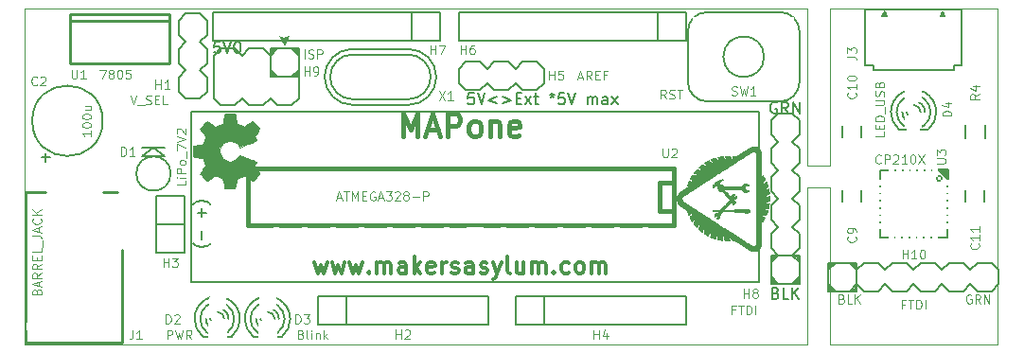
<source format=gto>
G04 #@! TF.FileFunction,Legend,Top*
%FSLAX46Y46*%
G04 Gerber Fmt 4.6, Leading zero omitted, Abs format (unit mm)*
G04 Created by KiCad (PCBNEW (2014-11-14 BZR 5284)-product) date Mon Dec  1 16:34:15 2014*
%MOMM*%
G01*
G04 APERTURE LIST*
%ADD10C,0.100000*%
%ADD11C,0.150000*%
%ADD12C,0.300000*%
%ADD13C,0.400000*%
%ADD14C,0.254000*%
%ADD15C,0.152400*%
%ADD16C,0.381000*%
%ADD17C,0.127000*%
%ADD18C,0.200660*%
%ADD19C,0.002540*%
%ADD20C,1.778000*%
%ADD21R,1.778000X1.778000*%
%ADD22R,2.540000X2.540000*%
%ADD23C,2.540000*%
%ADD24C,3.048000*%
%ADD25R,4.572000X3.048000*%
%ADD26O,4.572000X3.048000*%
%ADD27O,3.048000X4.572000*%
%ADD28C,1.524000*%
%ADD29R,1.524000X1.524000*%
%ADD30O,1.727200X2.032000*%
%ADD31R,1.727200X2.032000*%
%ADD32C,1.676400*%
%ADD33R,1.676400X1.676400*%
%ADD34O,1.574800X2.286000*%
%ADD35R,1.574800X2.286000*%
%ADD36C,1.905000*%
%ADD37C,1.501140*%
%ADD38R,1.501140X1.501140*%
%ADD39C,1.998980*%
%ADD40R,1.998980X1.998980*%
%ADD41R,1.250000X1.500000*%
%ADD42R,0.406400X1.371600*%
%ADD43R,1.600200X1.422400*%
%ADD44R,1.905000X1.905000*%
%ADD45R,1.300000X1.500000*%
%ADD46R,0.492760X0.942340*%
%ADD47R,0.942340X0.492760*%
%ADD48R,2.042160X2.042160*%
G04 APERTURE END LIST*
D10*
X102000000Y-46000000D02*
X102000000Y-60000000D01*
X100000000Y-46000000D02*
X102000000Y-46000000D01*
X100000000Y-60000000D02*
X100000000Y-46000000D01*
X102000000Y-44000000D02*
X102000000Y-30000000D01*
X100000000Y-44000000D02*
X102000000Y-44000000D01*
X100000000Y-30000000D02*
X100000000Y-44000000D01*
X117000000Y-60000000D02*
X102000000Y-60000000D01*
X117000000Y-30000000D02*
X117000000Y-60000000D01*
X102000000Y-30000000D02*
X117000000Y-30000000D01*
X30000000Y-60000000D02*
X30000000Y-30000000D01*
X100000000Y-60000000D02*
X30000000Y-60000000D01*
X30000000Y-30000000D02*
X100000000Y-30000000D01*
D11*
X46583333Y-51011904D02*
X46535714Y-51059524D01*
X46392857Y-51154762D01*
X46297619Y-51202381D01*
X46154762Y-51250000D01*
X45916667Y-51297619D01*
X45726190Y-51297619D01*
X45488095Y-51250000D01*
X45345238Y-51202381D01*
X45250000Y-51154762D01*
X45107143Y-51059524D01*
X45059524Y-51011904D01*
X45821429Y-50630952D02*
X45821429Y-49869047D01*
X45821429Y-48630952D02*
X45821429Y-47869047D01*
X46202381Y-48249999D02*
X45440476Y-48249999D01*
X46583333Y-47488095D02*
X46535714Y-47440476D01*
X46392857Y-47345238D01*
X46297619Y-47297619D01*
X46154762Y-47250000D01*
X45916667Y-47202381D01*
X45726190Y-47202381D01*
X45488095Y-47250000D01*
X45345238Y-47297619D01*
X45250000Y-47345238D01*
X45107143Y-47440476D01*
X45059524Y-47488095D01*
D12*
X55892857Y-52678571D02*
X56178571Y-53678571D01*
X56464285Y-52964286D01*
X56750000Y-53678571D01*
X57035714Y-52678571D01*
X57464286Y-52678571D02*
X57750000Y-53678571D01*
X58035714Y-52964286D01*
X58321429Y-53678571D01*
X58607143Y-52678571D01*
X59035715Y-52678571D02*
X59321429Y-53678571D01*
X59607143Y-52964286D01*
X59892858Y-53678571D01*
X60178572Y-52678571D01*
X60750001Y-53535714D02*
X60821429Y-53607143D01*
X60750001Y-53678571D01*
X60678572Y-53607143D01*
X60750001Y-53535714D01*
X60750001Y-53678571D01*
X61464287Y-53678571D02*
X61464287Y-52678571D01*
X61464287Y-52821429D02*
X61535715Y-52750000D01*
X61678573Y-52678571D01*
X61892858Y-52678571D01*
X62035715Y-52750000D01*
X62107144Y-52892857D01*
X62107144Y-53678571D01*
X62107144Y-52892857D02*
X62178573Y-52750000D01*
X62321430Y-52678571D01*
X62535715Y-52678571D01*
X62678573Y-52750000D01*
X62750001Y-52892857D01*
X62750001Y-53678571D01*
X64107144Y-53678571D02*
X64107144Y-52892857D01*
X64035715Y-52750000D01*
X63892858Y-52678571D01*
X63607144Y-52678571D01*
X63464287Y-52750000D01*
X64107144Y-53607143D02*
X63964287Y-53678571D01*
X63607144Y-53678571D01*
X63464287Y-53607143D01*
X63392858Y-53464286D01*
X63392858Y-53321429D01*
X63464287Y-53178571D01*
X63607144Y-53107143D01*
X63964287Y-53107143D01*
X64107144Y-53035714D01*
X64821430Y-53678571D02*
X64821430Y-52178571D01*
X64964287Y-53107143D02*
X65392858Y-53678571D01*
X65392858Y-52678571D02*
X64821430Y-53250000D01*
X66607144Y-53607143D02*
X66464287Y-53678571D01*
X66178573Y-53678571D01*
X66035716Y-53607143D01*
X65964287Y-53464286D01*
X65964287Y-52892857D01*
X66035716Y-52750000D01*
X66178573Y-52678571D01*
X66464287Y-52678571D01*
X66607144Y-52750000D01*
X66678573Y-52892857D01*
X66678573Y-53035714D01*
X65964287Y-53178571D01*
X67321430Y-53678571D02*
X67321430Y-52678571D01*
X67321430Y-52964286D02*
X67392858Y-52821429D01*
X67464287Y-52750000D01*
X67607144Y-52678571D01*
X67750001Y-52678571D01*
X68178572Y-53607143D02*
X68321429Y-53678571D01*
X68607144Y-53678571D01*
X68750001Y-53607143D01*
X68821429Y-53464286D01*
X68821429Y-53392857D01*
X68750001Y-53250000D01*
X68607144Y-53178571D01*
X68392858Y-53178571D01*
X68250001Y-53107143D01*
X68178572Y-52964286D01*
X68178572Y-52892857D01*
X68250001Y-52750000D01*
X68392858Y-52678571D01*
X68607144Y-52678571D01*
X68750001Y-52750000D01*
X70107144Y-53678571D02*
X70107144Y-52892857D01*
X70035715Y-52750000D01*
X69892858Y-52678571D01*
X69607144Y-52678571D01*
X69464287Y-52750000D01*
X70107144Y-53607143D02*
X69964287Y-53678571D01*
X69607144Y-53678571D01*
X69464287Y-53607143D01*
X69392858Y-53464286D01*
X69392858Y-53321429D01*
X69464287Y-53178571D01*
X69607144Y-53107143D01*
X69964287Y-53107143D01*
X70107144Y-53035714D01*
X70750001Y-53607143D02*
X70892858Y-53678571D01*
X71178573Y-53678571D01*
X71321430Y-53607143D01*
X71392858Y-53464286D01*
X71392858Y-53392857D01*
X71321430Y-53250000D01*
X71178573Y-53178571D01*
X70964287Y-53178571D01*
X70821430Y-53107143D01*
X70750001Y-52964286D01*
X70750001Y-52892857D01*
X70821430Y-52750000D01*
X70964287Y-52678571D01*
X71178573Y-52678571D01*
X71321430Y-52750000D01*
X71892859Y-52678571D02*
X72250002Y-53678571D01*
X72607144Y-52678571D02*
X72250002Y-53678571D01*
X72107144Y-54035714D01*
X72035716Y-54107143D01*
X71892859Y-54178571D01*
X73392859Y-53678571D02*
X73250001Y-53607143D01*
X73178573Y-53464286D01*
X73178573Y-52178571D01*
X74607144Y-52678571D02*
X74607144Y-53678571D01*
X73964287Y-52678571D02*
X73964287Y-53464286D01*
X74035715Y-53607143D01*
X74178573Y-53678571D01*
X74392858Y-53678571D01*
X74535715Y-53607143D01*
X74607144Y-53535714D01*
X75321430Y-53678571D02*
X75321430Y-52678571D01*
X75321430Y-52821429D02*
X75392858Y-52750000D01*
X75535716Y-52678571D01*
X75750001Y-52678571D01*
X75892858Y-52750000D01*
X75964287Y-52892857D01*
X75964287Y-53678571D01*
X75964287Y-52892857D02*
X76035716Y-52750000D01*
X76178573Y-52678571D01*
X76392858Y-52678571D01*
X76535716Y-52750000D01*
X76607144Y-52892857D01*
X76607144Y-53678571D01*
X77321430Y-53535714D02*
X77392858Y-53607143D01*
X77321430Y-53678571D01*
X77250001Y-53607143D01*
X77321430Y-53535714D01*
X77321430Y-53678571D01*
X78678573Y-53607143D02*
X78535716Y-53678571D01*
X78250002Y-53678571D01*
X78107144Y-53607143D01*
X78035716Y-53535714D01*
X77964287Y-53392857D01*
X77964287Y-52964286D01*
X78035716Y-52821429D01*
X78107144Y-52750000D01*
X78250002Y-52678571D01*
X78535716Y-52678571D01*
X78678573Y-52750000D01*
X79535716Y-53678571D02*
X79392858Y-53607143D01*
X79321430Y-53535714D01*
X79250001Y-53392857D01*
X79250001Y-52964286D01*
X79321430Y-52821429D01*
X79392858Y-52750000D01*
X79535716Y-52678571D01*
X79750001Y-52678571D01*
X79892858Y-52750000D01*
X79964287Y-52821429D01*
X80035716Y-52964286D01*
X80035716Y-53392857D01*
X79964287Y-53535714D01*
X79892858Y-53607143D01*
X79750001Y-53678571D01*
X79535716Y-53678571D01*
X80678573Y-53678571D02*
X80678573Y-52678571D01*
X80678573Y-52821429D02*
X80750001Y-52750000D01*
X80892859Y-52678571D01*
X81107144Y-52678571D01*
X81250001Y-52750000D01*
X81321430Y-52892857D01*
X81321430Y-53678571D01*
X81321430Y-52892857D02*
X81392859Y-52750000D01*
X81535716Y-52678571D01*
X81750001Y-52678571D01*
X81892859Y-52750000D01*
X81964287Y-52892857D01*
X81964287Y-53678571D01*
D13*
X63809523Y-41404762D02*
X63809523Y-39404762D01*
X64476190Y-40833333D01*
X65142857Y-39404762D01*
X65142857Y-41404762D01*
X65999999Y-40833333D02*
X66952380Y-40833333D01*
X65809523Y-41404762D02*
X66476190Y-39404762D01*
X67142857Y-41404762D01*
X67809523Y-41404762D02*
X67809523Y-39404762D01*
X68571428Y-39404762D01*
X68761904Y-39500000D01*
X68857143Y-39595238D01*
X68952381Y-39785714D01*
X68952381Y-40071429D01*
X68857143Y-40261905D01*
X68761904Y-40357143D01*
X68571428Y-40452381D01*
X67809523Y-40452381D01*
X70095238Y-41404762D02*
X69904762Y-41309524D01*
X69809523Y-41214286D01*
X69714285Y-41023810D01*
X69714285Y-40452381D01*
X69809523Y-40261905D01*
X69904762Y-40166667D01*
X70095238Y-40071429D01*
X70380952Y-40071429D01*
X70571428Y-40166667D01*
X70666666Y-40261905D01*
X70761904Y-40452381D01*
X70761904Y-41023810D01*
X70666666Y-41214286D01*
X70571428Y-41309524D01*
X70380952Y-41404762D01*
X70095238Y-41404762D01*
X71619047Y-40071429D02*
X71619047Y-41404762D01*
X71619047Y-40261905D02*
X71714286Y-40166667D01*
X71904762Y-40071429D01*
X72190476Y-40071429D01*
X72380952Y-40166667D01*
X72476190Y-40357143D01*
X72476190Y-41404762D01*
X74190476Y-41309524D02*
X74000000Y-41404762D01*
X73619048Y-41404762D01*
X73428571Y-41309524D01*
X73333333Y-41119048D01*
X73333333Y-40357143D01*
X73428571Y-40166667D01*
X73619048Y-40071429D01*
X74000000Y-40071429D01*
X74190476Y-40166667D01*
X74285714Y-40357143D01*
X74285714Y-40547619D01*
X73333333Y-40738095D01*
D11*
X70157143Y-37552381D02*
X69680952Y-37552381D01*
X69633333Y-38028571D01*
X69680952Y-37980952D01*
X69776190Y-37933333D01*
X70014286Y-37933333D01*
X70109524Y-37980952D01*
X70157143Y-38028571D01*
X70204762Y-38123810D01*
X70204762Y-38361905D01*
X70157143Y-38457143D01*
X70109524Y-38504762D01*
X70014286Y-38552381D01*
X69776190Y-38552381D01*
X69680952Y-38504762D01*
X69633333Y-38457143D01*
X70490476Y-37552381D02*
X70823809Y-38552381D01*
X71157143Y-37552381D01*
X72252381Y-37885714D02*
X71490476Y-38171429D01*
X72252381Y-38457143D01*
X72728571Y-37885714D02*
X73490476Y-38171429D01*
X72728571Y-38457143D01*
X73966666Y-38028571D02*
X74300000Y-38028571D01*
X74442857Y-38552381D02*
X73966666Y-38552381D01*
X73966666Y-37552381D01*
X74442857Y-37552381D01*
X74776190Y-38552381D02*
X75300000Y-37885714D01*
X74776190Y-37885714D02*
X75300000Y-38552381D01*
X75538095Y-37885714D02*
X75919047Y-37885714D01*
X75680952Y-37552381D02*
X75680952Y-38409524D01*
X75728571Y-38504762D01*
X75823809Y-38552381D01*
X75919047Y-38552381D01*
X77157143Y-37552381D02*
X77157143Y-37790476D01*
X76919048Y-37695238D02*
X77157143Y-37790476D01*
X77395239Y-37695238D01*
X77014286Y-37980952D02*
X77157143Y-37790476D01*
X77300001Y-37980952D01*
X78252382Y-37552381D02*
X77776191Y-37552381D01*
X77728572Y-38028571D01*
X77776191Y-37980952D01*
X77871429Y-37933333D01*
X78109525Y-37933333D01*
X78204763Y-37980952D01*
X78252382Y-38028571D01*
X78300001Y-38123810D01*
X78300001Y-38361905D01*
X78252382Y-38457143D01*
X78204763Y-38504762D01*
X78109525Y-38552381D01*
X77871429Y-38552381D01*
X77776191Y-38504762D01*
X77728572Y-38457143D01*
X78585715Y-37552381D02*
X78919048Y-38552381D01*
X79252382Y-37552381D01*
X80347620Y-38552381D02*
X80347620Y-37885714D01*
X80347620Y-37980952D02*
X80395239Y-37933333D01*
X80490477Y-37885714D01*
X80633335Y-37885714D01*
X80728573Y-37933333D01*
X80776192Y-38028571D01*
X80776192Y-38552381D01*
X80776192Y-38028571D02*
X80823811Y-37933333D01*
X80919049Y-37885714D01*
X81061906Y-37885714D01*
X81157144Y-37933333D01*
X81204763Y-38028571D01*
X81204763Y-38552381D01*
X82109525Y-38552381D02*
X82109525Y-38028571D01*
X82061906Y-37933333D01*
X81966668Y-37885714D01*
X81776191Y-37885714D01*
X81680953Y-37933333D01*
X82109525Y-38504762D02*
X82014287Y-38552381D01*
X81776191Y-38552381D01*
X81680953Y-38504762D01*
X81633334Y-38409524D01*
X81633334Y-38314286D01*
X81680953Y-38219048D01*
X81776191Y-38171429D01*
X82014287Y-38171429D01*
X82109525Y-38123810D01*
X82490477Y-38552381D02*
X83014287Y-37885714D01*
X82490477Y-37885714D02*
X83014287Y-38552381D01*
D14*
X34055000Y-31095000D02*
X34055000Y-30460000D01*
X34055000Y-30460000D02*
X42945000Y-30460000D01*
X42945000Y-30460000D02*
X42945000Y-31095000D01*
X34055000Y-34905000D02*
X34055000Y-31095000D01*
X34055000Y-31095000D02*
X42945000Y-31095000D01*
X42945000Y-31095000D02*
X42945000Y-34905000D01*
X42945000Y-34905000D02*
X34055000Y-34905000D01*
D15*
X91050000Y-30300000D02*
G75*
G03X89300000Y-32050000I0J-1750000D01*
G01*
X89300000Y-36550000D02*
X89300000Y-32050000D01*
X89300000Y-36550000D02*
G75*
G03X91050000Y-38300000I1750000J0D01*
G01*
X97550000Y-38300000D02*
X91050000Y-38300000D01*
X99300000Y-32050000D02*
X99300000Y-36550000D01*
X91050000Y-30300000D02*
X97550000Y-30300000D01*
X99300000Y-32050000D02*
G75*
G03X97550000Y-30300000I-1750000J0D01*
G01*
X97550000Y-38300000D02*
G75*
G03X99300000Y-36550000I0J1750000D01*
G01*
X96116100Y-34300000D02*
G75*
G03X96116100Y-34300000I-1816100J0D01*
G01*
D14*
X38718000Y-56064000D02*
X38718000Y-51568200D01*
X38718000Y-59874000D02*
X38718000Y-56064000D01*
X38286200Y-46412000D02*
X36965400Y-46412000D01*
X30082000Y-46412000D02*
X31834600Y-46412000D01*
X30082000Y-59112000D02*
X30082000Y-59874000D01*
X30082000Y-59874000D02*
X38718000Y-59874000D01*
X30082000Y-59112000D02*
X30082000Y-46412000D01*
D15*
X53494000Y-32417000D02*
X53494000Y-32671000D01*
X52986000Y-32417000D02*
X52986000Y-32671000D01*
X53367000Y-32417000D02*
X53367000Y-32925000D01*
X53113000Y-32417000D02*
X53113000Y-32925000D01*
X53240000Y-33179000D02*
X53240000Y-32417000D01*
X53240000Y-33179000D02*
X53621000Y-32417000D01*
X53621000Y-32417000D02*
X52859000Y-32417000D01*
X52859000Y-32417000D02*
X53240000Y-33179000D01*
X52351000Y-36100000D02*
X52351000Y-35846000D01*
X52224000Y-36100000D02*
X52224000Y-35719000D01*
X52097000Y-36100000D02*
X52097000Y-35592000D01*
X54129000Y-36100000D02*
X54129000Y-35846000D01*
X54256000Y-36100000D02*
X54256000Y-35719000D01*
X54383000Y-36100000D02*
X54383000Y-35592000D01*
X54129000Y-33560000D02*
X54129000Y-33814000D01*
X54256000Y-33560000D02*
X54256000Y-33941000D01*
X54383000Y-33560000D02*
X54383000Y-34068000D01*
X52351000Y-33560000D02*
X52351000Y-33814000D01*
X52224000Y-33560000D02*
X52224000Y-33941000D01*
X52097000Y-33560000D02*
X52097000Y-34068000D01*
X51970000Y-35465000D02*
X52605000Y-36100000D01*
X53875000Y-36100000D02*
X54510000Y-35465000D01*
X51970000Y-36100000D02*
X52605000Y-36100000D01*
X52605000Y-36100000D02*
X53875000Y-36100000D01*
X53875000Y-36100000D02*
X54510000Y-36100000D01*
X51970000Y-36100000D02*
X51970000Y-35465000D01*
X51970000Y-35465000D02*
X51970000Y-34195000D01*
X53875000Y-33560000D02*
X54510000Y-33560000D01*
X54510000Y-33560000D02*
X54510000Y-34195000D01*
X51970000Y-34195000D02*
X51970000Y-33560000D01*
X51970000Y-33560000D02*
X52605000Y-33560000D01*
X48795000Y-38640000D02*
X47525000Y-38640000D01*
X51335000Y-38640000D02*
X50065000Y-38640000D01*
X53875000Y-38640000D02*
X52605000Y-38640000D01*
X54510000Y-34195000D02*
X54510000Y-38005000D01*
X52605000Y-33560000D02*
X53875000Y-33560000D01*
X50065000Y-33560000D02*
X51335000Y-33560000D01*
X47525000Y-33560000D02*
X48795000Y-33560000D01*
X46890000Y-38005000D02*
X46890000Y-34195000D01*
X53875000Y-33560000D02*
X54510000Y-34195000D01*
X51335000Y-33560000D02*
X51970000Y-34195000D01*
X51970000Y-34195000D02*
X52605000Y-33560000D01*
X48795000Y-33560000D02*
X49430000Y-34195000D01*
X49430000Y-34195000D02*
X50065000Y-33560000D01*
X46890000Y-34195000D02*
X47525000Y-33560000D01*
X47525000Y-38640000D02*
X46890000Y-38005000D01*
X50065000Y-38640000D02*
X49430000Y-38005000D01*
X49430000Y-38005000D02*
X48795000Y-38640000D01*
X52605000Y-38640000D02*
X51970000Y-38005000D01*
X51970000Y-38005000D02*
X51335000Y-38640000D01*
X54510000Y-38005000D02*
X53875000Y-38640000D01*
D11*
X64620000Y-30330000D02*
X46840000Y-30330000D01*
X46840000Y-30330000D02*
X46840000Y-32870000D01*
X46840000Y-32870000D02*
X64620000Y-32870000D01*
X67160000Y-30330000D02*
X64620000Y-30330000D01*
X64620000Y-30330000D02*
X64620000Y-32870000D01*
X67160000Y-30330000D02*
X67160000Y-32870000D01*
X67160000Y-32870000D02*
X64620000Y-32870000D01*
X86620000Y-30330000D02*
X68840000Y-30330000D01*
X68840000Y-30330000D02*
X68840000Y-32870000D01*
X68840000Y-32870000D02*
X86620000Y-32870000D01*
X89160000Y-30330000D02*
X86620000Y-30330000D01*
X86620000Y-30330000D02*
X86620000Y-32870000D01*
X89160000Y-30330000D02*
X89160000Y-32870000D01*
X89160000Y-32870000D02*
X86620000Y-32870000D01*
X76420000Y-58270000D02*
X89120000Y-58270000D01*
X89120000Y-58270000D02*
X89120000Y-55730000D01*
X89120000Y-55730000D02*
X76420000Y-55730000D01*
X73880000Y-58270000D02*
X76420000Y-58270000D01*
X76420000Y-58270000D02*
X76420000Y-55730000D01*
X73880000Y-58270000D02*
X73880000Y-55730000D01*
X73880000Y-55730000D02*
X76420000Y-55730000D01*
X58720000Y-58270000D02*
X71420000Y-58270000D01*
X71420000Y-58270000D02*
X71420000Y-55730000D01*
X71420000Y-55730000D02*
X58720000Y-55730000D01*
X56180000Y-58270000D02*
X58720000Y-58270000D01*
X58720000Y-58270000D02*
X58720000Y-55730000D01*
X56180000Y-58270000D02*
X56180000Y-55730000D01*
X56180000Y-55730000D02*
X58720000Y-55730000D01*
D15*
X45635000Y-38060000D02*
X44365000Y-38060000D01*
X45635000Y-30440000D02*
X44365000Y-30440000D01*
X43730000Y-32345000D02*
X43730000Y-31075000D01*
X43730000Y-34885000D02*
X43730000Y-33615000D01*
X43730000Y-37425000D02*
X43730000Y-36155000D01*
X46270000Y-36155000D02*
X46270000Y-37425000D01*
X46270000Y-33615000D02*
X46270000Y-34885000D01*
X46270000Y-31075000D02*
X46270000Y-32345000D01*
X46270000Y-37425000D02*
X45635000Y-38060000D01*
X46270000Y-34885000D02*
X45635000Y-35520000D01*
X45635000Y-35520000D02*
X46270000Y-36155000D01*
X46270000Y-32345000D02*
X45635000Y-32980000D01*
X45635000Y-32980000D02*
X46270000Y-33615000D01*
X45635000Y-30440000D02*
X46270000Y-31075000D01*
X43730000Y-31075000D02*
X44365000Y-30440000D01*
X43730000Y-33615000D02*
X44365000Y-32980000D01*
X44365000Y-32980000D02*
X43730000Y-32345000D01*
X43730000Y-36155000D02*
X44365000Y-35520000D01*
X44365000Y-35520000D02*
X43730000Y-34885000D01*
X44365000Y-38060000D02*
X43730000Y-37425000D01*
D11*
X50430000Y-59328800D02*
X52970000Y-59328800D01*
X52675527Y-56583136D02*
G75*
G03X51700000Y-56230000I-975527J-1170864D01*
G01*
X51699531Y-56231889D02*
G75*
G03X50689080Y-56616080I469J-1522111D01*
G01*
X51700034Y-59276147D02*
G75*
G03X52690600Y-58909700I-34J1522147D01*
G01*
X50724473Y-58924864D02*
G75*
G03X51700000Y-59278000I975527J1170864D01*
G01*
X52587155Y-58993166D02*
G75*
G03X53224000Y-57754000I-887155J1239166D01*
G01*
X53224000Y-57753199D02*
G75*
G03X52614400Y-56534800I-1524000J-801D01*
G01*
X50177794Y-57754442D02*
G75*
G03X50765280Y-58955420I1522206J442D01*
G01*
X50763829Y-56551436D02*
G75*
G03X50176000Y-57754000I936171J-1202564D01*
G01*
X52335000Y-57754000D02*
G75*
G03X51700000Y-57119000I-635000J0D01*
G01*
X52716000Y-57754000D02*
G75*
G03X51700000Y-56738000I-1016000J0D01*
G01*
X51065000Y-57754000D02*
G75*
G03X51700000Y-58389000I635000J0D01*
G01*
X50684000Y-57754000D02*
G75*
G03X51700000Y-58770000I1016000J0D01*
G01*
X53003426Y-59312880D02*
G75*
G03X53732000Y-57754000I-1303426J1558880D01*
G01*
X53729460Y-57753025D02*
G75*
G03X52655040Y-55963300I-2029460J-975D01*
G01*
X49670614Y-57756552D02*
G75*
G03X50389360Y-59303400I2029386J2552D01*
G01*
X50690149Y-55990701D02*
G75*
G03X49668000Y-57754000I1009851J-1763299D01*
G01*
X52663347Y-55964870D02*
G75*
G03X51700000Y-55722000I-963347J-1789130D01*
G01*
X51699900Y-55723077D02*
G75*
G03X50635740Y-56024260I100J-2030923D01*
G01*
X45930000Y-59328800D02*
X48470000Y-59328800D01*
X48175527Y-56583136D02*
G75*
G03X47200000Y-56230000I-975527J-1170864D01*
G01*
X47199531Y-56231889D02*
G75*
G03X46189080Y-56616080I469J-1522111D01*
G01*
X47200034Y-59276147D02*
G75*
G03X48190600Y-58909700I-34J1522147D01*
G01*
X46224473Y-58924864D02*
G75*
G03X47200000Y-59278000I975527J1170864D01*
G01*
X48087155Y-58993166D02*
G75*
G03X48724000Y-57754000I-887155J1239166D01*
G01*
X48724000Y-57753199D02*
G75*
G03X48114400Y-56534800I-1524000J-801D01*
G01*
X45677794Y-57754442D02*
G75*
G03X46265280Y-58955420I1522206J442D01*
G01*
X46263829Y-56551436D02*
G75*
G03X45676000Y-57754000I936171J-1202564D01*
G01*
X47835000Y-57754000D02*
G75*
G03X47200000Y-57119000I-635000J0D01*
G01*
X48216000Y-57754000D02*
G75*
G03X47200000Y-56738000I-1016000J0D01*
G01*
X46565000Y-57754000D02*
G75*
G03X47200000Y-58389000I635000J0D01*
G01*
X46184000Y-57754000D02*
G75*
G03X47200000Y-58770000I1016000J0D01*
G01*
X48503426Y-59312880D02*
G75*
G03X49232000Y-57754000I-1303426J1558880D01*
G01*
X49229460Y-57753025D02*
G75*
G03X48155040Y-55963300I-2029460J-975D01*
G01*
X45170614Y-57756552D02*
G75*
G03X45889360Y-59303400I2029386J2552D01*
G01*
X46190149Y-55990701D02*
G75*
G03X45168000Y-57754000I1009851J-1763299D01*
G01*
X48163347Y-55964870D02*
G75*
G03X47200000Y-55722000I-963347J-1789130D01*
G01*
X47199900Y-55723077D02*
G75*
G03X46135740Y-56024260I100J-2030923D01*
G01*
X95670000Y-46800000D02*
X95670000Y-39180000D01*
X95670000Y-39180000D02*
X44870000Y-39180000D01*
X44870000Y-39180000D02*
X44870000Y-54420000D01*
X44870000Y-54420000D02*
X95670000Y-54420000D01*
X95670000Y-46800000D02*
X95670000Y-54420000D01*
D16*
X88050000Y-49340000D02*
X49950000Y-49340000D01*
X49950000Y-49340000D02*
X49950000Y-44260000D01*
X49950000Y-44260000D02*
X88050000Y-44260000D01*
X88050000Y-44260000D02*
X88050000Y-49340000D01*
X88050000Y-48070000D02*
X86780000Y-48070000D01*
X86780000Y-48070000D02*
X86780000Y-45530000D01*
X86780000Y-45530000D02*
X88050000Y-45530000D01*
D15*
X96793500Y-52461000D02*
X96920500Y-52461000D01*
X96793500Y-52334000D02*
X97047500Y-52334000D01*
X96793500Y-52207000D02*
X97174500Y-52207000D01*
X96793500Y-54239000D02*
X96920500Y-54239000D01*
X96793500Y-54366000D02*
X97047500Y-54366000D01*
X96793500Y-54493000D02*
X97174500Y-54493000D01*
X99206500Y-54239000D02*
X99079500Y-54239000D01*
X99206500Y-54366000D02*
X98952500Y-54366000D01*
X99206500Y-54493000D02*
X98825500Y-54493000D01*
X99206500Y-52461000D02*
X99079500Y-52461000D01*
X99206500Y-52334000D02*
X99016000Y-52334000D01*
X99206500Y-52207000D02*
X98825500Y-52207000D01*
X96730000Y-52715000D02*
X96730000Y-52143500D01*
X96730000Y-52143500D02*
X96730000Y-52080000D01*
X96730000Y-52080000D02*
X97301500Y-52080000D01*
X97365000Y-54620000D02*
X96730000Y-54620000D01*
X96730000Y-54620000D02*
X96730000Y-53985000D01*
X98635000Y-52080000D02*
X99270000Y-52080000D01*
X99270000Y-52080000D02*
X99270000Y-52715000D01*
X98635000Y-54620000D02*
X99270000Y-54620000D01*
X99270000Y-54620000D02*
X99270000Y-53985000D01*
X97365000Y-52080000D02*
X98635000Y-52080000D01*
X97365000Y-54620000D02*
X98635000Y-54620000D01*
X98635000Y-54620000D02*
X99270000Y-53985000D01*
X99270000Y-53985000D02*
X99270000Y-52715000D01*
X99270000Y-52715000D02*
X98635000Y-52080000D01*
X98635000Y-52080000D02*
X99270000Y-51445000D01*
X99270000Y-51445000D02*
X99270000Y-50175000D01*
X99270000Y-50175000D02*
X98635000Y-49540000D01*
X98635000Y-49540000D02*
X99270000Y-48905000D01*
X99270000Y-48905000D02*
X99270000Y-47635000D01*
X99270000Y-47635000D02*
X98635000Y-47000000D01*
X98635000Y-47000000D02*
X99270000Y-46365000D01*
X99270000Y-46365000D02*
X99270000Y-45095000D01*
X99270000Y-45095000D02*
X98635000Y-44460000D01*
X98635000Y-44460000D02*
X99270000Y-43825000D01*
X99270000Y-43825000D02*
X99270000Y-42555000D01*
X99270000Y-42555000D02*
X98635000Y-41920000D01*
X98635000Y-41920000D02*
X99270000Y-41285000D01*
X99270000Y-41285000D02*
X99270000Y-40015000D01*
X99270000Y-40015000D02*
X98635000Y-39380000D01*
X98635000Y-39380000D02*
X97365000Y-39380000D01*
X97365000Y-39380000D02*
X96730000Y-40015000D01*
X96730000Y-40015000D02*
X96730000Y-41285000D01*
X96730000Y-41285000D02*
X97365000Y-41920000D01*
X97365000Y-41920000D02*
X96730000Y-42555000D01*
X96730000Y-42555000D02*
X96730000Y-43825000D01*
X96730000Y-43825000D02*
X97365000Y-44460000D01*
X97365000Y-44460000D02*
X96730000Y-45095000D01*
X96730000Y-45095000D02*
X96730000Y-46365000D01*
X96730000Y-46365000D02*
X97365000Y-47000000D01*
X97365000Y-47000000D02*
X96730000Y-47635000D01*
X96730000Y-47635000D02*
X96730000Y-48905000D01*
X96730000Y-48905000D02*
X97365000Y-49540000D01*
X97365000Y-49540000D02*
X96730000Y-50175000D01*
X96730000Y-50175000D02*
X96730000Y-51445000D01*
X96730000Y-51445000D02*
X97365000Y-52080000D01*
X97365000Y-52080000D02*
X96730000Y-52715000D01*
X96730000Y-52715000D02*
X96730000Y-53985000D01*
X96730000Y-53985000D02*
X97365000Y-54620000D01*
D11*
X59300000Y-38600000D02*
X64300000Y-38600000D01*
X64300000Y-38100000D02*
X59300000Y-38100000D01*
X59300000Y-33600000D02*
X64300000Y-33600000D01*
X64300000Y-34100000D02*
X59300000Y-34100000D01*
X66800000Y-36100000D02*
G75*
G03X64300000Y-33600000I-2500000J0D01*
G01*
X64300000Y-38600000D02*
G75*
G03X66800000Y-36100000I0J2500000D01*
G01*
X59300000Y-33600000D02*
G75*
G03X56800000Y-36100000I0J-2500000D01*
G01*
X56800000Y-36100000D02*
G75*
G03X59300000Y-38600000I2500000J0D01*
G01*
X59300000Y-34100000D02*
G75*
G03X57300000Y-36100000I0J-2000000D01*
G01*
X57300000Y-36100000D02*
G75*
G03X59300000Y-38100000I2000000J0D01*
G01*
X66300000Y-36100000D02*
G75*
G03X64300000Y-34100000I-2000000J0D01*
G01*
X64300000Y-38100000D02*
G75*
G03X66300000Y-36100000I0J2000000D01*
G01*
X43034547Y-44750000D02*
G75*
G03X43034547Y-44750000I-1534547J0D01*
G01*
X40484000Y-43226000D02*
X42516000Y-43226000D01*
X41500000Y-42464000D02*
X42516000Y-43226000D01*
X40484000Y-43226000D02*
X41500000Y-42464000D01*
X40484000Y-42464000D02*
X42516000Y-42464000D01*
D15*
X76410000Y-35365000D02*
X76410000Y-36635000D01*
X68790000Y-35365000D02*
X68790000Y-36635000D01*
X70695000Y-37270000D02*
X69425000Y-37270000D01*
X73235000Y-37270000D02*
X71965000Y-37270000D01*
X75775000Y-37270000D02*
X74505000Y-37270000D01*
X74505000Y-34730000D02*
X75775000Y-34730000D01*
X71965000Y-34730000D02*
X73235000Y-34730000D01*
X69425000Y-34730000D02*
X70695000Y-34730000D01*
X75775000Y-34730000D02*
X76410000Y-35365000D01*
X73235000Y-34730000D02*
X73870000Y-35365000D01*
X73870000Y-35365000D02*
X74505000Y-34730000D01*
X70695000Y-34730000D02*
X71330000Y-35365000D01*
X71330000Y-35365000D02*
X71965000Y-34730000D01*
X68790000Y-35365000D02*
X69425000Y-34730000D01*
X69425000Y-37270000D02*
X68790000Y-36635000D01*
X71965000Y-37270000D02*
X71330000Y-36635000D01*
X71330000Y-36635000D02*
X70695000Y-37270000D01*
X74505000Y-37270000D02*
X73870000Y-36635000D01*
X73870000Y-36635000D02*
X73235000Y-37270000D01*
X76410000Y-36635000D02*
X75775000Y-37270000D01*
D10*
G36*
X95264956Y-42319217D02*
X95319615Y-42320827D01*
X95368527Y-42325398D01*
X95401456Y-42331412D01*
X95484012Y-42358590D01*
X95559183Y-42397635D01*
X95626753Y-42448261D01*
X95686509Y-42510184D01*
X95738235Y-42583118D01*
X95781717Y-42666777D01*
X95816742Y-42760875D01*
X95817396Y-42763466D01*
X95176792Y-42763466D01*
X95151491Y-42765926D01*
X95126656Y-42770268D01*
X95098109Y-42776733D01*
X95069582Y-42785561D01*
X95039378Y-42797613D01*
X95005795Y-42813752D01*
X94967135Y-42834842D01*
X94921698Y-42861746D01*
X94867783Y-42895326D01*
X94819551Y-42926193D01*
X94776327Y-42954076D01*
X94735052Y-42980694D01*
X94697841Y-43004685D01*
X94666804Y-43024686D01*
X94644056Y-43039337D01*
X94634305Y-43045608D01*
X94619191Y-43055324D01*
X94594112Y-43071458D01*
X94560966Y-43092786D01*
X94521654Y-43118086D01*
X94478074Y-43146137D01*
X94432127Y-43175715D01*
X94426167Y-43179552D01*
X94379358Y-43209681D01*
X94334046Y-43238836D01*
X94292268Y-43265707D01*
X94256065Y-43288981D01*
X94227475Y-43307348D01*
X94208537Y-43319496D01*
X94207444Y-43320196D01*
X94175083Y-43340931D01*
X94132522Y-43368230D01*
X94081428Y-43401022D01*
X94023468Y-43438236D01*
X93960309Y-43478801D01*
X93893619Y-43521646D01*
X93825064Y-43565699D01*
X93756311Y-43609890D01*
X93689028Y-43653148D01*
X93624882Y-43694400D01*
X93565539Y-43732577D01*
X93520600Y-43761500D01*
X93467000Y-43795999D01*
X93413367Y-43830504D01*
X93361801Y-43863668D01*
X93314399Y-43894141D01*
X93273262Y-43920573D01*
X93240487Y-43941615D01*
X93224292Y-43952000D01*
X93184744Y-43977395D01*
X93140535Y-44005872D01*
X93097450Y-44033701D01*
X93065653Y-44054306D01*
X93029368Y-44077837D01*
X92990291Y-44103127D01*
X92953667Y-44126783D01*
X92930010Y-44142025D01*
X92898970Y-44162041D01*
X92867169Y-44182632D01*
X92839870Y-44200388D01*
X92831357Y-44205954D01*
X92809638Y-44219883D01*
X92791608Y-44230904D01*
X92781968Y-44236224D01*
X92773344Y-44241276D01*
X92754703Y-44252942D01*
X92727820Y-44270087D01*
X92694468Y-44291572D01*
X92656423Y-44316264D01*
X92630528Y-44333162D01*
X92586587Y-44361858D01*
X92542675Y-44390471D01*
X92501464Y-44417266D01*
X92465626Y-44440505D01*
X92437832Y-44458453D01*
X92429444Y-44463840D01*
X92377070Y-44497407D01*
X92314197Y-44537745D01*
X92242184Y-44583980D01*
X92162392Y-44635237D01*
X92076183Y-44690641D01*
X91984916Y-44749319D01*
X91889953Y-44810395D01*
X91792654Y-44872995D01*
X91694379Y-44936245D01*
X91688611Y-44939958D01*
X91630892Y-44977106D01*
X91564425Y-45019871D01*
X91492338Y-45066241D01*
X91417755Y-45114206D01*
X91343802Y-45161757D01*
X91273605Y-45206883D01*
X91222944Y-45239442D01*
X91156783Y-45281960D01*
X91086031Y-45327430D01*
X91012383Y-45374765D01*
X90937534Y-45422873D01*
X90863180Y-45470667D01*
X90791015Y-45517054D01*
X90722735Y-45560948D01*
X90660035Y-45601256D01*
X90604609Y-45636891D01*
X90558154Y-45666761D01*
X90531500Y-45683903D01*
X90513840Y-45695265D01*
X90486262Y-45713013D01*
X90450709Y-45735897D01*
X90409126Y-45762664D01*
X90363460Y-45792062D01*
X90315654Y-45822838D01*
X90302194Y-45831504D01*
X90226165Y-45880447D01*
X90146382Y-45931795D01*
X90063933Y-45984847D01*
X89979906Y-46038907D01*
X89895388Y-46093273D01*
X89811466Y-46147247D01*
X89729228Y-46200130D01*
X89649761Y-46251223D01*
X89574153Y-46299826D01*
X89503490Y-46345241D01*
X89438861Y-46386769D01*
X89381353Y-46423710D01*
X89332053Y-46455364D01*
X89292048Y-46481034D01*
X89262427Y-46500020D01*
X89254444Y-46505129D01*
X89225755Y-46523478D01*
X89198671Y-46540800D01*
X89177275Y-46554484D01*
X89169778Y-46559278D01*
X89095337Y-46607168D01*
X89032484Y-46648239D01*
X88980667Y-46682867D01*
X88939338Y-46711429D01*
X88907943Y-46734302D01*
X88885934Y-46751864D01*
X88878080Y-46758960D01*
X88828678Y-46814730D01*
X88792482Y-46873991D01*
X88769743Y-46936206D01*
X88760712Y-47000839D01*
X88760555Y-47010696D01*
X88761602Y-47043986D01*
X88765577Y-47072101D01*
X88773737Y-47099885D01*
X88787337Y-47132185D01*
X88797579Y-47153607D01*
X88809099Y-47175497D01*
X88821961Y-47196037D01*
X88837199Y-47216063D01*
X88855850Y-47236409D01*
X88878948Y-47257909D01*
X88907527Y-47281397D01*
X88942624Y-47307709D01*
X88985272Y-47337677D01*
X89036507Y-47372138D01*
X89097364Y-47411924D01*
X89168879Y-47457871D01*
X89198201Y-47476571D01*
X89236733Y-47501168D01*
X89283659Y-47531220D01*
X89335530Y-47564514D01*
X89388898Y-47598833D01*
X89440311Y-47631963D01*
X89460849Y-47645221D01*
X89502764Y-47672272D01*
X89554058Y-47705339D01*
X89612234Y-47742814D01*
X89674795Y-47783092D01*
X89739247Y-47824563D01*
X89803091Y-47865622D01*
X89861420Y-47903111D01*
X89914382Y-47937141D01*
X89966008Y-47970315D01*
X90017380Y-48003330D01*
X90069580Y-48036882D01*
X90123690Y-48071665D01*
X90180793Y-48108377D01*
X90241970Y-48147713D01*
X90308304Y-48190368D01*
X90380876Y-48237039D01*
X90460769Y-48288421D01*
X90549065Y-48345209D01*
X90646845Y-48408101D01*
X90755193Y-48477790D01*
X90778444Y-48492746D01*
X90843514Y-48534600D01*
X90916859Y-48581775D01*
X90994884Y-48631961D01*
X91073996Y-48682845D01*
X91150601Y-48732117D01*
X91221105Y-48777464D01*
X91254694Y-48799068D01*
X91316216Y-48838641D01*
X91381988Y-48880952D01*
X91449215Y-48924204D01*
X91515105Y-48966599D01*
X91576864Y-49006341D01*
X91631698Y-49041632D01*
X91667444Y-49064642D01*
X91714250Y-49094762D01*
X91759560Y-49123897D01*
X91801336Y-49150738D01*
X91837539Y-49173975D01*
X91866129Y-49192300D01*
X91885069Y-49204402D01*
X91886167Y-49205101D01*
X91903072Y-49215907D01*
X91930073Y-49233231D01*
X91965405Y-49255938D01*
X92007306Y-49282894D01*
X92054015Y-49312966D01*
X92103767Y-49345019D01*
X92140167Y-49368484D01*
X92216625Y-49417764D01*
X92302050Y-49472787D01*
X92393527Y-49531679D01*
X92488144Y-49592567D01*
X92582987Y-49653574D01*
X92675145Y-49712829D01*
X92761705Y-49768455D01*
X92806917Y-49797495D01*
X92827361Y-49810649D01*
X92857596Y-49830136D01*
X92895562Y-49854625D01*
X92939198Y-49882789D01*
X92986447Y-49913299D01*
X93035247Y-49944824D01*
X93048238Y-49953219D01*
X93095354Y-49983642D01*
X93139911Y-50012364D01*
X93180181Y-50038277D01*
X93214439Y-50060271D01*
X93240958Y-50077236D01*
X93258011Y-50088063D01*
X93261643Y-50090333D01*
X93280118Y-50101903D01*
X93306221Y-50118437D01*
X93335723Y-50137251D01*
X93351932Y-50147640D01*
X93427945Y-50196475D01*
X93512663Y-50250926D01*
X93602932Y-50308966D01*
X93695598Y-50368566D01*
X93787506Y-50427696D01*
X93875502Y-50484328D01*
X93956431Y-50536433D01*
X93956972Y-50536781D01*
X94005412Y-50567973D01*
X94051050Y-50597355D01*
X94092273Y-50623889D01*
X94127464Y-50646534D01*
X94155010Y-50664253D01*
X94173295Y-50676005D01*
X94179222Y-50679806D01*
X94192348Y-50688238D01*
X94217072Y-50704157D01*
X94253136Y-50727398D01*
X94300282Y-50757793D01*
X94358253Y-50795177D01*
X94426792Y-50839384D01*
X94505639Y-50890248D01*
X94594539Y-50947602D01*
X94627250Y-50968706D01*
X94708119Y-51020776D01*
X94780378Y-51067079D01*
X94843515Y-51107295D01*
X94897020Y-51141100D01*
X94940383Y-51168172D01*
X94973092Y-51188189D01*
X94994637Y-51200828D01*
X94997667Y-51202499D01*
X95056178Y-51229476D01*
X95112971Y-51245189D01*
X95172822Y-51250899D01*
X95181111Y-51250972D01*
X95213643Y-51250271D01*
X95237607Y-51247434D01*
X95258508Y-51241362D01*
X95281849Y-51230955D01*
X95282208Y-51230779D01*
X95308277Y-51216121D01*
X95332622Y-51199370D01*
X95345708Y-51188191D01*
X95368220Y-51160179D01*
X95390328Y-51123194D01*
X95409439Y-51082200D01*
X95422961Y-51042165D01*
X95423918Y-51038360D01*
X95424696Y-51028114D01*
X95425449Y-51004245D01*
X95426176Y-50967241D01*
X95426877Y-50917591D01*
X95427551Y-50855782D01*
X95428199Y-50782303D01*
X95428821Y-50697642D01*
X95429416Y-50602286D01*
X95429985Y-50496725D01*
X95430528Y-50381446D01*
X95431044Y-50256937D01*
X95431533Y-50123687D01*
X95431996Y-49982183D01*
X95432433Y-49832914D01*
X95432842Y-49676368D01*
X95433225Y-49513034D01*
X95433581Y-49343398D01*
X95433911Y-49167950D01*
X95434213Y-48987177D01*
X95434489Y-48801568D01*
X95434737Y-48611611D01*
X95434959Y-48417794D01*
X95435153Y-48220605D01*
X95435320Y-48020532D01*
X95435461Y-47818064D01*
X95435574Y-47613688D01*
X95435659Y-47407893D01*
X95435718Y-47201166D01*
X95435749Y-46993997D01*
X95435753Y-46786873D01*
X95435729Y-46580282D01*
X95435678Y-46374712D01*
X95435599Y-46170653D01*
X95435493Y-45968590D01*
X95435359Y-45769014D01*
X95435197Y-45572412D01*
X95435008Y-45379271D01*
X95434791Y-45190081D01*
X95434546Y-45005330D01*
X95434273Y-44825505D01*
X95433972Y-44651095D01*
X95433644Y-44482587D01*
X95433287Y-44320471D01*
X95432902Y-44165234D01*
X95432489Y-44017364D01*
X95432048Y-43877350D01*
X95431579Y-43745679D01*
X95431082Y-43622840D01*
X95430556Y-43509321D01*
X95430002Y-43405610D01*
X95429420Y-43312195D01*
X95428809Y-43229564D01*
X95428170Y-43158206D01*
X95427502Y-43098609D01*
X95426806Y-43051260D01*
X95426081Y-43016648D01*
X95425327Y-42995261D01*
X95424696Y-42987971D01*
X95404428Y-42922493D01*
X95377080Y-42868953D01*
X95342162Y-42826811D01*
X95299185Y-42795526D01*
X95247660Y-42774558D01*
X95226490Y-42769341D01*
X95199674Y-42764623D01*
X95176792Y-42763466D01*
X95817396Y-42763466D01*
X95843093Y-42865128D01*
X95855085Y-42935464D01*
X95856561Y-42947620D01*
X95857895Y-42962678D01*
X95859094Y-42981339D01*
X95860165Y-43004301D01*
X95861115Y-43032264D01*
X95861950Y-43065927D01*
X95862678Y-43105990D01*
X95863304Y-43153151D01*
X95863836Y-43208110D01*
X95864280Y-43271566D01*
X95864643Y-43344218D01*
X95864932Y-43426766D01*
X95865154Y-43519909D01*
X95865315Y-43624345D01*
X95865421Y-43740774D01*
X95865481Y-43869897D01*
X95865500Y-44012410D01*
X95865500Y-44016728D01*
X95865538Y-44134772D01*
X95865648Y-44248890D01*
X95865827Y-44358291D01*
X95866071Y-44462185D01*
X95866374Y-44559781D01*
X95866732Y-44650290D01*
X95867142Y-44732921D01*
X95867598Y-44806883D01*
X95868098Y-44871386D01*
X95868635Y-44925639D01*
X95869206Y-44968853D01*
X95869807Y-45000237D01*
X95870433Y-45019000D01*
X95871005Y-45024445D01*
X95877419Y-45019325D01*
X95890747Y-45005404D01*
X95909011Y-44984837D01*
X95929214Y-44961007D01*
X95950261Y-44936119D01*
X95968147Y-44915806D01*
X95980927Y-44902220D01*
X95986577Y-44897507D01*
X95993010Y-44903391D01*
X96004965Y-44919889D01*
X96021381Y-44945134D01*
X96041194Y-44977258D01*
X96063342Y-45014396D01*
X96086763Y-45054680D01*
X96110392Y-45096243D01*
X96133169Y-45137219D01*
X96154030Y-45175741D01*
X96171912Y-45209942D01*
X96185752Y-45237956D01*
X96194489Y-45257916D01*
X96197111Y-45267329D01*
X96192438Y-45275547D01*
X96179434Y-45292095D01*
X96159619Y-45315201D01*
X96134516Y-45343092D01*
X96105645Y-45373997D01*
X96104514Y-45375186D01*
X96063525Y-45419307D01*
X96032388Y-45455439D01*
X96010278Y-45484820D01*
X95996373Y-45508691D01*
X95989848Y-45528288D01*
X95989879Y-45544853D01*
X95990338Y-45546912D01*
X96005476Y-45579217D01*
X96032625Y-45605579D01*
X96051920Y-45616844D01*
X96071123Y-45625568D01*
X96083771Y-45628196D01*
X96095911Y-45624985D01*
X96107707Y-45619214D01*
X96122110Y-45610109D01*
X96144510Y-45593927D01*
X96172160Y-45572734D01*
X96202314Y-45548600D01*
X96211233Y-45541264D01*
X96239529Y-45518105D01*
X96264016Y-45498563D01*
X96282639Y-45484239D01*
X96293344Y-45476734D01*
X96294962Y-45476000D01*
X96299587Y-45482367D01*
X96307905Y-45500127D01*
X96319196Y-45527272D01*
X96332737Y-45561792D01*
X96347808Y-45601678D01*
X96363688Y-45644922D01*
X96379654Y-45689513D01*
X96394987Y-45733444D01*
X96408964Y-45774704D01*
X96420865Y-45811285D01*
X96429968Y-45841178D01*
X96435551Y-45862373D01*
X96437000Y-45871659D01*
X96431104Y-45881365D01*
X96413388Y-45898418D01*
X96383807Y-45922857D01*
X96342317Y-45954720D01*
X96324598Y-45967910D01*
X96277421Y-46003608D01*
X96241160Y-46033074D01*
X96214706Y-46057454D01*
X96196946Y-46077894D01*
X96186770Y-46095540D01*
X96183066Y-46111540D01*
X96183000Y-46114006D01*
X96187151Y-46131302D01*
X96197641Y-46153792D01*
X96211529Y-46176045D01*
X96225323Y-46192139D01*
X96244234Y-46202655D01*
X96271577Y-46205937D01*
X96273699Y-46205928D01*
X96288898Y-46204754D01*
X96304744Y-46200790D01*
X96323861Y-46192905D01*
X96348874Y-46179967D01*
X96382407Y-46160849D01*
X96393576Y-46154295D01*
X96431452Y-46132014D01*
X96458909Y-46116169D01*
X96477711Y-46106080D01*
X96489624Y-46101066D01*
X96496412Y-46100446D01*
X96499840Y-46103539D01*
X96501673Y-46109663D01*
X96502255Y-46112355D01*
X96514338Y-46169658D01*
X96525863Y-46228032D01*
X96536552Y-46285713D01*
X96546128Y-46340937D01*
X96554312Y-46391939D01*
X96560827Y-46436953D01*
X96565395Y-46474216D01*
X96567739Y-46501963D01*
X96567581Y-46518430D01*
X96566666Y-46521617D01*
X96559527Y-46526416D01*
X96541803Y-46536342D01*
X96515570Y-46550288D01*
X96482904Y-46567151D01*
X96448959Y-46584287D01*
X96399624Y-46609243D01*
X96361486Y-46629394D01*
X96332922Y-46645830D01*
X96312308Y-46659643D01*
X96298021Y-46671921D01*
X96288437Y-46683756D01*
X96281933Y-46696238D01*
X96281804Y-46696547D01*
X96277405Y-46724057D01*
X96283568Y-46753854D01*
X96298245Y-46781890D01*
X96319390Y-46804117D01*
X96342091Y-46815761D01*
X96354239Y-46817788D01*
X96369078Y-46817057D01*
X96388636Y-46813035D01*
X96414941Y-46805191D01*
X96450022Y-46792990D01*
X96495906Y-46775902D01*
X96500500Y-46774157D01*
X96525704Y-46764169D01*
X96545630Y-46756377D01*
X96560905Y-46752036D01*
X96572157Y-46752404D01*
X96580013Y-46758735D01*
X96585102Y-46772287D01*
X96588050Y-46794316D01*
X96589486Y-46826078D01*
X96590038Y-46868829D01*
X96590333Y-46923826D01*
X96590562Y-46954412D01*
X96590989Y-47017540D01*
X96590967Y-47067830D01*
X96590453Y-47106551D01*
X96589407Y-47134972D01*
X96587787Y-47154359D01*
X96585552Y-47165982D01*
X96583507Y-47170293D01*
X96572715Y-47177493D01*
X96552330Y-47186486D01*
X96526415Y-47195521D01*
X96521667Y-47196960D01*
X96493723Y-47205359D01*
X96469009Y-47213007D01*
X96452379Y-47218397D01*
X96451111Y-47218837D01*
X96435801Y-47223775D01*
X96411780Y-47231043D01*
X96383926Y-47239168D01*
X96380555Y-47240132D01*
X96351599Y-47249237D01*
X96325071Y-47259037D01*
X96306384Y-47267519D01*
X96305415Y-47268066D01*
X96291999Y-47274525D01*
X96277595Y-47277562D01*
X96257929Y-47277544D01*
X96228727Y-47274838D01*
X96227804Y-47274736D01*
X96145593Y-47265643D01*
X96073292Y-47257803D01*
X96011607Y-47251288D01*
X95961246Y-47246170D01*
X95922917Y-47242522D01*
X95897327Y-47240416D01*
X95886516Y-47239889D01*
X95874869Y-47240458D01*
X95868591Y-47244386D01*
X95866022Y-47255004D01*
X95865503Y-47275644D01*
X95865500Y-47282088D01*
X95865652Y-47302491D01*
X95867767Y-47315923D01*
X95874329Y-47324146D01*
X95887822Y-47328925D01*
X95910733Y-47332023D01*
X95939583Y-47334663D01*
X95966523Y-47337255D01*
X96001270Y-47340828D01*
X96037611Y-47344737D01*
X96048944Y-47345997D01*
X96111157Y-47352945D01*
X96160333Y-47358359D01*
X96197451Y-47362342D01*
X96223490Y-47364998D01*
X96239429Y-47366431D01*
X96245252Y-47366764D01*
X96254843Y-47371758D01*
X96269557Y-47384467D01*
X96280530Y-47395899D01*
X96298112Y-47413479D01*
X96314763Y-47426772D01*
X96322350Y-47431003D01*
X96337528Y-47432454D01*
X96366102Y-47430382D01*
X96407810Y-47424814D01*
X96447498Y-47418368D01*
X96485161Y-47412274D01*
X96517873Y-47407665D01*
X96543144Y-47404838D01*
X96558485Y-47404089D01*
X96561865Y-47404736D01*
X96563017Y-47413733D01*
X96561820Y-47434431D01*
X96558578Y-47464671D01*
X96553595Y-47502295D01*
X96547173Y-47545143D01*
X96539616Y-47591058D01*
X96531228Y-47637880D01*
X96523559Y-47677333D01*
X96516413Y-47713103D01*
X96510052Y-47745829D01*
X96505154Y-47771954D01*
X96502400Y-47787923D01*
X96502357Y-47788211D01*
X96497279Y-47806460D01*
X96489745Y-47818587D01*
X96489708Y-47818618D01*
X96479910Y-47821921D01*
X96458561Y-47826254D01*
X96428145Y-47831206D01*
X96391150Y-47836365D01*
X96358159Y-47840403D01*
X96305099Y-47846681D01*
X96264107Y-47852094D01*
X96233203Y-47857135D01*
X96210411Y-47862294D01*
X96193751Y-47868064D01*
X96181245Y-47874937D01*
X96170916Y-47883403D01*
X96166223Y-47888100D01*
X96148022Y-47916352D01*
X96142194Y-47948200D01*
X96148513Y-47980892D01*
X96166751Y-48011674D01*
X96177350Y-48022851D01*
X96184044Y-48028158D01*
X96192467Y-48031969D01*
X96204889Y-48034528D01*
X96223584Y-48036081D01*
X96250822Y-48036872D01*
X96288875Y-48037147D01*
X96310154Y-48037167D01*
X96349421Y-48037380D01*
X96383567Y-48037971D01*
X96410178Y-48038865D01*
X96426840Y-48039987D01*
X96431325Y-48040899D01*
X96430242Y-48048330D01*
X96425176Y-48066854D01*
X96416842Y-48094258D01*
X96405956Y-48128329D01*
X96393232Y-48166853D01*
X96379387Y-48207618D01*
X96365136Y-48248410D01*
X96356126Y-48273528D01*
X96344771Y-48303726D01*
X96331446Y-48337485D01*
X96317338Y-48371992D01*
X96303634Y-48404437D01*
X96291521Y-48432005D01*
X96282184Y-48451887D01*
X96276978Y-48461080D01*
X96268759Y-48467296D01*
X96255640Y-48469316D01*
X96233645Y-48467589D01*
X96227075Y-48466731D01*
X96205725Y-48464676D01*
X96173855Y-48462677D01*
X96135058Y-48460912D01*
X96092923Y-48459557D01*
X96072058Y-48459096D01*
X95957588Y-48456972D01*
X95934474Y-48480039D01*
X95921194Y-48494790D01*
X95914266Y-48508620D01*
X95911674Y-48527165D01*
X95911361Y-48544734D01*
X95912479Y-48570779D01*
X95916836Y-48588050D01*
X95925932Y-48601776D01*
X95928577Y-48604689D01*
X95947821Y-48619419D01*
X95970379Y-48629545D01*
X95970911Y-48629690D01*
X95990128Y-48634211D01*
X96017635Y-48639953D01*
X96050003Y-48646283D01*
X96083803Y-48652571D01*
X96115608Y-48658186D01*
X96141989Y-48662497D01*
X96159517Y-48664874D01*
X96163597Y-48665144D01*
X96174050Y-48669350D01*
X96175944Y-48674131D01*
X96172507Y-48684190D01*
X96162911Y-48704062D01*
X96148232Y-48731914D01*
X96129544Y-48765913D01*
X96107921Y-48804225D01*
X96084437Y-48845017D01*
X96060169Y-48886456D01*
X96036189Y-48926707D01*
X96013572Y-48963938D01*
X95993394Y-48996316D01*
X95976728Y-49022006D01*
X95964649Y-49039176D01*
X95958232Y-49045992D01*
X95957975Y-49046035D01*
X95949297Y-49044100D01*
X95931805Y-49039236D01*
X95919059Y-49035452D01*
X95897273Y-49029375D01*
X95880293Y-49025581D01*
X95874962Y-49024945D01*
X95873616Y-49026843D01*
X95872399Y-49032959D01*
X95871304Y-49043921D01*
X95870327Y-49060360D01*
X95869460Y-49082905D01*
X95868697Y-49112185D01*
X95868034Y-49148831D01*
X95867463Y-49193473D01*
X95866978Y-49246740D01*
X95866575Y-49309261D01*
X95866245Y-49381667D01*
X95865985Y-49464587D01*
X95865787Y-49558651D01*
X95865646Y-49664488D01*
X95865555Y-49782729D01*
X95865509Y-49914003D01*
X95865500Y-50015740D01*
X95865491Y-50156712D01*
X95865452Y-50284334D01*
X95865368Y-50399367D01*
X95865221Y-50502570D01*
X95864995Y-50594706D01*
X95864673Y-50676534D01*
X95864239Y-50748816D01*
X95863676Y-50812311D01*
X95862968Y-50867782D01*
X95862098Y-50915988D01*
X95861049Y-50957690D01*
X95859804Y-50993649D01*
X95858348Y-51024626D01*
X95856664Y-51051382D01*
X95854735Y-51074677D01*
X95852544Y-51095272D01*
X95850075Y-51113928D01*
X95847311Y-51131405D01*
X95844236Y-51148465D01*
X95840833Y-51165868D01*
X95840373Y-51168159D01*
X95816585Y-51260430D01*
X95783884Y-51347085D01*
X95743203Y-51426468D01*
X95695475Y-51496924D01*
X95641635Y-51556796D01*
X95602259Y-51590430D01*
X95529028Y-51637335D01*
X95450260Y-51671353D01*
X95366208Y-51692468D01*
X95277130Y-51700660D01*
X95183280Y-51695910D01*
X95084914Y-51678201D01*
X94982287Y-51647512D01*
X94955482Y-51637614D01*
X94927643Y-51626618D01*
X94900776Y-51615172D01*
X94873588Y-51602537D01*
X94844787Y-51587971D01*
X94813078Y-51570732D01*
X94777170Y-51550080D01*
X94735768Y-51525272D01*
X94687582Y-51495569D01*
X94631316Y-51460228D01*
X94565679Y-51418508D01*
X94500250Y-51376643D01*
X94472121Y-51358654D01*
X94434804Y-51334861D01*
X94391037Y-51307004D01*
X94343556Y-51276824D01*
X94295098Y-51246064D01*
X94263889Y-51226275D01*
X94213382Y-51194238D01*
X94159378Y-51159930D01*
X94105302Y-51125533D01*
X94054581Y-51093226D01*
X94010643Y-51065189D01*
X93992250Y-51053430D01*
X93953008Y-51028354D01*
X93905270Y-50997907D01*
X93852461Y-50964269D01*
X93798004Y-50929621D01*
X93745325Y-50896143D01*
X93720611Y-50880454D01*
X93673091Y-50850273D01*
X93624811Y-50819558D01*
X93578487Y-50790043D01*
X93536839Y-50763459D01*
X93502584Y-50741541D01*
X93485221Y-50730392D01*
X93408581Y-50681064D01*
X93354693Y-50686564D01*
X93315760Y-50690725D01*
X93288008Y-50692899D01*
X93268513Y-50691553D01*
X93254352Y-50685156D01*
X93242601Y-50672175D01*
X93230337Y-50651078D01*
X93214637Y-50620334D01*
X93209611Y-50610532D01*
X93166750Y-50527481D01*
X93084251Y-50474779D01*
X93053626Y-50455889D01*
X93026714Y-50440545D01*
X93005948Y-50430043D01*
X92993766Y-50425680D01*
X92992156Y-50425760D01*
X92979888Y-50436169D01*
X92968227Y-50454712D01*
X92960293Y-50475635D01*
X92958611Y-50487642D01*
X92960942Y-50501069D01*
X92967280Y-50524356D01*
X92976640Y-50554163D01*
X92987383Y-50585331D01*
X93003805Y-50631392D01*
X93015710Y-50665741D01*
X93023581Y-50689860D01*
X93027905Y-50705232D01*
X93029167Y-50713121D01*
X93022399Y-50714486D01*
X93003245Y-50715691D01*
X92973430Y-50716695D01*
X92934678Y-50717458D01*
X92888715Y-50717940D01*
X92837264Y-50718100D01*
X92817540Y-50718071D01*
X92756925Y-50717847D01*
X92708911Y-50717480D01*
X92671991Y-50716883D01*
X92644654Y-50715970D01*
X92625392Y-50714653D01*
X92612695Y-50712846D01*
X92605054Y-50710462D01*
X92600961Y-50707414D01*
X92599735Y-50705542D01*
X92595797Y-50695154D01*
X92588645Y-50673631D01*
X92579045Y-50643379D01*
X92567759Y-50606803D01*
X92556689Y-50570111D01*
X92544178Y-50529211D01*
X92532196Y-50491852D01*
X92521616Y-50460621D01*
X92513311Y-50438105D01*
X92508603Y-50427600D01*
X92504523Y-50419431D01*
X92502006Y-50409840D01*
X92501073Y-50396473D01*
X92501744Y-50376979D01*
X92504040Y-50349006D01*
X92507980Y-50310200D01*
X92509760Y-50293544D01*
X92514233Y-50252383D01*
X92518485Y-50213998D01*
X92522163Y-50181538D01*
X92524910Y-50158155D01*
X92525928Y-50150063D01*
X92527445Y-50134108D01*
X92525022Y-50123384D01*
X92516147Y-50114004D01*
X92498307Y-50102078D01*
X92492654Y-50098555D01*
X92471838Y-50086907D01*
X92455066Y-50079841D01*
X92447076Y-50078777D01*
X92442152Y-50087423D01*
X92437834Y-50108026D01*
X92434562Y-50138433D01*
X92434384Y-50140868D01*
X92431700Y-50174006D01*
X92428098Y-50211959D01*
X92423890Y-50252101D01*
X92419388Y-50291803D01*
X92414903Y-50328439D01*
X92410746Y-50359380D01*
X92407230Y-50381999D01*
X92404665Y-50393669D01*
X92404329Y-50394403D01*
X92394533Y-50400314D01*
X92390581Y-50400778D01*
X92378531Y-50406734D01*
X92365069Y-50421622D01*
X92353204Y-50440976D01*
X92345947Y-50460327D01*
X92344984Y-50468472D01*
X92346233Y-50482788D01*
X92349515Y-50507797D01*
X92354370Y-50540305D01*
X92360338Y-50577117D01*
X92362144Y-50587750D01*
X92367898Y-50623460D01*
X92372127Y-50654095D01*
X92374523Y-50677036D01*
X92374778Y-50689664D01*
X92374285Y-50691183D01*
X92365765Y-50691840D01*
X92345652Y-50690240D01*
X92316223Y-50686728D01*
X92279754Y-50681645D01*
X92238522Y-50675336D01*
X92194804Y-50668145D01*
X92150877Y-50660414D01*
X92109016Y-50652488D01*
X92083722Y-50647337D01*
X92050530Y-50640478D01*
X92020186Y-50634447D01*
X91996781Y-50630046D01*
X91986955Y-50628398D01*
X91969315Y-50623744D01*
X91958276Y-50617142D01*
X91958159Y-50616993D01*
X91954947Y-50607017D01*
X91950964Y-50586227D01*
X91946760Y-50557859D01*
X91943547Y-50531306D01*
X91936762Y-50470739D01*
X91930971Y-50422592D01*
X91925902Y-50385228D01*
X91921283Y-50357013D01*
X91916842Y-50336311D01*
X91912307Y-50321487D01*
X91907406Y-50310906D01*
X91906682Y-50309681D01*
X91885028Y-50285844D01*
X91857463Y-50272147D01*
X91827177Y-50268307D01*
X91797356Y-50274040D01*
X91771188Y-50289066D01*
X91751861Y-50313099D01*
X91747218Y-50323828D01*
X91743803Y-50340978D01*
X91741074Y-50369554D01*
X91739213Y-50406879D01*
X91738405Y-50450277D01*
X91738398Y-50451931D01*
X91737921Y-50494795D01*
X91736779Y-50525083D01*
X91734838Y-50544316D01*
X91731963Y-50554019D01*
X91729180Y-50555959D01*
X91717249Y-50553625D01*
X91694366Y-50547172D01*
X91662824Y-50537348D01*
X91624918Y-50524899D01*
X91582942Y-50510573D01*
X91539188Y-50495116D01*
X91512222Y-50485310D01*
X91475124Y-50471557D01*
X91445579Y-50460261D01*
X91418958Y-50449534D01*
X91390628Y-50437487D01*
X91355959Y-50422233D01*
X91339137Y-50414748D01*
X91307162Y-50400495D01*
X91310977Y-50367123D01*
X91315161Y-50325372D01*
X91318676Y-50280369D01*
X91321415Y-50234821D01*
X91323272Y-50191434D01*
X91324141Y-50152917D01*
X91323916Y-50121975D01*
X91322491Y-50101317D01*
X91321586Y-50096629D01*
X91306731Y-50066036D01*
X91282160Y-50045572D01*
X91248461Y-50035726D01*
X91248195Y-50035695D01*
X91211801Y-50036605D01*
X91182956Y-50047827D01*
X91163276Y-50068698D01*
X91162019Y-50071009D01*
X91157815Y-50083293D01*
X91151777Y-50106137D01*
X91144620Y-50136222D01*
X91137057Y-50170230D01*
X91129804Y-50204843D01*
X91123575Y-50236740D01*
X91119084Y-50262603D01*
X91117045Y-50279113D01*
X91117003Y-50280159D01*
X91113586Y-50289115D01*
X91110652Y-50294221D01*
X91104800Y-50297036D01*
X91093010Y-50295060D01*
X91074333Y-50287823D01*
X91047821Y-50274855D01*
X91012523Y-50255684D01*
X90967491Y-50229839D01*
X90911775Y-50196851D01*
X90899414Y-50189443D01*
X90851351Y-50160521D01*
X90814072Y-50137889D01*
X90786209Y-50120660D01*
X90766397Y-50107948D01*
X90753267Y-50098869D01*
X90745453Y-50092535D01*
X90741587Y-50088063D01*
X90740906Y-50086755D01*
X90741635Y-50078027D01*
X90745437Y-50057823D01*
X90751836Y-50028321D01*
X90760355Y-49991701D01*
X90770518Y-49950143D01*
X90772533Y-49942116D01*
X90784300Y-49895092D01*
X90792858Y-49859534D01*
X90798533Y-49833248D01*
X90801652Y-49814039D01*
X90802543Y-49799711D01*
X90801533Y-49788072D01*
X90798950Y-49776926D01*
X90797774Y-49772868D01*
X90782157Y-49743551D01*
X90756363Y-49722444D01*
X90722626Y-49711043D01*
X90703140Y-49709450D01*
X90679106Y-49712908D01*
X90658885Y-49724531D01*
X90641084Y-49745875D01*
X90624313Y-49778497D01*
X90611196Y-49812367D01*
X90594288Y-49859937D01*
X90581414Y-49895749D01*
X90571981Y-49921376D01*
X90565396Y-49938391D01*
X90561068Y-49948368D01*
X90558403Y-49952880D01*
X90558208Y-49953088D01*
X90551269Y-49950533D01*
X90535288Y-49939887D01*
X90511799Y-49922405D01*
X90482334Y-49899341D01*
X90448426Y-49871949D01*
X90411607Y-49841483D01*
X90373409Y-49809197D01*
X90335366Y-49776345D01*
X90299010Y-49744182D01*
X90265873Y-49713962D01*
X90264879Y-49713038D01*
X90226341Y-49677167D01*
X90240470Y-49645625D01*
X90249028Y-49626235D01*
X90261357Y-49597939D01*
X90275689Y-49564808D01*
X90287875Y-49536472D01*
X90301932Y-49503908D01*
X90314906Y-49474247D01*
X90325265Y-49450969D01*
X90331075Y-49438374D01*
X90341313Y-49403272D01*
X90338948Y-49369874D01*
X90325475Y-49340541D01*
X90302387Y-49317634D01*
X90271178Y-49303514D01*
X90243603Y-49300111D01*
X90227611Y-49301469D01*
X90213381Y-49306593D01*
X90199441Y-49317058D01*
X90184322Y-49334439D01*
X90166553Y-49360311D01*
X90144665Y-49396248D01*
X90129496Y-49422335D01*
X90110714Y-49453884D01*
X90093790Y-49480319D01*
X90080162Y-49499541D01*
X90071272Y-49509449D01*
X90069209Y-49510312D01*
X90061196Y-49504131D01*
X90045829Y-49488606D01*
X90024537Y-49465437D01*
X89998746Y-49436324D01*
X89969885Y-49402968D01*
X89939382Y-49367069D01*
X89908666Y-49330327D01*
X89879164Y-49294444D01*
X89852304Y-49261120D01*
X89829514Y-49232055D01*
X89812223Y-49208949D01*
X89801859Y-49193504D01*
X89799870Y-49189596D01*
X89802604Y-49181379D01*
X89812142Y-49163531D01*
X89827295Y-49138054D01*
X89846876Y-49106948D01*
X89868528Y-49073959D01*
X89898697Y-49028397D01*
X89921602Y-48992523D01*
X89938182Y-48964540D01*
X89949372Y-48942651D01*
X89956108Y-48925058D01*
X89959327Y-48909964D01*
X89960000Y-48898417D01*
X89953987Y-48876103D01*
X89938292Y-48852874D01*
X89916430Y-48832810D01*
X89892595Y-48820209D01*
X89874141Y-48815338D01*
X89857839Y-48814809D01*
X89841821Y-48819798D01*
X89824221Y-48831480D01*
X89803172Y-48851031D01*
X89776806Y-48879625D01*
X89751058Y-48909304D01*
X89725478Y-48938586D01*
X89702768Y-48963451D01*
X89684597Y-48982162D01*
X89672635Y-48992978D01*
X89668863Y-48994927D01*
X89662058Y-48987804D01*
X89649692Y-48970148D01*
X89632857Y-48943871D01*
X89612649Y-48910884D01*
X89590161Y-48873096D01*
X89566485Y-48832420D01*
X89542716Y-48790766D01*
X89519948Y-48750045D01*
X89499274Y-48712168D01*
X89481788Y-48679045D01*
X89468583Y-48652588D01*
X89460753Y-48634708D01*
X89459055Y-48628331D01*
X89463861Y-48617614D01*
X89475888Y-48602810D01*
X89481085Y-48597640D01*
X89493362Y-48585420D01*
X89513000Y-48565095D01*
X89537819Y-48538955D01*
X89565636Y-48509291D01*
X89583390Y-48490180D01*
X89663667Y-48403443D01*
X89663667Y-48365179D01*
X89662606Y-48341268D01*
X89657765Y-48325048D01*
X89646655Y-48310158D01*
X89639076Y-48302325D01*
X89610846Y-48281423D01*
X89580962Y-48272158D01*
X89552336Y-48275398D01*
X89550704Y-48276016D01*
X89539194Y-48282930D01*
X89519425Y-48297241D01*
X89493805Y-48317109D01*
X89464746Y-48340698D01*
X89452493Y-48350936D01*
X89423895Y-48374966D01*
X89399061Y-48395696D01*
X89380016Y-48411448D01*
X89368781Y-48420542D01*
X89366785Y-48422033D01*
X89362254Y-48417157D01*
X89353970Y-48400836D01*
X89342653Y-48375008D01*
X89329024Y-48341612D01*
X89313802Y-48302586D01*
X89297707Y-48259869D01*
X89281459Y-48215399D01*
X89265778Y-48171114D01*
X89251384Y-48128954D01*
X89238997Y-48090856D01*
X89229336Y-48058759D01*
X89223451Y-48036086D01*
X89219175Y-48027033D01*
X89209149Y-48016131D01*
X89191808Y-48002136D01*
X89165591Y-47983807D01*
X89128935Y-47959901D01*
X89122190Y-47955598D01*
X89087294Y-47933381D01*
X89054695Y-47912612D01*
X89027093Y-47895011D01*
X89007190Y-47882303D01*
X89000444Y-47877984D01*
X88922887Y-47828123D01*
X88856138Y-47784939D01*
X88799062Y-47747599D01*
X88750522Y-47715268D01*
X88709382Y-47687111D01*
X88674507Y-47662294D01*
X88644758Y-47639982D01*
X88619002Y-47619340D01*
X88596100Y-47599535D01*
X88574917Y-47579731D01*
X88554317Y-47559093D01*
X88533164Y-47536788D01*
X88527257Y-47530423D01*
X88476522Y-47469847D01*
X88429446Y-47402651D01*
X88387994Y-47332230D01*
X88354130Y-47261981D01*
X88329821Y-47195300D01*
X88326480Y-47183445D01*
X88319532Y-47148061D01*
X88314391Y-47103059D01*
X88311155Y-47052401D01*
X88309923Y-47000052D01*
X88310793Y-46949974D01*
X88313863Y-46906130D01*
X88318816Y-46874257D01*
X88346711Y-46778000D01*
X88385590Y-46687542D01*
X88436169Y-46601728D01*
X88499162Y-46519403D01*
X88575284Y-46439412D01*
X88604728Y-46412141D01*
X88634467Y-46387423D01*
X88675637Y-46356335D01*
X88727391Y-46319461D01*
X88788880Y-46277383D01*
X88859256Y-46230683D01*
X88937671Y-46179945D01*
X89003972Y-46137876D01*
X89045733Y-46111511D01*
X89090281Y-46083255D01*
X89133382Y-46055803D01*
X89170802Y-46031848D01*
X89185574Y-46022337D01*
X89215426Y-46003148D01*
X89241866Y-45986310D01*
X89262159Y-45973554D01*
X89273569Y-45966612D01*
X89274013Y-45966361D01*
X89293834Y-45954732D01*
X89318718Y-45939281D01*
X89346084Y-45921722D01*
X89373352Y-45903766D01*
X89397943Y-45887126D01*
X89417276Y-45873513D01*
X89428772Y-45864639D01*
X89430833Y-45862302D01*
X89424191Y-45860427D01*
X89405920Y-45858844D01*
X89378499Y-45857680D01*
X89344409Y-45857064D01*
X89328528Y-45857000D01*
X89292357Y-45856612D01*
X89261802Y-45855543D01*
X89239344Y-45853939D01*
X89227462Y-45851946D01*
X89226222Y-45851017D01*
X89228515Y-45840649D01*
X89234858Y-45819388D01*
X89244448Y-45789589D01*
X89256484Y-45753610D01*
X89270161Y-45713807D01*
X89284679Y-45672536D01*
X89299234Y-45632155D01*
X89313023Y-45595020D01*
X89316700Y-45585361D01*
X89335919Y-45535592D01*
X89351002Y-45497558D01*
X89362640Y-45469734D01*
X89371522Y-45450595D01*
X89378336Y-45438617D01*
X89383773Y-45432273D01*
X89386673Y-45430532D01*
X89396619Y-45429758D01*
X89417773Y-45430030D01*
X89447279Y-45431252D01*
X89482280Y-45433330D01*
X89492018Y-45434005D01*
X89549286Y-45437927D01*
X89594343Y-45440528D01*
X89629030Y-45441788D01*
X89655189Y-45441683D01*
X89674660Y-45440188D01*
X89689284Y-45437282D01*
X89700901Y-45432942D01*
X89704117Y-45431335D01*
X89729568Y-45410620D01*
X89743927Y-45381438D01*
X89746915Y-45344386D01*
X89746566Y-45340148D01*
X89743907Y-45321055D01*
X89738983Y-45305442D01*
X89730300Y-45292595D01*
X89716361Y-45281801D01*
X89695671Y-45272349D01*
X89666737Y-45263525D01*
X89628063Y-45254616D01*
X89578154Y-45244910D01*
X89527847Y-45235865D01*
X89504123Y-45231214D01*
X89487062Y-45226986D01*
X89480232Y-45224070D01*
X89480222Y-45223997D01*
X89483732Y-45213804D01*
X89493548Y-45193471D01*
X89508601Y-45164887D01*
X89527821Y-45129941D01*
X89550140Y-45090524D01*
X89574486Y-45048524D01*
X89599792Y-45005832D01*
X89624987Y-44964336D01*
X89648377Y-44926909D01*
X89694699Y-44854068D01*
X89719752Y-44858720D01*
X89734986Y-44861941D01*
X89760999Y-44867857D01*
X89794869Y-44875786D01*
X89833676Y-44885048D01*
X89860593Y-44891564D01*
X89914381Y-44903975D01*
X89956627Y-44911760D01*
X89989194Y-44914699D01*
X90013944Y-44912573D01*
X90032740Y-44905165D01*
X90047445Y-44892256D01*
X90059922Y-44873627D01*
X90063028Y-44867826D01*
X90073230Y-44834598D01*
X90070385Y-44802461D01*
X90055503Y-44773748D01*
X90029592Y-44750794D01*
X90007889Y-44740278D01*
X89988176Y-44733041D01*
X89959725Y-44722608D01*
X89927048Y-44710632D01*
X89907083Y-44703318D01*
X89877569Y-44692234D01*
X89853054Y-44682511D01*
X89836551Y-44675377D01*
X89831233Y-44672453D01*
X89833565Y-44665425D01*
X89843939Y-44649475D01*
X89861015Y-44626220D01*
X89883451Y-44597277D01*
X89909907Y-44564262D01*
X89939042Y-44528794D01*
X89969514Y-44492488D01*
X89999983Y-44456963D01*
X90029108Y-44423835D01*
X90055548Y-44394720D01*
X90077963Y-44371237D01*
X90093026Y-44356752D01*
X90109838Y-44341698D01*
X90156627Y-44362499D01*
X90183378Y-44374412D01*
X90207972Y-44385401D01*
X90224583Y-44392861D01*
X90279309Y-44417216D01*
X90322342Y-44435525D01*
X90354567Y-44448143D01*
X90376869Y-44455422D01*
X90385712Y-44457353D01*
X90415129Y-44455166D01*
X90441922Y-44441355D01*
X90463636Y-44418411D01*
X90477815Y-44388819D01*
X90482111Y-44359680D01*
X90480225Y-44343079D01*
X90473582Y-44327586D01*
X90460707Y-44311825D01*
X90440125Y-44294415D01*
X90410359Y-44273980D01*
X90369933Y-44249141D01*
X90353168Y-44239254D01*
X90263031Y-44186486D01*
X90314362Y-44138856D01*
X90335228Y-44120151D01*
X90362826Y-44096360D01*
X90395169Y-44069101D01*
X90430266Y-44039992D01*
X90466131Y-44010651D01*
X90500774Y-43982697D01*
X90532208Y-43957748D01*
X90558443Y-43937420D01*
X90577493Y-43923333D01*
X90586169Y-43917672D01*
X90592590Y-43916251D01*
X90602128Y-43918332D01*
X90616376Y-43924770D01*
X90636931Y-43936419D01*
X90665384Y-43954135D01*
X90703332Y-43978774D01*
X90717542Y-43988128D01*
X90763979Y-44018265D01*
X90800864Y-44040833D01*
X90830007Y-44056631D01*
X90853220Y-44066458D01*
X90872313Y-44071112D01*
X90889097Y-44071392D01*
X90901324Y-44069196D01*
X90922925Y-44057852D01*
X90943593Y-44037145D01*
X90959255Y-44011473D01*
X90962453Y-44003206D01*
X90966799Y-43984566D01*
X90965910Y-43967314D01*
X90958623Y-43949685D01*
X90943777Y-43929910D01*
X90920209Y-43906224D01*
X90886755Y-43876858D01*
X90870254Y-43863049D01*
X90841365Y-43838422D01*
X90816947Y-43816334D01*
X90798842Y-43798555D01*
X90788894Y-43786855D01*
X90787566Y-43783649D01*
X90794077Y-43776265D01*
X90811056Y-43763308D01*
X90836593Y-43745980D01*
X90868777Y-43725482D01*
X90905698Y-43703013D01*
X90945445Y-43679776D01*
X90986108Y-43656970D01*
X91007750Y-43645270D01*
X91039626Y-43628187D01*
X91071426Y-43610976D01*
X91098120Y-43596365D01*
X91107386Y-43591220D01*
X91128028Y-43580294D01*
X91144034Y-43572953D01*
X91150510Y-43571000D01*
X91157564Y-43575637D01*
X91173134Y-43588564D01*
X91195548Y-43608306D01*
X91223137Y-43633386D01*
X91254230Y-43662330D01*
X91259012Y-43666838D01*
X91291859Y-43697203D01*
X91322890Y-43724705D01*
X91350064Y-43747625D01*
X91371342Y-43764247D01*
X91384683Y-43772851D01*
X91385222Y-43773089D01*
X91417425Y-43780176D01*
X91447308Y-43773351D01*
X91474750Y-43752644D01*
X91474785Y-43752607D01*
X91498334Y-43723299D01*
X91509058Y-43696985D01*
X91507024Y-43671045D01*
X91492300Y-43642853D01*
X91478083Y-43624567D01*
X91440627Y-43580037D01*
X91411749Y-43544990D01*
X91390648Y-43518365D01*
X91376523Y-43499104D01*
X91368573Y-43486146D01*
X91365997Y-43478432D01*
X91366256Y-43476664D01*
X91374088Y-43470723D01*
X91393251Y-43461112D01*
X91421683Y-43448596D01*
X91457321Y-43433940D01*
X91498099Y-43417910D01*
X91541955Y-43401272D01*
X91586825Y-43384789D01*
X91630645Y-43369229D01*
X91671352Y-43355355D01*
X91706882Y-43343934D01*
X91735171Y-43335732D01*
X91754156Y-43331512D01*
X91758704Y-43331111D01*
X91764904Y-43336531D01*
X91778032Y-43351653D01*
X91796712Y-43374766D01*
X91819569Y-43404161D01*
X91845229Y-43438130D01*
X91850369Y-43445044D01*
X91877386Y-43480807D01*
X91902870Y-43513314D01*
X91925189Y-43540578D01*
X91942711Y-43560609D01*
X91953802Y-43571421D01*
X91954613Y-43571997D01*
X91983938Y-43583682D01*
X92014716Y-43582003D01*
X92045342Y-43567374D01*
X92073054Y-43541592D01*
X92085123Y-43522588D01*
X92089534Y-43501671D01*
X92085926Y-43476734D01*
X92073937Y-43445670D01*
X92053205Y-43406373D01*
X92048445Y-43398139D01*
X92025716Y-43359160D01*
X92009163Y-43330510D01*
X91997812Y-43310355D01*
X91990690Y-43296858D01*
X91986820Y-43288185D01*
X91985231Y-43282498D01*
X91984944Y-43278480D01*
X91991743Y-43270746D01*
X92011115Y-43263696D01*
X92021986Y-43261238D01*
X92064169Y-43253058D01*
X92112021Y-43244126D01*
X92161088Y-43235244D01*
X92206915Y-43227213D01*
X92245048Y-43220835D01*
X92256583Y-43219014D01*
X92291478Y-43213628D01*
X92329855Y-43207690D01*
X92354423Y-43203880D01*
X92378712Y-43200427D01*
X92396714Y-43198472D01*
X92404710Y-43198413D01*
X92404783Y-43198469D01*
X92408371Y-43205133D01*
X92417277Y-43222507D01*
X92430530Y-43248667D01*
X92447155Y-43281693D01*
X92466181Y-43319663D01*
X92470507Y-43328318D01*
X92496632Y-43379726D01*
X92518192Y-43419574D01*
X92536343Y-43449198D01*
X92552244Y-43469936D01*
X92567051Y-43483125D01*
X92581922Y-43490104D01*
X92598014Y-43492210D01*
X92611606Y-43491393D01*
X92648085Y-43481343D01*
X92676085Y-43460093D01*
X92692669Y-43435094D01*
X92698185Y-43423087D01*
X92700964Y-43412257D01*
X92700550Y-43399789D01*
X92696488Y-43382864D01*
X92688321Y-43358666D01*
X92675595Y-43324376D01*
X92674146Y-43320528D01*
X92657308Y-43275658D01*
X92644996Y-43242183D01*
X92636703Y-43218316D01*
X92631921Y-43202269D01*
X92630145Y-43192257D01*
X92630865Y-43186490D01*
X92633575Y-43183181D01*
X92634904Y-43182271D01*
X92644458Y-43180589D01*
X92665854Y-43179192D01*
X92696826Y-43178084D01*
X92735107Y-43177268D01*
X92778431Y-43176748D01*
X92824532Y-43176529D01*
X92871144Y-43176613D01*
X92916000Y-43177006D01*
X92956833Y-43177710D01*
X92991379Y-43178731D01*
X93017370Y-43180071D01*
X93031766Y-43181587D01*
X93040897Y-43182979D01*
X93047908Y-43184565D01*
X93053621Y-43188079D01*
X93058861Y-43195258D01*
X93064452Y-43207835D01*
X93071217Y-43227545D01*
X93079980Y-43256125D01*
X93091564Y-43295308D01*
X93101086Y-43327583D01*
X93117461Y-43381553D01*
X93131015Y-43422961D01*
X93142223Y-43452966D01*
X93151557Y-43472727D01*
X93159490Y-43483404D01*
X93165790Y-43486204D01*
X93174789Y-43482487D01*
X93192564Y-43472579D01*
X93216185Y-43458173D01*
X93232980Y-43447399D01*
X93258461Y-43431072D01*
X93279578Y-43418153D01*
X93293551Y-43410310D01*
X93297489Y-43408722D01*
X93303463Y-43405475D01*
X93306233Y-43394722D01*
X93305752Y-43374948D01*
X93301974Y-43344637D01*
X93294852Y-43302272D01*
X93294101Y-43298122D01*
X93288157Y-43264227D01*
X93283561Y-43235692D01*
X93280712Y-43215190D01*
X93280010Y-43205391D01*
X93280147Y-43204966D01*
X93287819Y-43204786D01*
X93306627Y-43206515D01*
X93333785Y-43209761D01*
X93366506Y-43214134D01*
X93402004Y-43219245D01*
X93437493Y-43224703D01*
X93470185Y-43230117D01*
X93497295Y-43235099D01*
X93501615Y-43235971D01*
X93517353Y-43239342D01*
X93529933Y-43241552D01*
X93541245Y-43241813D01*
X93553179Y-43239342D01*
X93567625Y-43233351D01*
X93586472Y-43223057D01*
X93611609Y-43207673D01*
X93644928Y-43186414D01*
X93688318Y-43158495D01*
X93688861Y-43158146D01*
X93723327Y-43136057D01*
X93767189Y-43108026D01*
X93817920Y-43075661D01*
X93872997Y-43040573D01*
X93929893Y-43004369D01*
X93986084Y-42968659D01*
X94009889Y-42953547D01*
X94061682Y-42920663D01*
X94112395Y-42888439D01*
X94160107Y-42858095D01*
X94202897Y-42830855D01*
X94238846Y-42807940D01*
X94266033Y-42790572D01*
X94278000Y-42782900D01*
X94381178Y-42716684D01*
X94473478Y-42657772D01*
X94555793Y-42605680D01*
X94629013Y-42559926D01*
X94694030Y-42520026D01*
X94751736Y-42485498D01*
X94803022Y-42455858D01*
X94848780Y-42430626D01*
X94889901Y-42409316D01*
X94927277Y-42391448D01*
X94961799Y-42376537D01*
X94994359Y-42364102D01*
X95025848Y-42353659D01*
X95057158Y-42344725D01*
X95089180Y-42336819D01*
X95110555Y-42332054D01*
X95156019Y-42324840D01*
X95208955Y-42320558D01*
X95264956Y-42319217D01*
X95264956Y-42319217D01*
X95264956Y-42319217D01*
G37*
X95264956Y-42319217D02*
X95319615Y-42320827D01*
X95368527Y-42325398D01*
X95401456Y-42331412D01*
X95484012Y-42358590D01*
X95559183Y-42397635D01*
X95626753Y-42448261D01*
X95686509Y-42510184D01*
X95738235Y-42583118D01*
X95781717Y-42666777D01*
X95816742Y-42760875D01*
X95817396Y-42763466D01*
X95176792Y-42763466D01*
X95151491Y-42765926D01*
X95126656Y-42770268D01*
X95098109Y-42776733D01*
X95069582Y-42785561D01*
X95039378Y-42797613D01*
X95005795Y-42813752D01*
X94967135Y-42834842D01*
X94921698Y-42861746D01*
X94867783Y-42895326D01*
X94819551Y-42926193D01*
X94776327Y-42954076D01*
X94735052Y-42980694D01*
X94697841Y-43004685D01*
X94666804Y-43024686D01*
X94644056Y-43039337D01*
X94634305Y-43045608D01*
X94619191Y-43055324D01*
X94594112Y-43071458D01*
X94560966Y-43092786D01*
X94521654Y-43118086D01*
X94478074Y-43146137D01*
X94432127Y-43175715D01*
X94426167Y-43179552D01*
X94379358Y-43209681D01*
X94334046Y-43238836D01*
X94292268Y-43265707D01*
X94256065Y-43288981D01*
X94227475Y-43307348D01*
X94208537Y-43319496D01*
X94207444Y-43320196D01*
X94175083Y-43340931D01*
X94132522Y-43368230D01*
X94081428Y-43401022D01*
X94023468Y-43438236D01*
X93960309Y-43478801D01*
X93893619Y-43521646D01*
X93825064Y-43565699D01*
X93756311Y-43609890D01*
X93689028Y-43653148D01*
X93624882Y-43694400D01*
X93565539Y-43732577D01*
X93520600Y-43761500D01*
X93467000Y-43795999D01*
X93413367Y-43830504D01*
X93361801Y-43863668D01*
X93314399Y-43894141D01*
X93273262Y-43920573D01*
X93240487Y-43941615D01*
X93224292Y-43952000D01*
X93184744Y-43977395D01*
X93140535Y-44005872D01*
X93097450Y-44033701D01*
X93065653Y-44054306D01*
X93029368Y-44077837D01*
X92990291Y-44103127D01*
X92953667Y-44126783D01*
X92930010Y-44142025D01*
X92898970Y-44162041D01*
X92867169Y-44182632D01*
X92839870Y-44200388D01*
X92831357Y-44205954D01*
X92809638Y-44219883D01*
X92791608Y-44230904D01*
X92781968Y-44236224D01*
X92773344Y-44241276D01*
X92754703Y-44252942D01*
X92727820Y-44270087D01*
X92694468Y-44291572D01*
X92656423Y-44316264D01*
X92630528Y-44333162D01*
X92586587Y-44361858D01*
X92542675Y-44390471D01*
X92501464Y-44417266D01*
X92465626Y-44440505D01*
X92437832Y-44458453D01*
X92429444Y-44463840D01*
X92377070Y-44497407D01*
X92314197Y-44537745D01*
X92242184Y-44583980D01*
X92162392Y-44635237D01*
X92076183Y-44690641D01*
X91984916Y-44749319D01*
X91889953Y-44810395D01*
X91792654Y-44872995D01*
X91694379Y-44936245D01*
X91688611Y-44939958D01*
X91630892Y-44977106D01*
X91564425Y-45019871D01*
X91492338Y-45066241D01*
X91417755Y-45114206D01*
X91343802Y-45161757D01*
X91273605Y-45206883D01*
X91222944Y-45239442D01*
X91156783Y-45281960D01*
X91086031Y-45327430D01*
X91012383Y-45374765D01*
X90937534Y-45422873D01*
X90863180Y-45470667D01*
X90791015Y-45517054D01*
X90722735Y-45560948D01*
X90660035Y-45601256D01*
X90604609Y-45636891D01*
X90558154Y-45666761D01*
X90531500Y-45683903D01*
X90513840Y-45695265D01*
X90486262Y-45713013D01*
X90450709Y-45735897D01*
X90409126Y-45762664D01*
X90363460Y-45792062D01*
X90315654Y-45822838D01*
X90302194Y-45831504D01*
X90226165Y-45880447D01*
X90146382Y-45931795D01*
X90063933Y-45984847D01*
X89979906Y-46038907D01*
X89895388Y-46093273D01*
X89811466Y-46147247D01*
X89729228Y-46200130D01*
X89649761Y-46251223D01*
X89574153Y-46299826D01*
X89503490Y-46345241D01*
X89438861Y-46386769D01*
X89381353Y-46423710D01*
X89332053Y-46455364D01*
X89292048Y-46481034D01*
X89262427Y-46500020D01*
X89254444Y-46505129D01*
X89225755Y-46523478D01*
X89198671Y-46540800D01*
X89177275Y-46554484D01*
X89169778Y-46559278D01*
X89095337Y-46607168D01*
X89032484Y-46648239D01*
X88980667Y-46682867D01*
X88939338Y-46711429D01*
X88907943Y-46734302D01*
X88885934Y-46751864D01*
X88878080Y-46758960D01*
X88828678Y-46814730D01*
X88792482Y-46873991D01*
X88769743Y-46936206D01*
X88760712Y-47000839D01*
X88760555Y-47010696D01*
X88761602Y-47043986D01*
X88765577Y-47072101D01*
X88773737Y-47099885D01*
X88787337Y-47132185D01*
X88797579Y-47153607D01*
X88809099Y-47175497D01*
X88821961Y-47196037D01*
X88837199Y-47216063D01*
X88855850Y-47236409D01*
X88878948Y-47257909D01*
X88907527Y-47281397D01*
X88942624Y-47307709D01*
X88985272Y-47337677D01*
X89036507Y-47372138D01*
X89097364Y-47411924D01*
X89168879Y-47457871D01*
X89198201Y-47476571D01*
X89236733Y-47501168D01*
X89283659Y-47531220D01*
X89335530Y-47564514D01*
X89388898Y-47598833D01*
X89440311Y-47631963D01*
X89460849Y-47645221D01*
X89502764Y-47672272D01*
X89554058Y-47705339D01*
X89612234Y-47742814D01*
X89674795Y-47783092D01*
X89739247Y-47824563D01*
X89803091Y-47865622D01*
X89861420Y-47903111D01*
X89914382Y-47937141D01*
X89966008Y-47970315D01*
X90017380Y-48003330D01*
X90069580Y-48036882D01*
X90123690Y-48071665D01*
X90180793Y-48108377D01*
X90241970Y-48147713D01*
X90308304Y-48190368D01*
X90380876Y-48237039D01*
X90460769Y-48288421D01*
X90549065Y-48345209D01*
X90646845Y-48408101D01*
X90755193Y-48477790D01*
X90778444Y-48492746D01*
X90843514Y-48534600D01*
X90916859Y-48581775D01*
X90994884Y-48631961D01*
X91073996Y-48682845D01*
X91150601Y-48732117D01*
X91221105Y-48777464D01*
X91254694Y-48799068D01*
X91316216Y-48838641D01*
X91381988Y-48880952D01*
X91449215Y-48924204D01*
X91515105Y-48966599D01*
X91576864Y-49006341D01*
X91631698Y-49041632D01*
X91667444Y-49064642D01*
X91714250Y-49094762D01*
X91759560Y-49123897D01*
X91801336Y-49150738D01*
X91837539Y-49173975D01*
X91866129Y-49192300D01*
X91885069Y-49204402D01*
X91886167Y-49205101D01*
X91903072Y-49215907D01*
X91930073Y-49233231D01*
X91965405Y-49255938D01*
X92007306Y-49282894D01*
X92054015Y-49312966D01*
X92103767Y-49345019D01*
X92140167Y-49368484D01*
X92216625Y-49417764D01*
X92302050Y-49472787D01*
X92393527Y-49531679D01*
X92488144Y-49592567D01*
X92582987Y-49653574D01*
X92675145Y-49712829D01*
X92761705Y-49768455D01*
X92806917Y-49797495D01*
X92827361Y-49810649D01*
X92857596Y-49830136D01*
X92895562Y-49854625D01*
X92939198Y-49882789D01*
X92986447Y-49913299D01*
X93035247Y-49944824D01*
X93048238Y-49953219D01*
X93095354Y-49983642D01*
X93139911Y-50012364D01*
X93180181Y-50038277D01*
X93214439Y-50060271D01*
X93240958Y-50077236D01*
X93258011Y-50088063D01*
X93261643Y-50090333D01*
X93280118Y-50101903D01*
X93306221Y-50118437D01*
X93335723Y-50137251D01*
X93351932Y-50147640D01*
X93427945Y-50196475D01*
X93512663Y-50250926D01*
X93602932Y-50308966D01*
X93695598Y-50368566D01*
X93787506Y-50427696D01*
X93875502Y-50484328D01*
X93956431Y-50536433D01*
X93956972Y-50536781D01*
X94005412Y-50567973D01*
X94051050Y-50597355D01*
X94092273Y-50623889D01*
X94127464Y-50646534D01*
X94155010Y-50664253D01*
X94173295Y-50676005D01*
X94179222Y-50679806D01*
X94192348Y-50688238D01*
X94217072Y-50704157D01*
X94253136Y-50727398D01*
X94300282Y-50757793D01*
X94358253Y-50795177D01*
X94426792Y-50839384D01*
X94505639Y-50890248D01*
X94594539Y-50947602D01*
X94627250Y-50968706D01*
X94708119Y-51020776D01*
X94780378Y-51067079D01*
X94843515Y-51107295D01*
X94897020Y-51141100D01*
X94940383Y-51168172D01*
X94973092Y-51188189D01*
X94994637Y-51200828D01*
X94997667Y-51202499D01*
X95056178Y-51229476D01*
X95112971Y-51245189D01*
X95172822Y-51250899D01*
X95181111Y-51250972D01*
X95213643Y-51250271D01*
X95237607Y-51247434D01*
X95258508Y-51241362D01*
X95281849Y-51230955D01*
X95282208Y-51230779D01*
X95308277Y-51216121D01*
X95332622Y-51199370D01*
X95345708Y-51188191D01*
X95368220Y-51160179D01*
X95390328Y-51123194D01*
X95409439Y-51082200D01*
X95422961Y-51042165D01*
X95423918Y-51038360D01*
X95424696Y-51028114D01*
X95425449Y-51004245D01*
X95426176Y-50967241D01*
X95426877Y-50917591D01*
X95427551Y-50855782D01*
X95428199Y-50782303D01*
X95428821Y-50697642D01*
X95429416Y-50602286D01*
X95429985Y-50496725D01*
X95430528Y-50381446D01*
X95431044Y-50256937D01*
X95431533Y-50123687D01*
X95431996Y-49982183D01*
X95432433Y-49832914D01*
X95432842Y-49676368D01*
X95433225Y-49513034D01*
X95433581Y-49343398D01*
X95433911Y-49167950D01*
X95434213Y-48987177D01*
X95434489Y-48801568D01*
X95434737Y-48611611D01*
X95434959Y-48417794D01*
X95435153Y-48220605D01*
X95435320Y-48020532D01*
X95435461Y-47818064D01*
X95435574Y-47613688D01*
X95435659Y-47407893D01*
X95435718Y-47201166D01*
X95435749Y-46993997D01*
X95435753Y-46786873D01*
X95435729Y-46580282D01*
X95435678Y-46374712D01*
X95435599Y-46170653D01*
X95435493Y-45968590D01*
X95435359Y-45769014D01*
X95435197Y-45572412D01*
X95435008Y-45379271D01*
X95434791Y-45190081D01*
X95434546Y-45005330D01*
X95434273Y-44825505D01*
X95433972Y-44651095D01*
X95433644Y-44482587D01*
X95433287Y-44320471D01*
X95432902Y-44165234D01*
X95432489Y-44017364D01*
X95432048Y-43877350D01*
X95431579Y-43745679D01*
X95431082Y-43622840D01*
X95430556Y-43509321D01*
X95430002Y-43405610D01*
X95429420Y-43312195D01*
X95428809Y-43229564D01*
X95428170Y-43158206D01*
X95427502Y-43098609D01*
X95426806Y-43051260D01*
X95426081Y-43016648D01*
X95425327Y-42995261D01*
X95424696Y-42987971D01*
X95404428Y-42922493D01*
X95377080Y-42868953D01*
X95342162Y-42826811D01*
X95299185Y-42795526D01*
X95247660Y-42774558D01*
X95226490Y-42769341D01*
X95199674Y-42764623D01*
X95176792Y-42763466D01*
X95817396Y-42763466D01*
X95843093Y-42865128D01*
X95855085Y-42935464D01*
X95856561Y-42947620D01*
X95857895Y-42962678D01*
X95859094Y-42981339D01*
X95860165Y-43004301D01*
X95861115Y-43032264D01*
X95861950Y-43065927D01*
X95862678Y-43105990D01*
X95863304Y-43153151D01*
X95863836Y-43208110D01*
X95864280Y-43271566D01*
X95864643Y-43344218D01*
X95864932Y-43426766D01*
X95865154Y-43519909D01*
X95865315Y-43624345D01*
X95865421Y-43740774D01*
X95865481Y-43869897D01*
X95865500Y-44012410D01*
X95865500Y-44016728D01*
X95865538Y-44134772D01*
X95865648Y-44248890D01*
X95865827Y-44358291D01*
X95866071Y-44462185D01*
X95866374Y-44559781D01*
X95866732Y-44650290D01*
X95867142Y-44732921D01*
X95867598Y-44806883D01*
X95868098Y-44871386D01*
X95868635Y-44925639D01*
X95869206Y-44968853D01*
X95869807Y-45000237D01*
X95870433Y-45019000D01*
X95871005Y-45024445D01*
X95877419Y-45019325D01*
X95890747Y-45005404D01*
X95909011Y-44984837D01*
X95929214Y-44961007D01*
X95950261Y-44936119D01*
X95968147Y-44915806D01*
X95980927Y-44902220D01*
X95986577Y-44897507D01*
X95993010Y-44903391D01*
X96004965Y-44919889D01*
X96021381Y-44945134D01*
X96041194Y-44977258D01*
X96063342Y-45014396D01*
X96086763Y-45054680D01*
X96110392Y-45096243D01*
X96133169Y-45137219D01*
X96154030Y-45175741D01*
X96171912Y-45209942D01*
X96185752Y-45237956D01*
X96194489Y-45257916D01*
X96197111Y-45267329D01*
X96192438Y-45275547D01*
X96179434Y-45292095D01*
X96159619Y-45315201D01*
X96134516Y-45343092D01*
X96105645Y-45373997D01*
X96104514Y-45375186D01*
X96063525Y-45419307D01*
X96032388Y-45455439D01*
X96010278Y-45484820D01*
X95996373Y-45508691D01*
X95989848Y-45528288D01*
X95989879Y-45544853D01*
X95990338Y-45546912D01*
X96005476Y-45579217D01*
X96032625Y-45605579D01*
X96051920Y-45616844D01*
X96071123Y-45625568D01*
X96083771Y-45628196D01*
X96095911Y-45624985D01*
X96107707Y-45619214D01*
X96122110Y-45610109D01*
X96144510Y-45593927D01*
X96172160Y-45572734D01*
X96202314Y-45548600D01*
X96211233Y-45541264D01*
X96239529Y-45518105D01*
X96264016Y-45498563D01*
X96282639Y-45484239D01*
X96293344Y-45476734D01*
X96294962Y-45476000D01*
X96299587Y-45482367D01*
X96307905Y-45500127D01*
X96319196Y-45527272D01*
X96332737Y-45561792D01*
X96347808Y-45601678D01*
X96363688Y-45644922D01*
X96379654Y-45689513D01*
X96394987Y-45733444D01*
X96408964Y-45774704D01*
X96420865Y-45811285D01*
X96429968Y-45841178D01*
X96435551Y-45862373D01*
X96437000Y-45871659D01*
X96431104Y-45881365D01*
X96413388Y-45898418D01*
X96383807Y-45922857D01*
X96342317Y-45954720D01*
X96324598Y-45967910D01*
X96277421Y-46003608D01*
X96241160Y-46033074D01*
X96214706Y-46057454D01*
X96196946Y-46077894D01*
X96186770Y-46095540D01*
X96183066Y-46111540D01*
X96183000Y-46114006D01*
X96187151Y-46131302D01*
X96197641Y-46153792D01*
X96211529Y-46176045D01*
X96225323Y-46192139D01*
X96244234Y-46202655D01*
X96271577Y-46205937D01*
X96273699Y-46205928D01*
X96288898Y-46204754D01*
X96304744Y-46200790D01*
X96323861Y-46192905D01*
X96348874Y-46179967D01*
X96382407Y-46160849D01*
X96393576Y-46154295D01*
X96431452Y-46132014D01*
X96458909Y-46116169D01*
X96477711Y-46106080D01*
X96489624Y-46101066D01*
X96496412Y-46100446D01*
X96499840Y-46103539D01*
X96501673Y-46109663D01*
X96502255Y-46112355D01*
X96514338Y-46169658D01*
X96525863Y-46228032D01*
X96536552Y-46285713D01*
X96546128Y-46340937D01*
X96554312Y-46391939D01*
X96560827Y-46436953D01*
X96565395Y-46474216D01*
X96567739Y-46501963D01*
X96567581Y-46518430D01*
X96566666Y-46521617D01*
X96559527Y-46526416D01*
X96541803Y-46536342D01*
X96515570Y-46550288D01*
X96482904Y-46567151D01*
X96448959Y-46584287D01*
X96399624Y-46609243D01*
X96361486Y-46629394D01*
X96332922Y-46645830D01*
X96312308Y-46659643D01*
X96298021Y-46671921D01*
X96288437Y-46683756D01*
X96281933Y-46696238D01*
X96281804Y-46696547D01*
X96277405Y-46724057D01*
X96283568Y-46753854D01*
X96298245Y-46781890D01*
X96319390Y-46804117D01*
X96342091Y-46815761D01*
X96354239Y-46817788D01*
X96369078Y-46817057D01*
X96388636Y-46813035D01*
X96414941Y-46805191D01*
X96450022Y-46792990D01*
X96495906Y-46775902D01*
X96500500Y-46774157D01*
X96525704Y-46764169D01*
X96545630Y-46756377D01*
X96560905Y-46752036D01*
X96572157Y-46752404D01*
X96580013Y-46758735D01*
X96585102Y-46772287D01*
X96588050Y-46794316D01*
X96589486Y-46826078D01*
X96590038Y-46868829D01*
X96590333Y-46923826D01*
X96590562Y-46954412D01*
X96590989Y-47017540D01*
X96590967Y-47067830D01*
X96590453Y-47106551D01*
X96589407Y-47134972D01*
X96587787Y-47154359D01*
X96585552Y-47165982D01*
X96583507Y-47170293D01*
X96572715Y-47177493D01*
X96552330Y-47186486D01*
X96526415Y-47195521D01*
X96521667Y-47196960D01*
X96493723Y-47205359D01*
X96469009Y-47213007D01*
X96452379Y-47218397D01*
X96451111Y-47218837D01*
X96435801Y-47223775D01*
X96411780Y-47231043D01*
X96383926Y-47239168D01*
X96380555Y-47240132D01*
X96351599Y-47249237D01*
X96325071Y-47259037D01*
X96306384Y-47267519D01*
X96305415Y-47268066D01*
X96291999Y-47274525D01*
X96277595Y-47277562D01*
X96257929Y-47277544D01*
X96228727Y-47274838D01*
X96227804Y-47274736D01*
X96145593Y-47265643D01*
X96073292Y-47257803D01*
X96011607Y-47251288D01*
X95961246Y-47246170D01*
X95922917Y-47242522D01*
X95897327Y-47240416D01*
X95886516Y-47239889D01*
X95874869Y-47240458D01*
X95868591Y-47244386D01*
X95866022Y-47255004D01*
X95865503Y-47275644D01*
X95865500Y-47282088D01*
X95865652Y-47302491D01*
X95867767Y-47315923D01*
X95874329Y-47324146D01*
X95887822Y-47328925D01*
X95910733Y-47332023D01*
X95939583Y-47334663D01*
X95966523Y-47337255D01*
X96001270Y-47340828D01*
X96037611Y-47344737D01*
X96048944Y-47345997D01*
X96111157Y-47352945D01*
X96160333Y-47358359D01*
X96197451Y-47362342D01*
X96223490Y-47364998D01*
X96239429Y-47366431D01*
X96245252Y-47366764D01*
X96254843Y-47371758D01*
X96269557Y-47384467D01*
X96280530Y-47395899D01*
X96298112Y-47413479D01*
X96314763Y-47426772D01*
X96322350Y-47431003D01*
X96337528Y-47432454D01*
X96366102Y-47430382D01*
X96407810Y-47424814D01*
X96447498Y-47418368D01*
X96485161Y-47412274D01*
X96517873Y-47407665D01*
X96543144Y-47404838D01*
X96558485Y-47404089D01*
X96561865Y-47404736D01*
X96563017Y-47413733D01*
X96561820Y-47434431D01*
X96558578Y-47464671D01*
X96553595Y-47502295D01*
X96547173Y-47545143D01*
X96539616Y-47591058D01*
X96531228Y-47637880D01*
X96523559Y-47677333D01*
X96516413Y-47713103D01*
X96510052Y-47745829D01*
X96505154Y-47771954D01*
X96502400Y-47787923D01*
X96502357Y-47788211D01*
X96497279Y-47806460D01*
X96489745Y-47818587D01*
X96489708Y-47818618D01*
X96479910Y-47821921D01*
X96458561Y-47826254D01*
X96428145Y-47831206D01*
X96391150Y-47836365D01*
X96358159Y-47840403D01*
X96305099Y-47846681D01*
X96264107Y-47852094D01*
X96233203Y-47857135D01*
X96210411Y-47862294D01*
X96193751Y-47868064D01*
X96181245Y-47874937D01*
X96170916Y-47883403D01*
X96166223Y-47888100D01*
X96148022Y-47916352D01*
X96142194Y-47948200D01*
X96148513Y-47980892D01*
X96166751Y-48011674D01*
X96177350Y-48022851D01*
X96184044Y-48028158D01*
X96192467Y-48031969D01*
X96204889Y-48034528D01*
X96223584Y-48036081D01*
X96250822Y-48036872D01*
X96288875Y-48037147D01*
X96310154Y-48037167D01*
X96349421Y-48037380D01*
X96383567Y-48037971D01*
X96410178Y-48038865D01*
X96426840Y-48039987D01*
X96431325Y-48040899D01*
X96430242Y-48048330D01*
X96425176Y-48066854D01*
X96416842Y-48094258D01*
X96405956Y-48128329D01*
X96393232Y-48166853D01*
X96379387Y-48207618D01*
X96365136Y-48248410D01*
X96356126Y-48273528D01*
X96344771Y-48303726D01*
X96331446Y-48337485D01*
X96317338Y-48371992D01*
X96303634Y-48404437D01*
X96291521Y-48432005D01*
X96282184Y-48451887D01*
X96276978Y-48461080D01*
X96268759Y-48467296D01*
X96255640Y-48469316D01*
X96233645Y-48467589D01*
X96227075Y-48466731D01*
X96205725Y-48464676D01*
X96173855Y-48462677D01*
X96135058Y-48460912D01*
X96092923Y-48459557D01*
X96072058Y-48459096D01*
X95957588Y-48456972D01*
X95934474Y-48480039D01*
X95921194Y-48494790D01*
X95914266Y-48508620D01*
X95911674Y-48527165D01*
X95911361Y-48544734D01*
X95912479Y-48570779D01*
X95916836Y-48588050D01*
X95925932Y-48601776D01*
X95928577Y-48604689D01*
X95947821Y-48619419D01*
X95970379Y-48629545D01*
X95970911Y-48629690D01*
X95990128Y-48634211D01*
X96017635Y-48639953D01*
X96050003Y-48646283D01*
X96083803Y-48652571D01*
X96115608Y-48658186D01*
X96141989Y-48662497D01*
X96159517Y-48664874D01*
X96163597Y-48665144D01*
X96174050Y-48669350D01*
X96175944Y-48674131D01*
X96172507Y-48684190D01*
X96162911Y-48704062D01*
X96148232Y-48731914D01*
X96129544Y-48765913D01*
X96107921Y-48804225D01*
X96084437Y-48845017D01*
X96060169Y-48886456D01*
X96036189Y-48926707D01*
X96013572Y-48963938D01*
X95993394Y-48996316D01*
X95976728Y-49022006D01*
X95964649Y-49039176D01*
X95958232Y-49045992D01*
X95957975Y-49046035D01*
X95949297Y-49044100D01*
X95931805Y-49039236D01*
X95919059Y-49035452D01*
X95897273Y-49029375D01*
X95880293Y-49025581D01*
X95874962Y-49024945D01*
X95873616Y-49026843D01*
X95872399Y-49032959D01*
X95871304Y-49043921D01*
X95870327Y-49060360D01*
X95869460Y-49082905D01*
X95868697Y-49112185D01*
X95868034Y-49148831D01*
X95867463Y-49193473D01*
X95866978Y-49246740D01*
X95866575Y-49309261D01*
X95866245Y-49381667D01*
X95865985Y-49464587D01*
X95865787Y-49558651D01*
X95865646Y-49664488D01*
X95865555Y-49782729D01*
X95865509Y-49914003D01*
X95865500Y-50015740D01*
X95865491Y-50156712D01*
X95865452Y-50284334D01*
X95865368Y-50399367D01*
X95865221Y-50502570D01*
X95864995Y-50594706D01*
X95864673Y-50676534D01*
X95864239Y-50748816D01*
X95863676Y-50812311D01*
X95862968Y-50867782D01*
X95862098Y-50915988D01*
X95861049Y-50957690D01*
X95859804Y-50993649D01*
X95858348Y-51024626D01*
X95856664Y-51051382D01*
X95854735Y-51074677D01*
X95852544Y-51095272D01*
X95850075Y-51113928D01*
X95847311Y-51131405D01*
X95844236Y-51148465D01*
X95840833Y-51165868D01*
X95840373Y-51168159D01*
X95816585Y-51260430D01*
X95783884Y-51347085D01*
X95743203Y-51426468D01*
X95695475Y-51496924D01*
X95641635Y-51556796D01*
X95602259Y-51590430D01*
X95529028Y-51637335D01*
X95450260Y-51671353D01*
X95366208Y-51692468D01*
X95277130Y-51700660D01*
X95183280Y-51695910D01*
X95084914Y-51678201D01*
X94982287Y-51647512D01*
X94955482Y-51637614D01*
X94927643Y-51626618D01*
X94900776Y-51615172D01*
X94873588Y-51602537D01*
X94844787Y-51587971D01*
X94813078Y-51570732D01*
X94777170Y-51550080D01*
X94735768Y-51525272D01*
X94687582Y-51495569D01*
X94631316Y-51460228D01*
X94565679Y-51418508D01*
X94500250Y-51376643D01*
X94472121Y-51358654D01*
X94434804Y-51334861D01*
X94391037Y-51307004D01*
X94343556Y-51276824D01*
X94295098Y-51246064D01*
X94263889Y-51226275D01*
X94213382Y-51194238D01*
X94159378Y-51159930D01*
X94105302Y-51125533D01*
X94054581Y-51093226D01*
X94010643Y-51065189D01*
X93992250Y-51053430D01*
X93953008Y-51028354D01*
X93905270Y-50997907D01*
X93852461Y-50964269D01*
X93798004Y-50929621D01*
X93745325Y-50896143D01*
X93720611Y-50880454D01*
X93673091Y-50850273D01*
X93624811Y-50819558D01*
X93578487Y-50790043D01*
X93536839Y-50763459D01*
X93502584Y-50741541D01*
X93485221Y-50730392D01*
X93408581Y-50681064D01*
X93354693Y-50686564D01*
X93315760Y-50690725D01*
X93288008Y-50692899D01*
X93268513Y-50691553D01*
X93254352Y-50685156D01*
X93242601Y-50672175D01*
X93230337Y-50651078D01*
X93214637Y-50620334D01*
X93209611Y-50610532D01*
X93166750Y-50527481D01*
X93084251Y-50474779D01*
X93053626Y-50455889D01*
X93026714Y-50440545D01*
X93005948Y-50430043D01*
X92993766Y-50425680D01*
X92992156Y-50425760D01*
X92979888Y-50436169D01*
X92968227Y-50454712D01*
X92960293Y-50475635D01*
X92958611Y-50487642D01*
X92960942Y-50501069D01*
X92967280Y-50524356D01*
X92976640Y-50554163D01*
X92987383Y-50585331D01*
X93003805Y-50631392D01*
X93015710Y-50665741D01*
X93023581Y-50689860D01*
X93027905Y-50705232D01*
X93029167Y-50713121D01*
X93022399Y-50714486D01*
X93003245Y-50715691D01*
X92973430Y-50716695D01*
X92934678Y-50717458D01*
X92888715Y-50717940D01*
X92837264Y-50718100D01*
X92817540Y-50718071D01*
X92756925Y-50717847D01*
X92708911Y-50717480D01*
X92671991Y-50716883D01*
X92644654Y-50715970D01*
X92625392Y-50714653D01*
X92612695Y-50712846D01*
X92605054Y-50710462D01*
X92600961Y-50707414D01*
X92599735Y-50705542D01*
X92595797Y-50695154D01*
X92588645Y-50673631D01*
X92579045Y-50643379D01*
X92567759Y-50606803D01*
X92556689Y-50570111D01*
X92544178Y-50529211D01*
X92532196Y-50491852D01*
X92521616Y-50460621D01*
X92513311Y-50438105D01*
X92508603Y-50427600D01*
X92504523Y-50419431D01*
X92502006Y-50409840D01*
X92501073Y-50396473D01*
X92501744Y-50376979D01*
X92504040Y-50349006D01*
X92507980Y-50310200D01*
X92509760Y-50293544D01*
X92514233Y-50252383D01*
X92518485Y-50213998D01*
X92522163Y-50181538D01*
X92524910Y-50158155D01*
X92525928Y-50150063D01*
X92527445Y-50134108D01*
X92525022Y-50123384D01*
X92516147Y-50114004D01*
X92498307Y-50102078D01*
X92492654Y-50098555D01*
X92471838Y-50086907D01*
X92455066Y-50079841D01*
X92447076Y-50078777D01*
X92442152Y-50087423D01*
X92437834Y-50108026D01*
X92434562Y-50138433D01*
X92434384Y-50140868D01*
X92431700Y-50174006D01*
X92428098Y-50211959D01*
X92423890Y-50252101D01*
X92419388Y-50291803D01*
X92414903Y-50328439D01*
X92410746Y-50359380D01*
X92407230Y-50381999D01*
X92404665Y-50393669D01*
X92404329Y-50394403D01*
X92394533Y-50400314D01*
X92390581Y-50400778D01*
X92378531Y-50406734D01*
X92365069Y-50421622D01*
X92353204Y-50440976D01*
X92345947Y-50460327D01*
X92344984Y-50468472D01*
X92346233Y-50482788D01*
X92349515Y-50507797D01*
X92354370Y-50540305D01*
X92360338Y-50577117D01*
X92362144Y-50587750D01*
X92367898Y-50623460D01*
X92372127Y-50654095D01*
X92374523Y-50677036D01*
X92374778Y-50689664D01*
X92374285Y-50691183D01*
X92365765Y-50691840D01*
X92345652Y-50690240D01*
X92316223Y-50686728D01*
X92279754Y-50681645D01*
X92238522Y-50675336D01*
X92194804Y-50668145D01*
X92150877Y-50660414D01*
X92109016Y-50652488D01*
X92083722Y-50647337D01*
X92050530Y-50640478D01*
X92020186Y-50634447D01*
X91996781Y-50630046D01*
X91986955Y-50628398D01*
X91969315Y-50623744D01*
X91958276Y-50617142D01*
X91958159Y-50616993D01*
X91954947Y-50607017D01*
X91950964Y-50586227D01*
X91946760Y-50557859D01*
X91943547Y-50531306D01*
X91936762Y-50470739D01*
X91930971Y-50422592D01*
X91925902Y-50385228D01*
X91921283Y-50357013D01*
X91916842Y-50336311D01*
X91912307Y-50321487D01*
X91907406Y-50310906D01*
X91906682Y-50309681D01*
X91885028Y-50285844D01*
X91857463Y-50272147D01*
X91827177Y-50268307D01*
X91797356Y-50274040D01*
X91771188Y-50289066D01*
X91751861Y-50313099D01*
X91747218Y-50323828D01*
X91743803Y-50340978D01*
X91741074Y-50369554D01*
X91739213Y-50406879D01*
X91738405Y-50450277D01*
X91738398Y-50451931D01*
X91737921Y-50494795D01*
X91736779Y-50525083D01*
X91734838Y-50544316D01*
X91731963Y-50554019D01*
X91729180Y-50555959D01*
X91717249Y-50553625D01*
X91694366Y-50547172D01*
X91662824Y-50537348D01*
X91624918Y-50524899D01*
X91582942Y-50510573D01*
X91539188Y-50495116D01*
X91512222Y-50485310D01*
X91475124Y-50471557D01*
X91445579Y-50460261D01*
X91418958Y-50449534D01*
X91390628Y-50437487D01*
X91355959Y-50422233D01*
X91339137Y-50414748D01*
X91307162Y-50400495D01*
X91310977Y-50367123D01*
X91315161Y-50325372D01*
X91318676Y-50280369D01*
X91321415Y-50234821D01*
X91323272Y-50191434D01*
X91324141Y-50152917D01*
X91323916Y-50121975D01*
X91322491Y-50101317D01*
X91321586Y-50096629D01*
X91306731Y-50066036D01*
X91282160Y-50045572D01*
X91248461Y-50035726D01*
X91248195Y-50035695D01*
X91211801Y-50036605D01*
X91182956Y-50047827D01*
X91163276Y-50068698D01*
X91162019Y-50071009D01*
X91157815Y-50083293D01*
X91151777Y-50106137D01*
X91144620Y-50136222D01*
X91137057Y-50170230D01*
X91129804Y-50204843D01*
X91123575Y-50236740D01*
X91119084Y-50262603D01*
X91117045Y-50279113D01*
X91117003Y-50280159D01*
X91113586Y-50289115D01*
X91110652Y-50294221D01*
X91104800Y-50297036D01*
X91093010Y-50295060D01*
X91074333Y-50287823D01*
X91047821Y-50274855D01*
X91012523Y-50255684D01*
X90967491Y-50229839D01*
X90911775Y-50196851D01*
X90899414Y-50189443D01*
X90851351Y-50160521D01*
X90814072Y-50137889D01*
X90786209Y-50120660D01*
X90766397Y-50107948D01*
X90753267Y-50098869D01*
X90745453Y-50092535D01*
X90741587Y-50088063D01*
X90740906Y-50086755D01*
X90741635Y-50078027D01*
X90745437Y-50057823D01*
X90751836Y-50028321D01*
X90760355Y-49991701D01*
X90770518Y-49950143D01*
X90772533Y-49942116D01*
X90784300Y-49895092D01*
X90792858Y-49859534D01*
X90798533Y-49833248D01*
X90801652Y-49814039D01*
X90802543Y-49799711D01*
X90801533Y-49788072D01*
X90798950Y-49776926D01*
X90797774Y-49772868D01*
X90782157Y-49743551D01*
X90756363Y-49722444D01*
X90722626Y-49711043D01*
X90703140Y-49709450D01*
X90679106Y-49712908D01*
X90658885Y-49724531D01*
X90641084Y-49745875D01*
X90624313Y-49778497D01*
X90611196Y-49812367D01*
X90594288Y-49859937D01*
X90581414Y-49895749D01*
X90571981Y-49921376D01*
X90565396Y-49938391D01*
X90561068Y-49948368D01*
X90558403Y-49952880D01*
X90558208Y-49953088D01*
X90551269Y-49950533D01*
X90535288Y-49939887D01*
X90511799Y-49922405D01*
X90482334Y-49899341D01*
X90448426Y-49871949D01*
X90411607Y-49841483D01*
X90373409Y-49809197D01*
X90335366Y-49776345D01*
X90299010Y-49744182D01*
X90265873Y-49713962D01*
X90264879Y-49713038D01*
X90226341Y-49677167D01*
X90240470Y-49645625D01*
X90249028Y-49626235D01*
X90261357Y-49597939D01*
X90275689Y-49564808D01*
X90287875Y-49536472D01*
X90301932Y-49503908D01*
X90314906Y-49474247D01*
X90325265Y-49450969D01*
X90331075Y-49438374D01*
X90341313Y-49403272D01*
X90338948Y-49369874D01*
X90325475Y-49340541D01*
X90302387Y-49317634D01*
X90271178Y-49303514D01*
X90243603Y-49300111D01*
X90227611Y-49301469D01*
X90213381Y-49306593D01*
X90199441Y-49317058D01*
X90184322Y-49334439D01*
X90166553Y-49360311D01*
X90144665Y-49396248D01*
X90129496Y-49422335D01*
X90110714Y-49453884D01*
X90093790Y-49480319D01*
X90080162Y-49499541D01*
X90071272Y-49509449D01*
X90069209Y-49510312D01*
X90061196Y-49504131D01*
X90045829Y-49488606D01*
X90024537Y-49465437D01*
X89998746Y-49436324D01*
X89969885Y-49402968D01*
X89939382Y-49367069D01*
X89908666Y-49330327D01*
X89879164Y-49294444D01*
X89852304Y-49261120D01*
X89829514Y-49232055D01*
X89812223Y-49208949D01*
X89801859Y-49193504D01*
X89799870Y-49189596D01*
X89802604Y-49181379D01*
X89812142Y-49163531D01*
X89827295Y-49138054D01*
X89846876Y-49106948D01*
X89868528Y-49073959D01*
X89898697Y-49028397D01*
X89921602Y-48992523D01*
X89938182Y-48964540D01*
X89949372Y-48942651D01*
X89956108Y-48925058D01*
X89959327Y-48909964D01*
X89960000Y-48898417D01*
X89953987Y-48876103D01*
X89938292Y-48852874D01*
X89916430Y-48832810D01*
X89892595Y-48820209D01*
X89874141Y-48815338D01*
X89857839Y-48814809D01*
X89841821Y-48819798D01*
X89824221Y-48831480D01*
X89803172Y-48851031D01*
X89776806Y-48879625D01*
X89751058Y-48909304D01*
X89725478Y-48938586D01*
X89702768Y-48963451D01*
X89684597Y-48982162D01*
X89672635Y-48992978D01*
X89668863Y-48994927D01*
X89662058Y-48987804D01*
X89649692Y-48970148D01*
X89632857Y-48943871D01*
X89612649Y-48910884D01*
X89590161Y-48873096D01*
X89566485Y-48832420D01*
X89542716Y-48790766D01*
X89519948Y-48750045D01*
X89499274Y-48712168D01*
X89481788Y-48679045D01*
X89468583Y-48652588D01*
X89460753Y-48634708D01*
X89459055Y-48628331D01*
X89463861Y-48617614D01*
X89475888Y-48602810D01*
X89481085Y-48597640D01*
X89493362Y-48585420D01*
X89513000Y-48565095D01*
X89537819Y-48538955D01*
X89565636Y-48509291D01*
X89583390Y-48490180D01*
X89663667Y-48403443D01*
X89663667Y-48365179D01*
X89662606Y-48341268D01*
X89657765Y-48325048D01*
X89646655Y-48310158D01*
X89639076Y-48302325D01*
X89610846Y-48281423D01*
X89580962Y-48272158D01*
X89552336Y-48275398D01*
X89550704Y-48276016D01*
X89539194Y-48282930D01*
X89519425Y-48297241D01*
X89493805Y-48317109D01*
X89464746Y-48340698D01*
X89452493Y-48350936D01*
X89423895Y-48374966D01*
X89399061Y-48395696D01*
X89380016Y-48411448D01*
X89368781Y-48420542D01*
X89366785Y-48422033D01*
X89362254Y-48417157D01*
X89353970Y-48400836D01*
X89342653Y-48375008D01*
X89329024Y-48341612D01*
X89313802Y-48302586D01*
X89297707Y-48259869D01*
X89281459Y-48215399D01*
X89265778Y-48171114D01*
X89251384Y-48128954D01*
X89238997Y-48090856D01*
X89229336Y-48058759D01*
X89223451Y-48036086D01*
X89219175Y-48027033D01*
X89209149Y-48016131D01*
X89191808Y-48002136D01*
X89165591Y-47983807D01*
X89128935Y-47959901D01*
X89122190Y-47955598D01*
X89087294Y-47933381D01*
X89054695Y-47912612D01*
X89027093Y-47895011D01*
X89007190Y-47882303D01*
X89000444Y-47877984D01*
X88922887Y-47828123D01*
X88856138Y-47784939D01*
X88799062Y-47747599D01*
X88750522Y-47715268D01*
X88709382Y-47687111D01*
X88674507Y-47662294D01*
X88644758Y-47639982D01*
X88619002Y-47619340D01*
X88596100Y-47599535D01*
X88574917Y-47579731D01*
X88554317Y-47559093D01*
X88533164Y-47536788D01*
X88527257Y-47530423D01*
X88476522Y-47469847D01*
X88429446Y-47402651D01*
X88387994Y-47332230D01*
X88354130Y-47261981D01*
X88329821Y-47195300D01*
X88326480Y-47183445D01*
X88319532Y-47148061D01*
X88314391Y-47103059D01*
X88311155Y-47052401D01*
X88309923Y-47000052D01*
X88310793Y-46949974D01*
X88313863Y-46906130D01*
X88318816Y-46874257D01*
X88346711Y-46778000D01*
X88385590Y-46687542D01*
X88436169Y-46601728D01*
X88499162Y-46519403D01*
X88575284Y-46439412D01*
X88604728Y-46412141D01*
X88634467Y-46387423D01*
X88675637Y-46356335D01*
X88727391Y-46319461D01*
X88788880Y-46277383D01*
X88859256Y-46230683D01*
X88937671Y-46179945D01*
X89003972Y-46137876D01*
X89045733Y-46111511D01*
X89090281Y-46083255D01*
X89133382Y-46055803D01*
X89170802Y-46031848D01*
X89185574Y-46022337D01*
X89215426Y-46003148D01*
X89241866Y-45986310D01*
X89262159Y-45973554D01*
X89273569Y-45966612D01*
X89274013Y-45966361D01*
X89293834Y-45954732D01*
X89318718Y-45939281D01*
X89346084Y-45921722D01*
X89373352Y-45903766D01*
X89397943Y-45887126D01*
X89417276Y-45873513D01*
X89428772Y-45864639D01*
X89430833Y-45862302D01*
X89424191Y-45860427D01*
X89405920Y-45858844D01*
X89378499Y-45857680D01*
X89344409Y-45857064D01*
X89328528Y-45857000D01*
X89292357Y-45856612D01*
X89261802Y-45855543D01*
X89239344Y-45853939D01*
X89227462Y-45851946D01*
X89226222Y-45851017D01*
X89228515Y-45840649D01*
X89234858Y-45819388D01*
X89244448Y-45789589D01*
X89256484Y-45753610D01*
X89270161Y-45713807D01*
X89284679Y-45672536D01*
X89299234Y-45632155D01*
X89313023Y-45595020D01*
X89316700Y-45585361D01*
X89335919Y-45535592D01*
X89351002Y-45497558D01*
X89362640Y-45469734D01*
X89371522Y-45450595D01*
X89378336Y-45438617D01*
X89383773Y-45432273D01*
X89386673Y-45430532D01*
X89396619Y-45429758D01*
X89417773Y-45430030D01*
X89447279Y-45431252D01*
X89482280Y-45433330D01*
X89492018Y-45434005D01*
X89549286Y-45437927D01*
X89594343Y-45440528D01*
X89629030Y-45441788D01*
X89655189Y-45441683D01*
X89674660Y-45440188D01*
X89689284Y-45437282D01*
X89700901Y-45432942D01*
X89704117Y-45431335D01*
X89729568Y-45410620D01*
X89743927Y-45381438D01*
X89746915Y-45344386D01*
X89746566Y-45340148D01*
X89743907Y-45321055D01*
X89738983Y-45305442D01*
X89730300Y-45292595D01*
X89716361Y-45281801D01*
X89695671Y-45272349D01*
X89666737Y-45263525D01*
X89628063Y-45254616D01*
X89578154Y-45244910D01*
X89527847Y-45235865D01*
X89504123Y-45231214D01*
X89487062Y-45226986D01*
X89480232Y-45224070D01*
X89480222Y-45223997D01*
X89483732Y-45213804D01*
X89493548Y-45193471D01*
X89508601Y-45164887D01*
X89527821Y-45129941D01*
X89550140Y-45090524D01*
X89574486Y-45048524D01*
X89599792Y-45005832D01*
X89624987Y-44964336D01*
X89648377Y-44926909D01*
X89694699Y-44854068D01*
X89719752Y-44858720D01*
X89734986Y-44861941D01*
X89760999Y-44867857D01*
X89794869Y-44875786D01*
X89833676Y-44885048D01*
X89860593Y-44891564D01*
X89914381Y-44903975D01*
X89956627Y-44911760D01*
X89989194Y-44914699D01*
X90013944Y-44912573D01*
X90032740Y-44905165D01*
X90047445Y-44892256D01*
X90059922Y-44873627D01*
X90063028Y-44867826D01*
X90073230Y-44834598D01*
X90070385Y-44802461D01*
X90055503Y-44773748D01*
X90029592Y-44750794D01*
X90007889Y-44740278D01*
X89988176Y-44733041D01*
X89959725Y-44722608D01*
X89927048Y-44710632D01*
X89907083Y-44703318D01*
X89877569Y-44692234D01*
X89853054Y-44682511D01*
X89836551Y-44675377D01*
X89831233Y-44672453D01*
X89833565Y-44665425D01*
X89843939Y-44649475D01*
X89861015Y-44626220D01*
X89883451Y-44597277D01*
X89909907Y-44564262D01*
X89939042Y-44528794D01*
X89969514Y-44492488D01*
X89999983Y-44456963D01*
X90029108Y-44423835D01*
X90055548Y-44394720D01*
X90077963Y-44371237D01*
X90093026Y-44356752D01*
X90109838Y-44341698D01*
X90156627Y-44362499D01*
X90183378Y-44374412D01*
X90207972Y-44385401D01*
X90224583Y-44392861D01*
X90279309Y-44417216D01*
X90322342Y-44435525D01*
X90354567Y-44448143D01*
X90376869Y-44455422D01*
X90385712Y-44457353D01*
X90415129Y-44455166D01*
X90441922Y-44441355D01*
X90463636Y-44418411D01*
X90477815Y-44388819D01*
X90482111Y-44359680D01*
X90480225Y-44343079D01*
X90473582Y-44327586D01*
X90460707Y-44311825D01*
X90440125Y-44294415D01*
X90410359Y-44273980D01*
X90369933Y-44249141D01*
X90353168Y-44239254D01*
X90263031Y-44186486D01*
X90314362Y-44138856D01*
X90335228Y-44120151D01*
X90362826Y-44096360D01*
X90395169Y-44069101D01*
X90430266Y-44039992D01*
X90466131Y-44010651D01*
X90500774Y-43982697D01*
X90532208Y-43957748D01*
X90558443Y-43937420D01*
X90577493Y-43923333D01*
X90586169Y-43917672D01*
X90592590Y-43916251D01*
X90602128Y-43918332D01*
X90616376Y-43924770D01*
X90636931Y-43936419D01*
X90665384Y-43954135D01*
X90703332Y-43978774D01*
X90717542Y-43988128D01*
X90763979Y-44018265D01*
X90800864Y-44040833D01*
X90830007Y-44056631D01*
X90853220Y-44066458D01*
X90872313Y-44071112D01*
X90889097Y-44071392D01*
X90901324Y-44069196D01*
X90922925Y-44057852D01*
X90943593Y-44037145D01*
X90959255Y-44011473D01*
X90962453Y-44003206D01*
X90966799Y-43984566D01*
X90965910Y-43967314D01*
X90958623Y-43949685D01*
X90943777Y-43929910D01*
X90920209Y-43906224D01*
X90886755Y-43876858D01*
X90870254Y-43863049D01*
X90841365Y-43838422D01*
X90816947Y-43816334D01*
X90798842Y-43798555D01*
X90788894Y-43786855D01*
X90787566Y-43783649D01*
X90794077Y-43776265D01*
X90811056Y-43763308D01*
X90836593Y-43745980D01*
X90868777Y-43725482D01*
X90905698Y-43703013D01*
X90945445Y-43679776D01*
X90986108Y-43656970D01*
X91007750Y-43645270D01*
X91039626Y-43628187D01*
X91071426Y-43610976D01*
X91098120Y-43596365D01*
X91107386Y-43591220D01*
X91128028Y-43580294D01*
X91144034Y-43572953D01*
X91150510Y-43571000D01*
X91157564Y-43575637D01*
X91173134Y-43588564D01*
X91195548Y-43608306D01*
X91223137Y-43633386D01*
X91254230Y-43662330D01*
X91259012Y-43666838D01*
X91291859Y-43697203D01*
X91322890Y-43724705D01*
X91350064Y-43747625D01*
X91371342Y-43764247D01*
X91384683Y-43772851D01*
X91385222Y-43773089D01*
X91417425Y-43780176D01*
X91447308Y-43773351D01*
X91474750Y-43752644D01*
X91474785Y-43752607D01*
X91498334Y-43723299D01*
X91509058Y-43696985D01*
X91507024Y-43671045D01*
X91492300Y-43642853D01*
X91478083Y-43624567D01*
X91440627Y-43580037D01*
X91411749Y-43544990D01*
X91390648Y-43518365D01*
X91376523Y-43499104D01*
X91368573Y-43486146D01*
X91365997Y-43478432D01*
X91366256Y-43476664D01*
X91374088Y-43470723D01*
X91393251Y-43461112D01*
X91421683Y-43448596D01*
X91457321Y-43433940D01*
X91498099Y-43417910D01*
X91541955Y-43401272D01*
X91586825Y-43384789D01*
X91630645Y-43369229D01*
X91671352Y-43355355D01*
X91706882Y-43343934D01*
X91735171Y-43335732D01*
X91754156Y-43331512D01*
X91758704Y-43331111D01*
X91764904Y-43336531D01*
X91778032Y-43351653D01*
X91796712Y-43374766D01*
X91819569Y-43404161D01*
X91845229Y-43438130D01*
X91850369Y-43445044D01*
X91877386Y-43480807D01*
X91902870Y-43513314D01*
X91925189Y-43540578D01*
X91942711Y-43560609D01*
X91953802Y-43571421D01*
X91954613Y-43571997D01*
X91983938Y-43583682D01*
X92014716Y-43582003D01*
X92045342Y-43567374D01*
X92073054Y-43541592D01*
X92085123Y-43522588D01*
X92089534Y-43501671D01*
X92085926Y-43476734D01*
X92073937Y-43445670D01*
X92053205Y-43406373D01*
X92048445Y-43398139D01*
X92025716Y-43359160D01*
X92009163Y-43330510D01*
X91997812Y-43310355D01*
X91990690Y-43296858D01*
X91986820Y-43288185D01*
X91985231Y-43282498D01*
X91984944Y-43278480D01*
X91991743Y-43270746D01*
X92011115Y-43263696D01*
X92021986Y-43261238D01*
X92064169Y-43253058D01*
X92112021Y-43244126D01*
X92161088Y-43235244D01*
X92206915Y-43227213D01*
X92245048Y-43220835D01*
X92256583Y-43219014D01*
X92291478Y-43213628D01*
X92329855Y-43207690D01*
X92354423Y-43203880D01*
X92378712Y-43200427D01*
X92396714Y-43198472D01*
X92404710Y-43198413D01*
X92404783Y-43198469D01*
X92408371Y-43205133D01*
X92417277Y-43222507D01*
X92430530Y-43248667D01*
X92447155Y-43281693D01*
X92466181Y-43319663D01*
X92470507Y-43328318D01*
X92496632Y-43379726D01*
X92518192Y-43419574D01*
X92536343Y-43449198D01*
X92552244Y-43469936D01*
X92567051Y-43483125D01*
X92581922Y-43490104D01*
X92598014Y-43492210D01*
X92611606Y-43491393D01*
X92648085Y-43481343D01*
X92676085Y-43460093D01*
X92692669Y-43435094D01*
X92698185Y-43423087D01*
X92700964Y-43412257D01*
X92700550Y-43399789D01*
X92696488Y-43382864D01*
X92688321Y-43358666D01*
X92675595Y-43324376D01*
X92674146Y-43320528D01*
X92657308Y-43275658D01*
X92644996Y-43242183D01*
X92636703Y-43218316D01*
X92631921Y-43202269D01*
X92630145Y-43192257D01*
X92630865Y-43186490D01*
X92633575Y-43183181D01*
X92634904Y-43182271D01*
X92644458Y-43180589D01*
X92665854Y-43179192D01*
X92696826Y-43178084D01*
X92735107Y-43177268D01*
X92778431Y-43176748D01*
X92824532Y-43176529D01*
X92871144Y-43176613D01*
X92916000Y-43177006D01*
X92956833Y-43177710D01*
X92991379Y-43178731D01*
X93017370Y-43180071D01*
X93031766Y-43181587D01*
X93040897Y-43182979D01*
X93047908Y-43184565D01*
X93053621Y-43188079D01*
X93058861Y-43195258D01*
X93064452Y-43207835D01*
X93071217Y-43227545D01*
X93079980Y-43256125D01*
X93091564Y-43295308D01*
X93101086Y-43327583D01*
X93117461Y-43381553D01*
X93131015Y-43422961D01*
X93142223Y-43452966D01*
X93151557Y-43472727D01*
X93159490Y-43483404D01*
X93165790Y-43486204D01*
X93174789Y-43482487D01*
X93192564Y-43472579D01*
X93216185Y-43458173D01*
X93232980Y-43447399D01*
X93258461Y-43431072D01*
X93279578Y-43418153D01*
X93293551Y-43410310D01*
X93297489Y-43408722D01*
X93303463Y-43405475D01*
X93306233Y-43394722D01*
X93305752Y-43374948D01*
X93301974Y-43344637D01*
X93294852Y-43302272D01*
X93294101Y-43298122D01*
X93288157Y-43264227D01*
X93283561Y-43235692D01*
X93280712Y-43215190D01*
X93280010Y-43205391D01*
X93280147Y-43204966D01*
X93287819Y-43204786D01*
X93306627Y-43206515D01*
X93333785Y-43209761D01*
X93366506Y-43214134D01*
X93402004Y-43219245D01*
X93437493Y-43224703D01*
X93470185Y-43230117D01*
X93497295Y-43235099D01*
X93501615Y-43235971D01*
X93517353Y-43239342D01*
X93529933Y-43241552D01*
X93541245Y-43241813D01*
X93553179Y-43239342D01*
X93567625Y-43233351D01*
X93586472Y-43223057D01*
X93611609Y-43207673D01*
X93644928Y-43186414D01*
X93688318Y-43158495D01*
X93688861Y-43158146D01*
X93723327Y-43136057D01*
X93767189Y-43108026D01*
X93817920Y-43075661D01*
X93872997Y-43040573D01*
X93929893Y-43004369D01*
X93986084Y-42968659D01*
X94009889Y-42953547D01*
X94061682Y-42920663D01*
X94112395Y-42888439D01*
X94160107Y-42858095D01*
X94202897Y-42830855D01*
X94238846Y-42807940D01*
X94266033Y-42790572D01*
X94278000Y-42782900D01*
X94381178Y-42716684D01*
X94473478Y-42657772D01*
X94555793Y-42605680D01*
X94629013Y-42559926D01*
X94694030Y-42520026D01*
X94751736Y-42485498D01*
X94803022Y-42455858D01*
X94848780Y-42430626D01*
X94889901Y-42409316D01*
X94927277Y-42391448D01*
X94961799Y-42376537D01*
X94994359Y-42364102D01*
X95025848Y-42353659D01*
X95057158Y-42344725D01*
X95089180Y-42336819D01*
X95110555Y-42332054D01*
X95156019Y-42324840D01*
X95208955Y-42320558D01*
X95264956Y-42319217D01*
X95264956Y-42319217D01*
G36*
X93512652Y-47900491D02*
X93523360Y-47902410D01*
X93539733Y-47911415D01*
X93548454Y-47917782D01*
X93574686Y-47935599D01*
X93598643Y-47943337D01*
X93626263Y-47942393D01*
X93641111Y-47939585D01*
X93658049Y-47937227D01*
X93686501Y-47934752D01*
X93723874Y-47932322D01*
X93767575Y-47930097D01*
X93815009Y-47928238D01*
X93833500Y-47927661D01*
X93910748Y-47925418D01*
X93976645Y-47923486D01*
X94033944Y-47921779D01*
X94085400Y-47920209D01*
X94133766Y-47918687D01*
X94181797Y-47917127D01*
X94232247Y-47915441D01*
X94287868Y-47913541D01*
X94351417Y-47911339D01*
X94403558Y-47909520D01*
X94471863Y-47907190D01*
X94527719Y-47905525D01*
X94572776Y-47904648D01*
X94608686Y-47904680D01*
X94637100Y-47905741D01*
X94659669Y-47907952D01*
X94678044Y-47911436D01*
X94693877Y-47916313D01*
X94708818Y-47922703D01*
X94724519Y-47930729D01*
X94729555Y-47933437D01*
X94767779Y-47958455D01*
X94793520Y-47986671D01*
X94808396Y-48020773D01*
X94814027Y-48063445D01*
X94814186Y-48073858D01*
X94813118Y-48104937D01*
X94809235Y-48127246D01*
X94801438Y-48146024D01*
X94797691Y-48152551D01*
X94772583Y-48182314D01*
X94736982Y-48208272D01*
X94694437Y-48227989D01*
X94681809Y-48232046D01*
X94669265Y-48235056D01*
X94654169Y-48237257D01*
X94635203Y-48238623D01*
X94611050Y-48239123D01*
X94580391Y-48238729D01*
X94541909Y-48237412D01*
X94494286Y-48235142D01*
X94436203Y-48231892D01*
X94366344Y-48227632D01*
X94306222Y-48223808D01*
X94286426Y-48222575D01*
X94254645Y-48220647D01*
X94212985Y-48218149D01*
X94163547Y-48215206D01*
X94108436Y-48211944D01*
X94049754Y-48208488D01*
X94009889Y-48206150D01*
X93923666Y-48200976D01*
X93850069Y-48196269D01*
X93787622Y-48191910D01*
X93734851Y-48187782D01*
X93690282Y-48183768D01*
X93652441Y-48179749D01*
X93619854Y-48175608D01*
X93609999Y-48174194D01*
X93590344Y-48172791D01*
X93574009Y-48176672D01*
X93554797Y-48187609D01*
X93548756Y-48191697D01*
X93525811Y-48206493D01*
X93510306Y-48212353D01*
X93499983Y-48208075D01*
X93492583Y-48192458D01*
X93485847Y-48164302D01*
X93484473Y-48157522D01*
X93476617Y-48118306D01*
X92619656Y-48116401D01*
X92491116Y-48116127D01*
X92375933Y-48115912D01*
X92273353Y-48115765D01*
X92182621Y-48115694D01*
X92102983Y-48115708D01*
X92033685Y-48115814D01*
X91973973Y-48116021D01*
X91923092Y-48116338D01*
X91880289Y-48116773D01*
X91844808Y-48117334D01*
X91815897Y-48118029D01*
X91792800Y-48118867D01*
X91774763Y-48119856D01*
X91761032Y-48121005D01*
X91750854Y-48122322D01*
X91743473Y-48123814D01*
X91738135Y-48125492D01*
X91736515Y-48126166D01*
X91724405Y-48130891D01*
X91711782Y-48133712D01*
X91696196Y-48134541D01*
X91675199Y-48133291D01*
X91646341Y-48129874D01*
X91607174Y-48124203D01*
X91584542Y-48120740D01*
X91533389Y-48112842D01*
X91533389Y-48078949D01*
X91534397Y-48058508D01*
X91536960Y-48044788D01*
X91538680Y-48041919D01*
X91547367Y-48039748D01*
X91567099Y-48036161D01*
X91594940Y-48031656D01*
X91627741Y-48026764D01*
X91664045Y-48021757D01*
X91689675Y-48018982D01*
X91707888Y-48018416D01*
X91721940Y-48020038D01*
X91735087Y-48023824D01*
X91740940Y-48025984D01*
X91746403Y-48027676D01*
X91753944Y-48029185D01*
X91764316Y-48030520D01*
X91778273Y-48031689D01*
X91796570Y-48032699D01*
X91819960Y-48033559D01*
X91849198Y-48034277D01*
X91885036Y-48034862D01*
X91928229Y-48035320D01*
X91979532Y-48035660D01*
X92039697Y-48035891D01*
X92109479Y-48036020D01*
X92189631Y-48036055D01*
X92280908Y-48036005D01*
X92384063Y-48035877D01*
X92499851Y-48035679D01*
X92623774Y-48035431D01*
X93477177Y-48033639D01*
X93482611Y-47987778D01*
X93489508Y-47945670D01*
X93498589Y-47916993D01*
X93509774Y-47901989D01*
X93512652Y-47900491D01*
X93512652Y-47900491D01*
X93512652Y-47900491D01*
G37*
X93512652Y-47900491D02*
X93523360Y-47902410D01*
X93539733Y-47911415D01*
X93548454Y-47917782D01*
X93574686Y-47935599D01*
X93598643Y-47943337D01*
X93626263Y-47942393D01*
X93641111Y-47939585D01*
X93658049Y-47937227D01*
X93686501Y-47934752D01*
X93723874Y-47932322D01*
X93767575Y-47930097D01*
X93815009Y-47928238D01*
X93833500Y-47927661D01*
X93910748Y-47925418D01*
X93976645Y-47923486D01*
X94033944Y-47921779D01*
X94085400Y-47920209D01*
X94133766Y-47918687D01*
X94181797Y-47917127D01*
X94232247Y-47915441D01*
X94287868Y-47913541D01*
X94351417Y-47911339D01*
X94403558Y-47909520D01*
X94471863Y-47907190D01*
X94527719Y-47905525D01*
X94572776Y-47904648D01*
X94608686Y-47904680D01*
X94637100Y-47905741D01*
X94659669Y-47907952D01*
X94678044Y-47911436D01*
X94693877Y-47916313D01*
X94708818Y-47922703D01*
X94724519Y-47930729D01*
X94729555Y-47933437D01*
X94767779Y-47958455D01*
X94793520Y-47986671D01*
X94808396Y-48020773D01*
X94814027Y-48063445D01*
X94814186Y-48073858D01*
X94813118Y-48104937D01*
X94809235Y-48127246D01*
X94801438Y-48146024D01*
X94797691Y-48152551D01*
X94772583Y-48182314D01*
X94736982Y-48208272D01*
X94694437Y-48227989D01*
X94681809Y-48232046D01*
X94669265Y-48235056D01*
X94654169Y-48237257D01*
X94635203Y-48238623D01*
X94611050Y-48239123D01*
X94580391Y-48238729D01*
X94541909Y-48237412D01*
X94494286Y-48235142D01*
X94436203Y-48231892D01*
X94366344Y-48227632D01*
X94306222Y-48223808D01*
X94286426Y-48222575D01*
X94254645Y-48220647D01*
X94212985Y-48218149D01*
X94163547Y-48215206D01*
X94108436Y-48211944D01*
X94049754Y-48208488D01*
X94009889Y-48206150D01*
X93923666Y-48200976D01*
X93850069Y-48196269D01*
X93787622Y-48191910D01*
X93734851Y-48187782D01*
X93690282Y-48183768D01*
X93652441Y-48179749D01*
X93619854Y-48175608D01*
X93609999Y-48174194D01*
X93590344Y-48172791D01*
X93574009Y-48176672D01*
X93554797Y-48187609D01*
X93548756Y-48191697D01*
X93525811Y-48206493D01*
X93510306Y-48212353D01*
X93499983Y-48208075D01*
X93492583Y-48192458D01*
X93485847Y-48164302D01*
X93484473Y-48157522D01*
X93476617Y-48118306D01*
X92619656Y-48116401D01*
X92491116Y-48116127D01*
X92375933Y-48115912D01*
X92273353Y-48115765D01*
X92182621Y-48115694D01*
X92102983Y-48115708D01*
X92033685Y-48115814D01*
X91973973Y-48116021D01*
X91923092Y-48116338D01*
X91880289Y-48116773D01*
X91844808Y-48117334D01*
X91815897Y-48118029D01*
X91792800Y-48118867D01*
X91774763Y-48119856D01*
X91761032Y-48121005D01*
X91750854Y-48122322D01*
X91743473Y-48123814D01*
X91738135Y-48125492D01*
X91736515Y-48126166D01*
X91724405Y-48130891D01*
X91711782Y-48133712D01*
X91696196Y-48134541D01*
X91675199Y-48133291D01*
X91646341Y-48129874D01*
X91607174Y-48124203D01*
X91584542Y-48120740D01*
X91533389Y-48112842D01*
X91533389Y-48078949D01*
X91534397Y-48058508D01*
X91536960Y-48044788D01*
X91538680Y-48041919D01*
X91547367Y-48039748D01*
X91567099Y-48036161D01*
X91594940Y-48031656D01*
X91627741Y-48026764D01*
X91664045Y-48021757D01*
X91689675Y-48018982D01*
X91707888Y-48018416D01*
X91721940Y-48020038D01*
X91735087Y-48023824D01*
X91740940Y-48025984D01*
X91746403Y-48027676D01*
X91753944Y-48029185D01*
X91764316Y-48030520D01*
X91778273Y-48031689D01*
X91796570Y-48032699D01*
X91819960Y-48033559D01*
X91849198Y-48034277D01*
X91885036Y-48034862D01*
X91928229Y-48035320D01*
X91979532Y-48035660D01*
X92039697Y-48035891D01*
X92109479Y-48036020D01*
X92189631Y-48036055D01*
X92280908Y-48036005D01*
X92384063Y-48035877D01*
X92499851Y-48035679D01*
X92623774Y-48035431D01*
X93477177Y-48033639D01*
X93482611Y-47987778D01*
X93489508Y-47945670D01*
X93498589Y-47916993D01*
X93509774Y-47901989D01*
X93512652Y-47900491D01*
X93512652Y-47900491D01*
G36*
X94462718Y-45668661D02*
X94529805Y-45678143D01*
X94597619Y-45701453D01*
X94608689Y-45706550D01*
X94643129Y-45725594D01*
X94675315Y-45748129D01*
X94702918Y-45772023D01*
X94723613Y-45795145D01*
X94735072Y-45815364D01*
X94736611Y-45823711D01*
X94736611Y-45842540D01*
X94622418Y-45844478D01*
X94508225Y-45846417D01*
X94435684Y-45938139D01*
X94411421Y-45969327D01*
X94390576Y-45997093D01*
X94384800Y-46005167D01*
X93394847Y-46005167D01*
X93280675Y-46005181D01*
X93179782Y-46005234D01*
X93091335Y-46005339D01*
X93014503Y-46005510D01*
X92948452Y-46005760D01*
X92892351Y-46006105D01*
X92845367Y-46006557D01*
X92806667Y-46007131D01*
X92775420Y-46007841D01*
X92750793Y-46008700D01*
X92731954Y-46009723D01*
X92718071Y-46010923D01*
X92708311Y-46012314D01*
X92701841Y-46013910D01*
X92697830Y-46015726D01*
X92696347Y-46016844D01*
X92685624Y-46033542D01*
X92684754Y-46051747D01*
X92693660Y-46066182D01*
X92697092Y-46068419D01*
X92706753Y-46069834D01*
X92730185Y-46071097D01*
X92767426Y-46072206D01*
X92818515Y-46073163D01*
X92883490Y-46073967D01*
X92962390Y-46074620D01*
X93055253Y-46075121D01*
X93162117Y-46075471D01*
X93283021Y-46075671D01*
X93394022Y-46075722D01*
X93508527Y-46075704D01*
X93609747Y-46075640D01*
X93698511Y-46075517D01*
X93775644Y-46075322D01*
X93841973Y-46075043D01*
X93898326Y-46074666D01*
X93945530Y-46074178D01*
X93984410Y-46073567D01*
X94015794Y-46072819D01*
X94040510Y-46071921D01*
X94059383Y-46070861D01*
X94073241Y-46069625D01*
X94082911Y-46068201D01*
X94089219Y-46066575D01*
X94092985Y-46064739D01*
X94106388Y-46050343D01*
X94106035Y-46034764D01*
X94094555Y-46019278D01*
X94091980Y-46016940D01*
X94088653Y-46014876D01*
X94083730Y-46013069D01*
X94076368Y-46011501D01*
X94065722Y-46010155D01*
X94050950Y-46009015D01*
X94031208Y-46008063D01*
X94005651Y-46007283D01*
X93973437Y-46006657D01*
X93933723Y-46006168D01*
X93885663Y-46005800D01*
X93828415Y-46005535D01*
X93761135Y-46005357D01*
X93682980Y-46005248D01*
X93593105Y-46005191D01*
X93490668Y-46005170D01*
X93394847Y-46005167D01*
X94384800Y-46005167D01*
X94374623Y-46019394D01*
X94365037Y-46034188D01*
X94362904Y-46038975D01*
X94366994Y-46046835D01*
X94378209Y-46063298D01*
X94394749Y-46086036D01*
X94414817Y-46112721D01*
X94436613Y-46141024D01*
X94458337Y-46168618D01*
X94478191Y-46193174D01*
X94494376Y-46212365D01*
X94505092Y-46223862D01*
X94507084Y-46225545D01*
X94516330Y-46227327D01*
X94537095Y-46228858D01*
X94566785Y-46230024D01*
X94602809Y-46230707D01*
X94625486Y-46230837D01*
X94736611Y-46230945D01*
X94736611Y-46251403D01*
X94733915Y-46265175D01*
X94724479Y-46280212D01*
X94706281Y-46299403D01*
X94696821Y-46308228D01*
X94643872Y-46349482D01*
X94588114Y-46378181D01*
X94527185Y-46395220D01*
X94458719Y-46401490D01*
X94449845Y-46401561D01*
X94378162Y-46394972D01*
X94311240Y-46375678D01*
X94250367Y-46344390D01*
X94196828Y-46301816D01*
X94151910Y-46248667D01*
X94140272Y-46230707D01*
X94114700Y-46188611D01*
X93325170Y-46188611D01*
X92535640Y-46188611D01*
X92525169Y-46208860D01*
X92504996Y-46236796D01*
X92474421Y-46265405D01*
X92436803Y-46292248D01*
X92395501Y-46314885D01*
X92359600Y-46329126D01*
X92327962Y-46335255D01*
X92288271Y-46337320D01*
X92245914Y-46335549D01*
X92206281Y-46330168D01*
X92174760Y-46321404D01*
X92174621Y-46321347D01*
X92114841Y-46290110D01*
X92064903Y-46249607D01*
X92025562Y-46201105D01*
X91997578Y-46145870D01*
X91981706Y-46085171D01*
X91978704Y-46020272D01*
X91980794Y-45997124D01*
X91984440Y-45971537D01*
X91988874Y-45955195D01*
X91995638Y-45948293D01*
X92006273Y-45951029D01*
X92022321Y-45963600D01*
X92045325Y-45986203D01*
X92066347Y-46008053D01*
X92090800Y-46034458D01*
X92111232Y-46058042D01*
X92125830Y-46076597D01*
X92132780Y-46087912D01*
X92133111Y-46089396D01*
X92137875Y-46099259D01*
X92150597Y-46115810D01*
X92168921Y-46136105D01*
X92177398Y-46144718D01*
X92221685Y-46188611D01*
X92282643Y-46188611D01*
X92310347Y-46187909D01*
X92332059Y-46186034D01*
X92344398Y-46183334D01*
X92345954Y-46182097D01*
X92351752Y-46173781D01*
X92364360Y-46158923D01*
X92377196Y-46144875D01*
X92399186Y-46120067D01*
X92412647Y-46099497D01*
X92419621Y-46078060D01*
X92422151Y-46050646D01*
X92422389Y-46031868D01*
X92422389Y-45980031D01*
X92380284Y-45938365D01*
X92359379Y-45918893D01*
X92340866Y-45903801D01*
X92327933Y-45895626D01*
X92325604Y-45894899D01*
X92313866Y-45888754D01*
X92298166Y-45875154D01*
X92289854Y-45866230D01*
X92259520Y-45830245D01*
X92234673Y-45799130D01*
X92216289Y-45774219D01*
X92205346Y-45756844D01*
X92202818Y-45748340D01*
X92203217Y-45747917D01*
X92218493Y-45743195D01*
X92243300Y-45740281D01*
X92273156Y-45739335D01*
X92303575Y-45740519D01*
X92327329Y-45743465D01*
X92389549Y-45761866D01*
X92446012Y-45792861D01*
X92495074Y-45835547D01*
X92495455Y-45835958D01*
X92534533Y-45878167D01*
X93327007Y-45878167D01*
X94119481Y-45878167D01*
X94142234Y-45840126D01*
X94180132Y-45789878D01*
X94228814Y-45746185D01*
X94285855Y-45710637D01*
X94348830Y-45684826D01*
X94396890Y-45673092D01*
X94462718Y-45668661D01*
X94462718Y-45668661D01*
X94462718Y-45668661D01*
G37*
X94462718Y-45668661D02*
X94529805Y-45678143D01*
X94597619Y-45701453D01*
X94608689Y-45706550D01*
X94643129Y-45725594D01*
X94675315Y-45748129D01*
X94702918Y-45772023D01*
X94723613Y-45795145D01*
X94735072Y-45815364D01*
X94736611Y-45823711D01*
X94736611Y-45842540D01*
X94622418Y-45844478D01*
X94508225Y-45846417D01*
X94435684Y-45938139D01*
X94411421Y-45969327D01*
X94390576Y-45997093D01*
X94384800Y-46005167D01*
X93394847Y-46005167D01*
X93280675Y-46005181D01*
X93179782Y-46005234D01*
X93091335Y-46005339D01*
X93014503Y-46005510D01*
X92948452Y-46005760D01*
X92892351Y-46006105D01*
X92845367Y-46006557D01*
X92806667Y-46007131D01*
X92775420Y-46007841D01*
X92750793Y-46008700D01*
X92731954Y-46009723D01*
X92718071Y-46010923D01*
X92708311Y-46012314D01*
X92701841Y-46013910D01*
X92697830Y-46015726D01*
X92696347Y-46016844D01*
X92685624Y-46033542D01*
X92684754Y-46051747D01*
X92693660Y-46066182D01*
X92697092Y-46068419D01*
X92706753Y-46069834D01*
X92730185Y-46071097D01*
X92767426Y-46072206D01*
X92818515Y-46073163D01*
X92883490Y-46073967D01*
X92962390Y-46074620D01*
X93055253Y-46075121D01*
X93162117Y-46075471D01*
X93283021Y-46075671D01*
X93394022Y-46075722D01*
X93508527Y-46075704D01*
X93609747Y-46075640D01*
X93698511Y-46075517D01*
X93775644Y-46075322D01*
X93841973Y-46075043D01*
X93898326Y-46074666D01*
X93945530Y-46074178D01*
X93984410Y-46073567D01*
X94015794Y-46072819D01*
X94040510Y-46071921D01*
X94059383Y-46070861D01*
X94073241Y-46069625D01*
X94082911Y-46068201D01*
X94089219Y-46066575D01*
X94092985Y-46064739D01*
X94106388Y-46050343D01*
X94106035Y-46034764D01*
X94094555Y-46019278D01*
X94091980Y-46016940D01*
X94088653Y-46014876D01*
X94083730Y-46013069D01*
X94076368Y-46011501D01*
X94065722Y-46010155D01*
X94050950Y-46009015D01*
X94031208Y-46008063D01*
X94005651Y-46007283D01*
X93973437Y-46006657D01*
X93933723Y-46006168D01*
X93885663Y-46005800D01*
X93828415Y-46005535D01*
X93761135Y-46005357D01*
X93682980Y-46005248D01*
X93593105Y-46005191D01*
X93490668Y-46005170D01*
X93394847Y-46005167D01*
X94384800Y-46005167D01*
X94374623Y-46019394D01*
X94365037Y-46034188D01*
X94362904Y-46038975D01*
X94366994Y-46046835D01*
X94378209Y-46063298D01*
X94394749Y-46086036D01*
X94414817Y-46112721D01*
X94436613Y-46141024D01*
X94458337Y-46168618D01*
X94478191Y-46193174D01*
X94494376Y-46212365D01*
X94505092Y-46223862D01*
X94507084Y-46225545D01*
X94516330Y-46227327D01*
X94537095Y-46228858D01*
X94566785Y-46230024D01*
X94602809Y-46230707D01*
X94625486Y-46230837D01*
X94736611Y-46230945D01*
X94736611Y-46251403D01*
X94733915Y-46265175D01*
X94724479Y-46280212D01*
X94706281Y-46299403D01*
X94696821Y-46308228D01*
X94643872Y-46349482D01*
X94588114Y-46378181D01*
X94527185Y-46395220D01*
X94458719Y-46401490D01*
X94449845Y-46401561D01*
X94378162Y-46394972D01*
X94311240Y-46375678D01*
X94250367Y-46344390D01*
X94196828Y-46301816D01*
X94151910Y-46248667D01*
X94140272Y-46230707D01*
X94114700Y-46188611D01*
X93325170Y-46188611D01*
X92535640Y-46188611D01*
X92525169Y-46208860D01*
X92504996Y-46236796D01*
X92474421Y-46265405D01*
X92436803Y-46292248D01*
X92395501Y-46314885D01*
X92359600Y-46329126D01*
X92327962Y-46335255D01*
X92288271Y-46337320D01*
X92245914Y-46335549D01*
X92206281Y-46330168D01*
X92174760Y-46321404D01*
X92174621Y-46321347D01*
X92114841Y-46290110D01*
X92064903Y-46249607D01*
X92025562Y-46201105D01*
X91997578Y-46145870D01*
X91981706Y-46085171D01*
X91978704Y-46020272D01*
X91980794Y-45997124D01*
X91984440Y-45971537D01*
X91988874Y-45955195D01*
X91995638Y-45948293D01*
X92006273Y-45951029D01*
X92022321Y-45963600D01*
X92045325Y-45986203D01*
X92066347Y-46008053D01*
X92090800Y-46034458D01*
X92111232Y-46058042D01*
X92125830Y-46076597D01*
X92132780Y-46087912D01*
X92133111Y-46089396D01*
X92137875Y-46099259D01*
X92150597Y-46115810D01*
X92168921Y-46136105D01*
X92177398Y-46144718D01*
X92221685Y-46188611D01*
X92282643Y-46188611D01*
X92310347Y-46187909D01*
X92332059Y-46186034D01*
X92344398Y-46183334D01*
X92345954Y-46182097D01*
X92351752Y-46173781D01*
X92364360Y-46158923D01*
X92377196Y-46144875D01*
X92399186Y-46120067D01*
X92412647Y-46099497D01*
X92419621Y-46078060D01*
X92422151Y-46050646D01*
X92422389Y-46031868D01*
X92422389Y-45980031D01*
X92380284Y-45938365D01*
X92359379Y-45918893D01*
X92340866Y-45903801D01*
X92327933Y-45895626D01*
X92325604Y-45894899D01*
X92313866Y-45888754D01*
X92298166Y-45875154D01*
X92289854Y-45866230D01*
X92259520Y-45830245D01*
X92234673Y-45799130D01*
X92216289Y-45774219D01*
X92205346Y-45756844D01*
X92202818Y-45748340D01*
X92203217Y-45747917D01*
X92218493Y-45743195D01*
X92243300Y-45740281D01*
X92273156Y-45739335D01*
X92303575Y-45740519D01*
X92327329Y-45743465D01*
X92389549Y-45761866D01*
X92446012Y-45792861D01*
X92495074Y-45835547D01*
X92495455Y-45835958D01*
X92534533Y-45878167D01*
X93327007Y-45878167D01*
X94119481Y-45878167D01*
X94142234Y-45840126D01*
X94180132Y-45789878D01*
X94228814Y-45746185D01*
X94285855Y-45710637D01*
X94348830Y-45684826D01*
X94396890Y-45673092D01*
X94462718Y-45668661D01*
X94462718Y-45668661D01*
G36*
X93403127Y-46569611D02*
X93428002Y-46570488D01*
X93442598Y-46573816D01*
X93450677Y-46580639D01*
X93452252Y-46583259D01*
X93457248Y-46595017D01*
X93457854Y-46606336D01*
X93452939Y-46619485D01*
X93441375Y-46636736D01*
X93422031Y-46660360D01*
X93403111Y-46682070D01*
X93381296Y-46707236D01*
X93363401Y-46728678D01*
X93351250Y-46744154D01*
X93346668Y-46751421D01*
X93346667Y-46751467D01*
X93351968Y-46765649D01*
X93365566Y-46783873D01*
X93383998Y-46802380D01*
X93403802Y-46817408D01*
X93411163Y-46821521D01*
X93438016Y-46833964D01*
X93458603Y-46840416D01*
X93475976Y-46840014D01*
X93493186Y-46831895D01*
X93513284Y-46815197D01*
X93539321Y-46789055D01*
X93544321Y-46783856D01*
X93570847Y-46756744D01*
X93589714Y-46739714D01*
X93602783Y-46732435D01*
X93611913Y-46734571D01*
X93618967Y-46745789D01*
X93625803Y-46765755D01*
X93626800Y-46769065D01*
X93634149Y-46807516D01*
X93635160Y-46848459D01*
X93630042Y-46886450D01*
X93621352Y-46911713D01*
X93600569Y-46943865D01*
X93571679Y-46976259D01*
X93539567Y-47003631D01*
X93530111Y-47010028D01*
X93500494Y-47024841D01*
X93462378Y-47038404D01*
X93421365Y-47048914D01*
X93396055Y-47053221D01*
X93373111Y-47056413D01*
X93354016Y-47059437D01*
X93349703Y-47060232D01*
X93342857Y-47063893D01*
X93331370Y-47073434D01*
X93314624Y-47089505D01*
X93292006Y-47112756D01*
X93262901Y-47143839D01*
X93226694Y-47183404D01*
X93182769Y-47232101D01*
X93130512Y-47290582D01*
X93106570Y-47317500D01*
X93083359Y-47343614D01*
X93063182Y-47366296D01*
X93048092Y-47383239D01*
X93040141Y-47392137D01*
X93039855Y-47392454D01*
X93022627Y-47411718D01*
X92997092Y-47440549D01*
X92964199Y-47477863D01*
X92924901Y-47522577D01*
X92880147Y-47573608D01*
X92830889Y-47629873D01*
X92778076Y-47690290D01*
X92722661Y-47753774D01*
X92721640Y-47754945D01*
X92540088Y-47963083D01*
X92392358Y-47966611D01*
X92348191Y-47967430D01*
X92308993Y-47967705D01*
X92276886Y-47967461D01*
X92253991Y-47966718D01*
X92242432Y-47965499D01*
X92241486Y-47965035D01*
X92244849Y-47958283D01*
X92256251Y-47943297D01*
X92274039Y-47922097D01*
X92296560Y-47896706D01*
X92303908Y-47888666D01*
X92332888Y-47857005D01*
X92363005Y-47823830D01*
X92390654Y-47793127D01*
X92411805Y-47769365D01*
X92428163Y-47750838D01*
X92452090Y-47723786D01*
X92481792Y-47690236D01*
X92515472Y-47652216D01*
X92551333Y-47611754D01*
X92581600Y-47577622D01*
X92667636Y-47480124D01*
X92748374Y-47387628D01*
X92823282Y-47300771D01*
X92891827Y-47220193D01*
X92953475Y-47146531D01*
X93007693Y-47080425D01*
X93053948Y-47022512D01*
X93091707Y-46973431D01*
X93120437Y-46933821D01*
X93125847Y-46925917D01*
X93139497Y-46904879D01*
X93148162Y-46887885D01*
X93153229Y-46870285D01*
X93156088Y-46847426D01*
X93157923Y-46818453D01*
X93163897Y-46765916D01*
X93176720Y-46722618D01*
X93198199Y-46684618D01*
X93230145Y-46647975D01*
X93240858Y-46637748D01*
X93287844Y-46601792D01*
X93336956Y-46579385D01*
X93389474Y-46569990D01*
X93403127Y-46569611D01*
X93403127Y-46569611D01*
X93403127Y-46569611D01*
G37*
X93403127Y-46569611D02*
X93428002Y-46570488D01*
X93442598Y-46573816D01*
X93450677Y-46580639D01*
X93452252Y-46583259D01*
X93457248Y-46595017D01*
X93457854Y-46606336D01*
X93452939Y-46619485D01*
X93441375Y-46636736D01*
X93422031Y-46660360D01*
X93403111Y-46682070D01*
X93381296Y-46707236D01*
X93363401Y-46728678D01*
X93351250Y-46744154D01*
X93346668Y-46751421D01*
X93346667Y-46751467D01*
X93351968Y-46765649D01*
X93365566Y-46783873D01*
X93383998Y-46802380D01*
X93403802Y-46817408D01*
X93411163Y-46821521D01*
X93438016Y-46833964D01*
X93458603Y-46840416D01*
X93475976Y-46840014D01*
X93493186Y-46831895D01*
X93513284Y-46815197D01*
X93539321Y-46789055D01*
X93544321Y-46783856D01*
X93570847Y-46756744D01*
X93589714Y-46739714D01*
X93602783Y-46732435D01*
X93611913Y-46734571D01*
X93618967Y-46745789D01*
X93625803Y-46765755D01*
X93626800Y-46769065D01*
X93634149Y-46807516D01*
X93635160Y-46848459D01*
X93630042Y-46886450D01*
X93621352Y-46911713D01*
X93600569Y-46943865D01*
X93571679Y-46976259D01*
X93539567Y-47003631D01*
X93530111Y-47010028D01*
X93500494Y-47024841D01*
X93462378Y-47038404D01*
X93421365Y-47048914D01*
X93396055Y-47053221D01*
X93373111Y-47056413D01*
X93354016Y-47059437D01*
X93349703Y-47060232D01*
X93342857Y-47063893D01*
X93331370Y-47073434D01*
X93314624Y-47089505D01*
X93292006Y-47112756D01*
X93262901Y-47143839D01*
X93226694Y-47183404D01*
X93182769Y-47232101D01*
X93130512Y-47290582D01*
X93106570Y-47317500D01*
X93083359Y-47343614D01*
X93063182Y-47366296D01*
X93048092Y-47383239D01*
X93040141Y-47392137D01*
X93039855Y-47392454D01*
X93022627Y-47411718D01*
X92997092Y-47440549D01*
X92964199Y-47477863D01*
X92924901Y-47522577D01*
X92880147Y-47573608D01*
X92830889Y-47629873D01*
X92778076Y-47690290D01*
X92722661Y-47753774D01*
X92721640Y-47754945D01*
X92540088Y-47963083D01*
X92392358Y-47966611D01*
X92348191Y-47967430D01*
X92308993Y-47967705D01*
X92276886Y-47967461D01*
X92253991Y-47966718D01*
X92242432Y-47965499D01*
X92241486Y-47965035D01*
X92244849Y-47958283D01*
X92256251Y-47943297D01*
X92274039Y-47922097D01*
X92296560Y-47896706D01*
X92303908Y-47888666D01*
X92332888Y-47857005D01*
X92363005Y-47823830D01*
X92390654Y-47793127D01*
X92411805Y-47769365D01*
X92428163Y-47750838D01*
X92452090Y-47723786D01*
X92481792Y-47690236D01*
X92515472Y-47652216D01*
X92551333Y-47611754D01*
X92581600Y-47577622D01*
X92667636Y-47480124D01*
X92748374Y-47387628D01*
X92823282Y-47300771D01*
X92891827Y-47220193D01*
X92953475Y-47146531D01*
X93007693Y-47080425D01*
X93053948Y-47022512D01*
X93091707Y-46973431D01*
X93120437Y-46933821D01*
X93125847Y-46925917D01*
X93139497Y-46904879D01*
X93148162Y-46887885D01*
X93153229Y-46870285D01*
X93156088Y-46847426D01*
X93157923Y-46818453D01*
X93163897Y-46765916D01*
X93176720Y-46722618D01*
X93198199Y-46684618D01*
X93230145Y-46647975D01*
X93240858Y-46637748D01*
X93287844Y-46601792D01*
X93336956Y-46579385D01*
X93389474Y-46569990D01*
X93403127Y-46569611D01*
X93403127Y-46569611D01*
G36*
X93379814Y-47116616D02*
X93427441Y-47167383D01*
X93452804Y-47192686D01*
X93479697Y-47216726D01*
X93503639Y-47235584D01*
X93511409Y-47240812D01*
X93541446Y-47261133D01*
X93559034Y-47278349D01*
X93564665Y-47294986D01*
X93558828Y-47313569D01*
X93542016Y-47336622D01*
X93532213Y-47347789D01*
X93486842Y-47397228D01*
X93449214Y-47436284D01*
X93418389Y-47465700D01*
X93393428Y-47486217D01*
X93373394Y-47498580D01*
X93357347Y-47503529D01*
X93344349Y-47501807D01*
X93340189Y-47499668D01*
X93332145Y-47489328D01*
X93322006Y-47468574D01*
X93311277Y-47440639D01*
X93307650Y-47429729D01*
X93283342Y-47369343D01*
X93257281Y-47326883D01*
X93242366Y-47306451D01*
X93231523Y-47290658D01*
X93226888Y-47282627D01*
X93226848Y-47282361D01*
X93231484Y-47276241D01*
X93244204Y-47261725D01*
X93263360Y-47240636D01*
X93287306Y-47214795D01*
X93303394Y-47197655D01*
X93379814Y-47116616D01*
X93379814Y-47116616D01*
X93379814Y-47116616D01*
G37*
X93379814Y-47116616D02*
X93427441Y-47167383D01*
X93452804Y-47192686D01*
X93479697Y-47216726D01*
X93503639Y-47235584D01*
X93511409Y-47240812D01*
X93541446Y-47261133D01*
X93559034Y-47278349D01*
X93564665Y-47294986D01*
X93558828Y-47313569D01*
X93542016Y-47336622D01*
X93532213Y-47347789D01*
X93486842Y-47397228D01*
X93449214Y-47436284D01*
X93418389Y-47465700D01*
X93393428Y-47486217D01*
X93373394Y-47498580D01*
X93357347Y-47503529D01*
X93344349Y-47501807D01*
X93340189Y-47499668D01*
X93332145Y-47489328D01*
X93322006Y-47468574D01*
X93311277Y-47440639D01*
X93307650Y-47429729D01*
X93283342Y-47369343D01*
X93257281Y-47326883D01*
X93242366Y-47306451D01*
X93231523Y-47290658D01*
X93226888Y-47282627D01*
X93226848Y-47282361D01*
X93231484Y-47276241D01*
X93244204Y-47261725D01*
X93263360Y-47240636D01*
X93287306Y-47214795D01*
X93303394Y-47197655D01*
X93379814Y-47116616D01*
X93379814Y-47116616D01*
G36*
X92550523Y-46235895D02*
X92660284Y-46350236D01*
X92694784Y-46385765D01*
X92728644Y-46419890D01*
X92759767Y-46450552D01*
X92786054Y-46475693D01*
X92805410Y-46493255D01*
X92809647Y-46496816D01*
X92824907Y-46510437D01*
X92846585Y-46531425D01*
X92873204Y-46558199D01*
X92903289Y-46589180D01*
X92935364Y-46622787D01*
X92967955Y-46657438D01*
X92999584Y-46691555D01*
X93028778Y-46723555D01*
X93054060Y-46751859D01*
X93073955Y-46774887D01*
X93086986Y-46791057D01*
X93091680Y-46798789D01*
X93091673Y-46798901D01*
X93090289Y-46809587D01*
X93087873Y-46828911D01*
X93086352Y-46841254D01*
X93079369Y-46870504D01*
X93067432Y-46896976D01*
X93064668Y-46901226D01*
X93045836Y-46927209D01*
X93025776Y-46953569D01*
X93006467Y-46977863D01*
X92989890Y-46997649D01*
X92978023Y-47010485D01*
X92973189Y-47014111D01*
X92965521Y-47008892D01*
X92950273Y-46994247D01*
X92928768Y-46971697D01*
X92902332Y-46942761D01*
X92872289Y-46908962D01*
X92839964Y-46871817D01*
X92806682Y-46832849D01*
X92773768Y-46793577D01*
X92742546Y-46755521D01*
X92714342Y-46720202D01*
X92693440Y-46693083D01*
X92641486Y-46624279D01*
X92597186Y-46565882D01*
X92559810Y-46516948D01*
X92528628Y-46476533D01*
X92502912Y-46443693D01*
X92481931Y-46417484D01*
X92464957Y-46396961D01*
X92461779Y-46393222D01*
X92443985Y-46371850D01*
X92430385Y-46354466D01*
X92423131Y-46343865D01*
X92422486Y-46342213D01*
X92428144Y-46336256D01*
X92442605Y-46327013D01*
X92451799Y-46322061D01*
X92472439Y-46308846D01*
X92496610Y-46289532D01*
X92515866Y-46271476D01*
X92550523Y-46235895D01*
X92550523Y-46235895D01*
X92550523Y-46235895D01*
G37*
X92550523Y-46235895D02*
X92660284Y-46350236D01*
X92694784Y-46385765D01*
X92728644Y-46419890D01*
X92759767Y-46450552D01*
X92786054Y-46475693D01*
X92805410Y-46493255D01*
X92809647Y-46496816D01*
X92824907Y-46510437D01*
X92846585Y-46531425D01*
X92873204Y-46558199D01*
X92903289Y-46589180D01*
X92935364Y-46622787D01*
X92967955Y-46657438D01*
X92999584Y-46691555D01*
X93028778Y-46723555D01*
X93054060Y-46751859D01*
X93073955Y-46774887D01*
X93086986Y-46791057D01*
X93091680Y-46798789D01*
X93091673Y-46798901D01*
X93090289Y-46809587D01*
X93087873Y-46828911D01*
X93086352Y-46841254D01*
X93079369Y-46870504D01*
X93067432Y-46896976D01*
X93064668Y-46901226D01*
X93045836Y-46927209D01*
X93025776Y-46953569D01*
X93006467Y-46977863D01*
X92989890Y-46997649D01*
X92978023Y-47010485D01*
X92973189Y-47014111D01*
X92965521Y-47008892D01*
X92950273Y-46994247D01*
X92928768Y-46971697D01*
X92902332Y-46942761D01*
X92872289Y-46908962D01*
X92839964Y-46871817D01*
X92806682Y-46832849D01*
X92773768Y-46793577D01*
X92742546Y-46755521D01*
X92714342Y-46720202D01*
X92693440Y-46693083D01*
X92641486Y-46624279D01*
X92597186Y-46565882D01*
X92559810Y-46516948D01*
X92528628Y-46476533D01*
X92502912Y-46443693D01*
X92481931Y-46417484D01*
X92464957Y-46396961D01*
X92461779Y-46393222D01*
X92443985Y-46371850D01*
X92430385Y-46354466D01*
X92423131Y-46343865D01*
X92422486Y-46342213D01*
X92428144Y-46336256D01*
X92442605Y-46327013D01*
X92451799Y-46322061D01*
X92472439Y-46308846D01*
X92496610Y-46289532D01*
X92515866Y-46271476D01*
X92550523Y-46235895D01*
X92550523Y-46235895D01*
G36*
X92393888Y-45257278D02*
X92405913Y-45263289D01*
X92413601Y-45277922D01*
X92415914Y-45296079D01*
X92411813Y-45312663D01*
X92406514Y-45319211D01*
X92395744Y-45325426D01*
X92376130Y-45334678D01*
X92352858Y-45344576D01*
X92270902Y-45383855D01*
X92200756Y-45430605D01*
X92167976Y-45458749D01*
X92145141Y-45479029D01*
X92124143Y-45495637D01*
X92108383Y-45505954D01*
X92104311Y-45507733D01*
X92081322Y-45518998D01*
X92066405Y-45534792D01*
X92062555Y-45547884D01*
X92065637Y-45561468D01*
X92073531Y-45581849D01*
X92079979Y-45595520D01*
X92091131Y-45621015D01*
X92102610Y-45652739D01*
X92110604Y-45679125D01*
X92117424Y-45701590D01*
X92125815Y-45721415D01*
X92137667Y-45741804D01*
X92154871Y-45765957D01*
X92179319Y-45797075D01*
X92182881Y-45801493D01*
X92207939Y-45832285D01*
X92232730Y-45862346D01*
X92254427Y-45888269D01*
X92270199Y-45906646D01*
X92270437Y-45906916D01*
X92307538Y-45949283D01*
X92335659Y-45982155D01*
X92355459Y-46006345D01*
X92367596Y-46022665D01*
X92372728Y-46031926D01*
X92373000Y-46033432D01*
X92368592Y-46042079D01*
X92356839Y-46058170D01*
X92339951Y-46078763D01*
X92332941Y-46086821D01*
X92312814Y-46109010D01*
X92298401Y-46122486D01*
X92286411Y-46129398D01*
X92273550Y-46131894D01*
X92263450Y-46132167D01*
X92251770Y-46131744D01*
X92241734Y-46129425D01*
X92231349Y-46123636D01*
X92218624Y-46112803D01*
X92201568Y-46095352D01*
X92178188Y-46069708D01*
X92163031Y-46052792D01*
X92132151Y-46018896D01*
X92099114Y-45983725D01*
X92065452Y-45948798D01*
X92032698Y-45915633D01*
X92002386Y-45885748D01*
X91976047Y-45860663D01*
X91955215Y-45841895D01*
X91941422Y-45830963D01*
X91936918Y-45828778D01*
X91927891Y-45824072D01*
X91913434Y-45812066D01*
X91904297Y-45803158D01*
X91889366Y-45788856D01*
X91876559Y-45781311D01*
X91860407Y-45778533D01*
X91836564Y-45778506D01*
X91795909Y-45783680D01*
X91760770Y-45796365D01*
X91734517Y-45815180D01*
X91727969Y-45823074D01*
X91719126Y-45839256D01*
X91709549Y-45861905D01*
X91705926Y-45872088D01*
X91698386Y-45890707D01*
X91688025Y-45905623D01*
X91671633Y-45920449D01*
X91647630Y-45937686D01*
X91623585Y-45952895D01*
X91602287Y-45964234D01*
X91587608Y-45969693D01*
X91585585Y-45969905D01*
X91562114Y-45963506D01*
X91537932Y-45946300D01*
X91515619Y-45921204D01*
X91497751Y-45891134D01*
X91486908Y-45859006D01*
X91486731Y-45858107D01*
X91485312Y-45846068D01*
X91487529Y-45835501D01*
X91495125Y-45823425D01*
X91509844Y-45806859D01*
X91526985Y-45789315D01*
X91548118Y-45769179D01*
X91566646Y-45753659D01*
X91579685Y-45745085D01*
X91582952Y-45744111D01*
X91595052Y-45741102D01*
X91614713Y-45733325D01*
X91631569Y-45725449D01*
X91661312Y-45705667D01*
X91679659Y-45682393D01*
X91685491Y-45657308D01*
X91683937Y-45646625D01*
X91685318Y-45625914D01*
X91697750Y-45600244D01*
X91719780Y-45571192D01*
X91749956Y-45540339D01*
X91786824Y-45509264D01*
X91828933Y-45479546D01*
X91849101Y-45467097D01*
X91873153Y-45453362D01*
X91902665Y-45437208D01*
X91935080Y-45419951D01*
X91967844Y-45402903D01*
X91998401Y-45387381D01*
X92024196Y-45374699D01*
X92042673Y-45366171D01*
X92051228Y-45363111D01*
X92059256Y-45360438D01*
X92076036Y-45353523D01*
X92092332Y-45346363D01*
X92121713Y-45334337D01*
X92158788Y-45320932D01*
X92200760Y-45306974D01*
X92244829Y-45293290D01*
X92288195Y-45280707D01*
X92328061Y-45270053D01*
X92361626Y-45262153D01*
X92386092Y-45257836D01*
X92393888Y-45257278D01*
X92393888Y-45257278D01*
X92393888Y-45257278D01*
G37*
X92393888Y-45257278D02*
X92405913Y-45263289D01*
X92413601Y-45277922D01*
X92415914Y-45296079D01*
X92411813Y-45312663D01*
X92406514Y-45319211D01*
X92395744Y-45325426D01*
X92376130Y-45334678D01*
X92352858Y-45344576D01*
X92270902Y-45383855D01*
X92200756Y-45430605D01*
X92167976Y-45458749D01*
X92145141Y-45479029D01*
X92124143Y-45495637D01*
X92108383Y-45505954D01*
X92104311Y-45507733D01*
X92081322Y-45518998D01*
X92066405Y-45534792D01*
X92062555Y-45547884D01*
X92065637Y-45561468D01*
X92073531Y-45581849D01*
X92079979Y-45595520D01*
X92091131Y-45621015D01*
X92102610Y-45652739D01*
X92110604Y-45679125D01*
X92117424Y-45701590D01*
X92125815Y-45721415D01*
X92137667Y-45741804D01*
X92154871Y-45765957D01*
X92179319Y-45797075D01*
X92182881Y-45801493D01*
X92207939Y-45832285D01*
X92232730Y-45862346D01*
X92254427Y-45888269D01*
X92270199Y-45906646D01*
X92270437Y-45906916D01*
X92307538Y-45949283D01*
X92335659Y-45982155D01*
X92355459Y-46006345D01*
X92367596Y-46022665D01*
X92372728Y-46031926D01*
X92373000Y-46033432D01*
X92368592Y-46042079D01*
X92356839Y-46058170D01*
X92339951Y-46078763D01*
X92332941Y-46086821D01*
X92312814Y-46109010D01*
X92298401Y-46122486D01*
X92286411Y-46129398D01*
X92273550Y-46131894D01*
X92263450Y-46132167D01*
X92251770Y-46131744D01*
X92241734Y-46129425D01*
X92231349Y-46123636D01*
X92218624Y-46112803D01*
X92201568Y-46095352D01*
X92178188Y-46069708D01*
X92163031Y-46052792D01*
X92132151Y-46018896D01*
X92099114Y-45983725D01*
X92065452Y-45948798D01*
X92032698Y-45915633D01*
X92002386Y-45885748D01*
X91976047Y-45860663D01*
X91955215Y-45841895D01*
X91941422Y-45830963D01*
X91936918Y-45828778D01*
X91927891Y-45824072D01*
X91913434Y-45812066D01*
X91904297Y-45803158D01*
X91889366Y-45788856D01*
X91876559Y-45781311D01*
X91860407Y-45778533D01*
X91836564Y-45778506D01*
X91795909Y-45783680D01*
X91760770Y-45796365D01*
X91734517Y-45815180D01*
X91727969Y-45823074D01*
X91719126Y-45839256D01*
X91709549Y-45861905D01*
X91705926Y-45872088D01*
X91698386Y-45890707D01*
X91688025Y-45905623D01*
X91671633Y-45920449D01*
X91647630Y-45937686D01*
X91623585Y-45952895D01*
X91602287Y-45964234D01*
X91587608Y-45969693D01*
X91585585Y-45969905D01*
X91562114Y-45963506D01*
X91537932Y-45946300D01*
X91515619Y-45921204D01*
X91497751Y-45891134D01*
X91486908Y-45859006D01*
X91486731Y-45858107D01*
X91485312Y-45846068D01*
X91487529Y-45835501D01*
X91495125Y-45823425D01*
X91509844Y-45806859D01*
X91526985Y-45789315D01*
X91548118Y-45769179D01*
X91566646Y-45753659D01*
X91579685Y-45745085D01*
X91582952Y-45744111D01*
X91595052Y-45741102D01*
X91614713Y-45733325D01*
X91631569Y-45725449D01*
X91661312Y-45705667D01*
X91679659Y-45682393D01*
X91685491Y-45657308D01*
X91683937Y-45646625D01*
X91685318Y-45625914D01*
X91697750Y-45600244D01*
X91719780Y-45571192D01*
X91749956Y-45540339D01*
X91786824Y-45509264D01*
X91828933Y-45479546D01*
X91849101Y-45467097D01*
X91873153Y-45453362D01*
X91902665Y-45437208D01*
X91935080Y-45419951D01*
X91967844Y-45402903D01*
X91998401Y-45387381D01*
X92024196Y-45374699D01*
X92042673Y-45366171D01*
X92051228Y-45363111D01*
X92059256Y-45360438D01*
X92076036Y-45353523D01*
X92092332Y-45346363D01*
X92121713Y-45334337D01*
X92158788Y-45320932D01*
X92200760Y-45306974D01*
X92244829Y-45293290D01*
X92288195Y-45280707D01*
X92328061Y-45270053D01*
X92361626Y-45262153D01*
X92386092Y-45257836D01*
X92393888Y-45257278D01*
X92393888Y-45257278D01*
G36*
X92191957Y-48178278D02*
X92243237Y-48178412D01*
X92282012Y-48178885D01*
X92309887Y-48179801D01*
X92328465Y-48181266D01*
X92339352Y-48183384D01*
X92344151Y-48186260D01*
X92344778Y-48188273D01*
X92341592Y-48198822D01*
X92339445Y-48200621D01*
X92333189Y-48206621D01*
X92319613Y-48221511D01*
X92300402Y-48243316D01*
X92277240Y-48270061D01*
X92251813Y-48299772D01*
X92225805Y-48330472D01*
X92200901Y-48360188D01*
X92178785Y-48386945D01*
X92161143Y-48408767D01*
X92153208Y-48418929D01*
X92139803Y-48437322D01*
X92132892Y-48451355D01*
X92131047Y-48466677D01*
X92132842Y-48488936D01*
X92133686Y-48496199D01*
X92135445Y-48546274D01*
X92129597Y-48594776D01*
X92116822Y-48636428D01*
X92115072Y-48640264D01*
X92097229Y-48667309D01*
X92070330Y-48695783D01*
X92038524Y-48722135D01*
X92005958Y-48742813D01*
X91984341Y-48752203D01*
X91940805Y-48764443D01*
X91908215Y-48769017D01*
X91885510Y-48765675D01*
X91871629Y-48754163D01*
X91865511Y-48734231D01*
X91865000Y-48723871D01*
X91866669Y-48709757D01*
X91872854Y-48695160D01*
X91885322Y-48677074D01*
X91905840Y-48652496D01*
X91909314Y-48648528D01*
X91934700Y-48619681D01*
X91952027Y-48599349D01*
X91962307Y-48585240D01*
X91966551Y-48575059D01*
X91965773Y-48566513D01*
X91960983Y-48557310D01*
X91954216Y-48546785D01*
X91928389Y-48518434D01*
X91894633Y-48501042D01*
X91859266Y-48495778D01*
X91846847Y-48496417D01*
X91836040Y-48499482D01*
X91824504Y-48506694D01*
X91809897Y-48519776D01*
X91789877Y-48540450D01*
X91771305Y-48560451D01*
X91711640Y-48625124D01*
X91698362Y-48604877D01*
X91690631Y-48588060D01*
X91685682Y-48563944D01*
X91682903Y-48529369D01*
X91682665Y-48523852D01*
X91681929Y-48492364D01*
X91683340Y-48469527D01*
X91687837Y-48449934D01*
X91696356Y-48428178D01*
X91701086Y-48417690D01*
X91725350Y-48371390D01*
X91752042Y-48335163D01*
X91783449Y-48307435D01*
X91821857Y-48286629D01*
X91869553Y-48271172D01*
X91928824Y-48259487D01*
X91931333Y-48259097D01*
X91950996Y-48253176D01*
X91971888Y-48240213D01*
X91997424Y-48218060D01*
X91998999Y-48216563D01*
X92039137Y-48178278D01*
X92191957Y-48178278D01*
X92191957Y-48178278D01*
X92191957Y-48178278D01*
G37*
X92191957Y-48178278D02*
X92243237Y-48178412D01*
X92282012Y-48178885D01*
X92309887Y-48179801D01*
X92328465Y-48181266D01*
X92339352Y-48183384D01*
X92344151Y-48186260D01*
X92344778Y-48188273D01*
X92341592Y-48198822D01*
X92339445Y-48200621D01*
X92333189Y-48206621D01*
X92319613Y-48221511D01*
X92300402Y-48243316D01*
X92277240Y-48270061D01*
X92251813Y-48299772D01*
X92225805Y-48330472D01*
X92200901Y-48360188D01*
X92178785Y-48386945D01*
X92161143Y-48408767D01*
X92153208Y-48418929D01*
X92139803Y-48437322D01*
X92132892Y-48451355D01*
X92131047Y-48466677D01*
X92132842Y-48488936D01*
X92133686Y-48496199D01*
X92135445Y-48546274D01*
X92129597Y-48594776D01*
X92116822Y-48636428D01*
X92115072Y-48640264D01*
X92097229Y-48667309D01*
X92070330Y-48695783D01*
X92038524Y-48722135D01*
X92005958Y-48742813D01*
X91984341Y-48752203D01*
X91940805Y-48764443D01*
X91908215Y-48769017D01*
X91885510Y-48765675D01*
X91871629Y-48754163D01*
X91865511Y-48734231D01*
X91865000Y-48723871D01*
X91866669Y-48709757D01*
X91872854Y-48695160D01*
X91885322Y-48677074D01*
X91905840Y-48652496D01*
X91909314Y-48648528D01*
X91934700Y-48619681D01*
X91952027Y-48599349D01*
X91962307Y-48585240D01*
X91966551Y-48575059D01*
X91965773Y-48566513D01*
X91960983Y-48557310D01*
X91954216Y-48546785D01*
X91928389Y-48518434D01*
X91894633Y-48501042D01*
X91859266Y-48495778D01*
X91846847Y-48496417D01*
X91836040Y-48499482D01*
X91824504Y-48506694D01*
X91809897Y-48519776D01*
X91789877Y-48540450D01*
X91771305Y-48560451D01*
X91711640Y-48625124D01*
X91698362Y-48604877D01*
X91690631Y-48588060D01*
X91685682Y-48563944D01*
X91682903Y-48529369D01*
X91682665Y-48523852D01*
X91681929Y-48492364D01*
X91683340Y-48469527D01*
X91687837Y-48449934D01*
X91696356Y-48428178D01*
X91701086Y-48417690D01*
X91725350Y-48371390D01*
X91752042Y-48335163D01*
X91783449Y-48307435D01*
X91821857Y-48286629D01*
X91869553Y-48271172D01*
X91928824Y-48259487D01*
X91931333Y-48259097D01*
X91950996Y-48253176D01*
X91971888Y-48240213D01*
X91997424Y-48218060D01*
X91998999Y-48216563D01*
X92039137Y-48178278D01*
X92191957Y-48178278D01*
X92191957Y-48178278D01*
D11*
X36949600Y-40030000D02*
G75*
G03X36949600Y-40030000I-3149600J0D01*
G01*
X104850000Y-47250000D02*
X104850000Y-46250000D01*
X103150000Y-46250000D02*
X103150000Y-47250000D01*
X103150000Y-40500000D02*
X103150000Y-41500000D01*
X104850000Y-41500000D02*
X104850000Y-40500000D01*
X115850000Y-47250000D02*
X115850000Y-46250000D01*
X114150000Y-46250000D02*
X114150000Y-47250000D01*
X108230000Y-40828800D02*
X110770000Y-40828800D01*
X110475527Y-38083136D02*
G75*
G03X109500000Y-37730000I-975527J-1170864D01*
G01*
X109499531Y-37731889D02*
G75*
G03X108489080Y-38116080I469J-1522111D01*
G01*
X109500034Y-40776147D02*
G75*
G03X110490600Y-40409700I-34J1522147D01*
G01*
X108524473Y-40424864D02*
G75*
G03X109500000Y-40778000I975527J1170864D01*
G01*
X110387155Y-40493166D02*
G75*
G03X111024000Y-39254000I-887155J1239166D01*
G01*
X111024000Y-39253199D02*
G75*
G03X110414400Y-38034800I-1524000J-801D01*
G01*
X107977794Y-39254442D02*
G75*
G03X108565280Y-40455420I1522206J442D01*
G01*
X108563829Y-38051436D02*
G75*
G03X107976000Y-39254000I936171J-1202564D01*
G01*
X110135000Y-39254000D02*
G75*
G03X109500000Y-38619000I-635000J0D01*
G01*
X110516000Y-39254000D02*
G75*
G03X109500000Y-38238000I-1016000J0D01*
G01*
X108865000Y-39254000D02*
G75*
G03X109500000Y-39889000I635000J0D01*
G01*
X108484000Y-39254000D02*
G75*
G03X109500000Y-40270000I1016000J0D01*
G01*
X110803426Y-40812880D02*
G75*
G03X111532000Y-39254000I-1303426J1558880D01*
G01*
X111529460Y-39253025D02*
G75*
G03X110455040Y-37463300I-2029460J-975D01*
G01*
X107470614Y-39256552D02*
G75*
G03X108189360Y-40803400I2029386J2552D01*
G01*
X108490149Y-37490701D02*
G75*
G03X107468000Y-39254000I1009851J-1763299D01*
G01*
X110463347Y-37464870D02*
G75*
G03X109500000Y-37222000I-963347J-1789130D01*
G01*
X109499900Y-37223077D02*
G75*
G03X108435740Y-37524260I100J-2030923D01*
G01*
D15*
X104039000Y-52793500D02*
X104039000Y-52920500D01*
X104166000Y-52793500D02*
X104166000Y-53047500D01*
X104293000Y-52793500D02*
X104293000Y-53174500D01*
X102261000Y-52793500D02*
X102261000Y-52920500D01*
X102134000Y-52793500D02*
X102134000Y-53047500D01*
X102007000Y-52793500D02*
X102007000Y-53174500D01*
X102261000Y-55206500D02*
X102261000Y-55079500D01*
X102134000Y-55206500D02*
X102134000Y-54952500D01*
X102007000Y-55206500D02*
X102007000Y-54825500D01*
X104039000Y-55206500D02*
X104039000Y-55079500D01*
X104166000Y-55206500D02*
X104166000Y-55016000D01*
X104293000Y-55206500D02*
X104293000Y-54825500D01*
X103785000Y-52730000D02*
X104356500Y-52730000D01*
X104356500Y-52730000D02*
X104420000Y-52730000D01*
X104420000Y-52730000D02*
X104420000Y-53301500D01*
X101880000Y-53365000D02*
X101880000Y-52730000D01*
X101880000Y-52730000D02*
X102515000Y-52730000D01*
X104420000Y-54635000D02*
X104420000Y-55270000D01*
X104420000Y-55270000D02*
X103785000Y-55270000D01*
X101880000Y-54635000D02*
X101880000Y-55270000D01*
X101880000Y-55270000D02*
X102515000Y-55270000D01*
X104420000Y-53365000D02*
X104420000Y-54635000D01*
X101880000Y-53365000D02*
X101880000Y-54635000D01*
X101880000Y-54635000D02*
X102515000Y-55270000D01*
X102515000Y-55270000D02*
X103785000Y-55270000D01*
X103785000Y-55270000D02*
X104420000Y-54635000D01*
X104420000Y-54635000D02*
X105055000Y-55270000D01*
X105055000Y-55270000D02*
X106325000Y-55270000D01*
X106325000Y-55270000D02*
X106960000Y-54635000D01*
X106960000Y-54635000D02*
X107595000Y-55270000D01*
X107595000Y-55270000D02*
X108865000Y-55270000D01*
X108865000Y-55270000D02*
X109500000Y-54635000D01*
X109500000Y-54635000D02*
X110135000Y-55270000D01*
X110135000Y-55270000D02*
X111405000Y-55270000D01*
X111405000Y-55270000D02*
X112040000Y-54635000D01*
X112040000Y-54635000D02*
X112675000Y-55270000D01*
X112675000Y-55270000D02*
X113945000Y-55270000D01*
X113945000Y-55270000D02*
X114580000Y-54635000D01*
X114580000Y-54635000D02*
X115215000Y-55270000D01*
X115215000Y-55270000D02*
X116485000Y-55270000D01*
X116485000Y-55270000D02*
X117120000Y-54635000D01*
X117120000Y-54635000D02*
X117120000Y-53365000D01*
X117120000Y-53365000D02*
X116485000Y-52730000D01*
X116485000Y-52730000D02*
X115215000Y-52730000D01*
X115215000Y-52730000D02*
X114580000Y-53365000D01*
X114580000Y-53365000D02*
X113945000Y-52730000D01*
X113945000Y-52730000D02*
X112675000Y-52730000D01*
X112675000Y-52730000D02*
X112040000Y-53365000D01*
X112040000Y-53365000D02*
X111405000Y-52730000D01*
X111405000Y-52730000D02*
X110135000Y-52730000D01*
X110135000Y-52730000D02*
X109500000Y-53365000D01*
X109500000Y-53365000D02*
X108865000Y-52730000D01*
X108865000Y-52730000D02*
X107595000Y-52730000D01*
X107595000Y-52730000D02*
X106960000Y-53365000D01*
X106960000Y-53365000D02*
X106325000Y-52730000D01*
X106325000Y-52730000D02*
X105055000Y-52730000D01*
X105055000Y-52730000D02*
X104420000Y-53365000D01*
X104420000Y-53365000D02*
X103785000Y-52730000D01*
X103785000Y-52730000D02*
X102515000Y-52730000D01*
X102515000Y-52730000D02*
X101880000Y-53365000D01*
X109500000Y-35520000D02*
X105880500Y-35520000D01*
X105880500Y-35520000D02*
X105880500Y-35075500D01*
X113119500Y-35520000D02*
X113119500Y-35075500D01*
X109500000Y-35520000D02*
X113119500Y-35520000D01*
X113119500Y-35075500D02*
X113818000Y-35075500D01*
X113818000Y-35075500D02*
X113818000Y-30059000D01*
X113818000Y-30059000D02*
X109500000Y-30059000D01*
X109500000Y-30059000D02*
X105182000Y-30059000D01*
X105182000Y-30059000D02*
X105182000Y-35075500D01*
X105182000Y-35075500D02*
X105880500Y-35075500D01*
X106896500Y-30630500D02*
X106896500Y-30249500D01*
X112103500Y-30630500D02*
X112103500Y-30249500D01*
X112103500Y-30630500D02*
X112294000Y-30630500D01*
X112294000Y-30630500D02*
X112103500Y-30249500D01*
X112103500Y-30249500D02*
X111913000Y-30630500D01*
X111913000Y-30630500D02*
X112103500Y-30630500D01*
X107087000Y-30630500D02*
X106706000Y-30630500D01*
X106706000Y-30630500D02*
X106896500Y-30249500D01*
X106896500Y-30249500D02*
X107087000Y-30630500D01*
D11*
X114125000Y-41600000D02*
X114125000Y-40400000D01*
X115875000Y-40400000D02*
X115875000Y-41600000D01*
D17*
X112598800Y-45300360D02*
X111699640Y-44401200D01*
X111699640Y-44401200D02*
X112598800Y-44401200D01*
X112598800Y-44401200D02*
X112598800Y-45300360D01*
X111900300Y-44500260D02*
X112499740Y-45099700D01*
X112499740Y-45099700D02*
X112499740Y-45000640D01*
X112499740Y-45000640D02*
X111999360Y-44500260D01*
X111999360Y-44500260D02*
X112100960Y-44500260D01*
X112100960Y-44500260D02*
X112499740Y-44899040D01*
X112499740Y-44899040D02*
X112499740Y-44799980D01*
X112499740Y-44799980D02*
X112200020Y-44500260D01*
X112200020Y-44500260D02*
X112299080Y-44500260D01*
X112299080Y-44500260D02*
X112499740Y-44700920D01*
X112499740Y-50499740D02*
X106500260Y-50499740D01*
X106500260Y-50499740D02*
X106500260Y-44500260D01*
X106500260Y-44500260D02*
X112499740Y-44500260D01*
X112499740Y-44500260D02*
X112499740Y-50499740D01*
D18*
X112023892Y-45201300D02*
G75*
G03X112023892Y-45201300I-222652J0D01*
G01*
D19*
G36*
X50999740Y-44774380D02*
X50979420Y-44738820D01*
X50931160Y-44660080D01*
X50857500Y-44548320D01*
X50771140Y-44416240D01*
X50679700Y-44284160D01*
X50608580Y-44174940D01*
X50557780Y-44098740D01*
X50540000Y-44068260D01*
X50547620Y-44050480D01*
X50578100Y-43986980D01*
X50623820Y-43898080D01*
X50651760Y-43844740D01*
X50687320Y-43760920D01*
X50694940Y-43717740D01*
X50684780Y-43712660D01*
X50621280Y-43682180D01*
X50512060Y-43633920D01*
X50367280Y-43570420D01*
X50197100Y-43496760D01*
X50014220Y-43420560D01*
X49828800Y-43341820D01*
X49651000Y-43268160D01*
X49490980Y-43204660D01*
X49358900Y-43151320D01*
X49270000Y-43115760D01*
X49231900Y-43103060D01*
X49221740Y-43108140D01*
X49181100Y-43148780D01*
X49127760Y-43222440D01*
X48998220Y-43379920D01*
X48805180Y-43537400D01*
X48584200Y-43631380D01*
X48337820Y-43664400D01*
X48109220Y-43636460D01*
X47890780Y-43547560D01*
X47695200Y-43395160D01*
X47547880Y-43209740D01*
X47456440Y-42993840D01*
X47425960Y-42750000D01*
X47451360Y-42518860D01*
X47540260Y-42295340D01*
X47690120Y-42097220D01*
X47786640Y-42013400D01*
X47984760Y-41899100D01*
X48198120Y-41835600D01*
X48254000Y-41827980D01*
X48487680Y-41838140D01*
X48711200Y-41906720D01*
X48911860Y-42031180D01*
X49076960Y-42201360D01*
X49092200Y-42224220D01*
X49153160Y-42302960D01*
X49193800Y-42356300D01*
X49226820Y-42399480D01*
X49945640Y-42099760D01*
X50059940Y-42051500D01*
X50258060Y-41970220D01*
X50425700Y-41899100D01*
X50560320Y-41840680D01*
X50651760Y-41800040D01*
X50687320Y-41782260D01*
X50689860Y-41782260D01*
X50694940Y-41754320D01*
X50674620Y-41700980D01*
X50626360Y-41599380D01*
X50590800Y-41533340D01*
X50555240Y-41457140D01*
X50540000Y-41421580D01*
X50557780Y-41393640D01*
X50603500Y-41319980D01*
X50674620Y-41213300D01*
X50763520Y-41083760D01*
X50847340Y-40961840D01*
X50921000Y-40850080D01*
X50974340Y-40768800D01*
X50994660Y-40728160D01*
X50994660Y-40723080D01*
X50974340Y-40687520D01*
X50921000Y-40621480D01*
X50829560Y-40524960D01*
X50692400Y-40385260D01*
X50669540Y-40364940D01*
X50555240Y-40250640D01*
X50458720Y-40159200D01*
X50387600Y-40095700D01*
X50357120Y-40072840D01*
X50357120Y-40072840D01*
X50319020Y-40093160D01*
X50235200Y-40146500D01*
X50120900Y-40220160D01*
X49988820Y-40311600D01*
X49643380Y-40550360D01*
X49315720Y-40418280D01*
X49216660Y-40377640D01*
X49094740Y-40326840D01*
X49008380Y-40288740D01*
X48970280Y-40270960D01*
X48957580Y-40235400D01*
X48937260Y-40146500D01*
X48909320Y-40016960D01*
X48881380Y-39862020D01*
X48853440Y-39714700D01*
X48828040Y-39582620D01*
X48810260Y-39486100D01*
X48802640Y-39442920D01*
X48795020Y-39432760D01*
X48774700Y-39422600D01*
X48728980Y-39417520D01*
X48647700Y-39414980D01*
X48520700Y-39412440D01*
X48337820Y-39412440D01*
X48317500Y-39412440D01*
X48142240Y-39414980D01*
X48002540Y-39417520D01*
X47911100Y-39422600D01*
X47875540Y-39427680D01*
X47875540Y-39427680D01*
X47865380Y-39470860D01*
X47845060Y-39564840D01*
X47819660Y-39696920D01*
X47789180Y-39854400D01*
X47786640Y-39864560D01*
X47756160Y-40022040D01*
X47728220Y-40156660D01*
X47707900Y-40248100D01*
X47695200Y-40286200D01*
X47685040Y-40296360D01*
X47621540Y-40326840D01*
X47525020Y-40372560D01*
X47405640Y-40425900D01*
X47281180Y-40476700D01*
X47169420Y-40519880D01*
X47085600Y-40550360D01*
X47047500Y-40560520D01*
X47047500Y-40560520D01*
X47009400Y-40535120D01*
X46928120Y-40481780D01*
X46813820Y-40405580D01*
X46679200Y-40311600D01*
X46669040Y-40306520D01*
X46536960Y-40215080D01*
X46422660Y-40141420D01*
X46341380Y-40093160D01*
X46305820Y-40072840D01*
X46303280Y-40075380D01*
X46265180Y-40103320D01*
X46188980Y-40171900D01*
X46087380Y-40268420D01*
X45968000Y-40385260D01*
X45932440Y-40423360D01*
X45805440Y-40552900D01*
X45721620Y-40644340D01*
X45678440Y-40700220D01*
X45668280Y-40725620D01*
X45668280Y-40728160D01*
X45693680Y-40768800D01*
X45749560Y-40852620D01*
X45825760Y-40966920D01*
X45917200Y-41101540D01*
X45924820Y-41111700D01*
X46016260Y-41243780D01*
X46089920Y-41355540D01*
X46143260Y-41434280D01*
X46163580Y-41469840D01*
X46163580Y-41474920D01*
X46148340Y-41530800D01*
X46115320Y-41624780D01*
X46069600Y-41741620D01*
X46018800Y-41866080D01*
X45973080Y-41977840D01*
X45934980Y-42061660D01*
X45912120Y-42099760D01*
X45909580Y-42102300D01*
X45861320Y-42115000D01*
X45762260Y-42137860D01*
X45625100Y-42168340D01*
X45460000Y-42198820D01*
X45434600Y-42203900D01*
X45274580Y-42234380D01*
X45145040Y-42259780D01*
X45053600Y-42277560D01*
X45015500Y-42287720D01*
X45010420Y-42310580D01*
X45005340Y-42386780D01*
X45002800Y-42506160D01*
X45000260Y-42648400D01*
X45000260Y-42800800D01*
X45005340Y-42948120D01*
X45007880Y-43072580D01*
X45015500Y-43164020D01*
X45023120Y-43202120D01*
X45025660Y-43202120D01*
X45073920Y-43217360D01*
X45172980Y-43237680D01*
X45312680Y-43265620D01*
X45475240Y-43298640D01*
X45505720Y-43303720D01*
X45663200Y-43334200D01*
X45792740Y-43359600D01*
X45884180Y-43379920D01*
X45919740Y-43390080D01*
X45927360Y-43402780D01*
X45955300Y-43468820D01*
X45998480Y-43575500D01*
X46051820Y-43707580D01*
X46176280Y-44012380D01*
X45919740Y-44388300D01*
X45896880Y-44421320D01*
X45802900Y-44555940D01*
X45729240Y-44667700D01*
X45680980Y-44743900D01*
X45663200Y-44776920D01*
X45663200Y-44779460D01*
X45696220Y-44817560D01*
X45764800Y-44891220D01*
X45863860Y-44992820D01*
X45983240Y-45109660D01*
X46069600Y-45198560D01*
X46173740Y-45300160D01*
X46244860Y-45366200D01*
X46290580Y-45401760D01*
X46318520Y-45414460D01*
X46336300Y-45411920D01*
X46374400Y-45386520D01*
X46458220Y-45333180D01*
X46569980Y-45254440D01*
X46704600Y-45163000D01*
X46813820Y-45089340D01*
X46940820Y-45008060D01*
X47029720Y-44954720D01*
X47072900Y-44936940D01*
X47093220Y-44942020D01*
X47164340Y-44967420D01*
X47276100Y-45010600D01*
X47408180Y-45069020D01*
X47705360Y-45198560D01*
X47743460Y-45391600D01*
X47763780Y-45510980D01*
X47796800Y-45676080D01*
X47827280Y-45833560D01*
X47875540Y-46079940D01*
X48779780Y-46087560D01*
X48795020Y-46049460D01*
X48805180Y-46013900D01*
X48825500Y-45922460D01*
X48850900Y-45792920D01*
X48878840Y-45637980D01*
X48904240Y-45508440D01*
X48929640Y-45376360D01*
X48947420Y-45279840D01*
X48957580Y-45239200D01*
X48970280Y-45229040D01*
X49033780Y-45196020D01*
X49135380Y-45147760D01*
X49257300Y-45096960D01*
X49384300Y-45043620D01*
X49501140Y-44997900D01*
X49590040Y-44964880D01*
X49638300Y-44952180D01*
X49671320Y-44969960D01*
X49750060Y-45020760D01*
X49859280Y-45091880D01*
X49991360Y-45183320D01*
X50120900Y-45272220D01*
X50235200Y-45348420D01*
X50313940Y-45399220D01*
X50352040Y-45422080D01*
X50377440Y-45411920D01*
X50440940Y-45358580D01*
X50542540Y-45259520D01*
X50687320Y-45112200D01*
X50710180Y-45089340D01*
X50824480Y-44972500D01*
X50915920Y-44873440D01*
X50976880Y-44804860D01*
X50999740Y-44774380D01*
X50999740Y-44774380D01*
G37*
X50999740Y-44774380D02*
X50979420Y-44738820D01*
X50931160Y-44660080D01*
X50857500Y-44548320D01*
X50771140Y-44416240D01*
X50679700Y-44284160D01*
X50608580Y-44174940D01*
X50557780Y-44098740D01*
X50540000Y-44068260D01*
X50547620Y-44050480D01*
X50578100Y-43986980D01*
X50623820Y-43898080D01*
X50651760Y-43844740D01*
X50687320Y-43760920D01*
X50694940Y-43717740D01*
X50684780Y-43712660D01*
X50621280Y-43682180D01*
X50512060Y-43633920D01*
X50367280Y-43570420D01*
X50197100Y-43496760D01*
X50014220Y-43420560D01*
X49828800Y-43341820D01*
X49651000Y-43268160D01*
X49490980Y-43204660D01*
X49358900Y-43151320D01*
X49270000Y-43115760D01*
X49231900Y-43103060D01*
X49221740Y-43108140D01*
X49181100Y-43148780D01*
X49127760Y-43222440D01*
X48998220Y-43379920D01*
X48805180Y-43537400D01*
X48584200Y-43631380D01*
X48337820Y-43664400D01*
X48109220Y-43636460D01*
X47890780Y-43547560D01*
X47695200Y-43395160D01*
X47547880Y-43209740D01*
X47456440Y-42993840D01*
X47425960Y-42750000D01*
X47451360Y-42518860D01*
X47540260Y-42295340D01*
X47690120Y-42097220D01*
X47786640Y-42013400D01*
X47984760Y-41899100D01*
X48198120Y-41835600D01*
X48254000Y-41827980D01*
X48487680Y-41838140D01*
X48711200Y-41906720D01*
X48911860Y-42031180D01*
X49076960Y-42201360D01*
X49092200Y-42224220D01*
X49153160Y-42302960D01*
X49193800Y-42356300D01*
X49226820Y-42399480D01*
X49945640Y-42099760D01*
X50059940Y-42051500D01*
X50258060Y-41970220D01*
X50425700Y-41899100D01*
X50560320Y-41840680D01*
X50651760Y-41800040D01*
X50687320Y-41782260D01*
X50689860Y-41782260D01*
X50694940Y-41754320D01*
X50674620Y-41700980D01*
X50626360Y-41599380D01*
X50590800Y-41533340D01*
X50555240Y-41457140D01*
X50540000Y-41421580D01*
X50557780Y-41393640D01*
X50603500Y-41319980D01*
X50674620Y-41213300D01*
X50763520Y-41083760D01*
X50847340Y-40961840D01*
X50921000Y-40850080D01*
X50974340Y-40768800D01*
X50994660Y-40728160D01*
X50994660Y-40723080D01*
X50974340Y-40687520D01*
X50921000Y-40621480D01*
X50829560Y-40524960D01*
X50692400Y-40385260D01*
X50669540Y-40364940D01*
X50555240Y-40250640D01*
X50458720Y-40159200D01*
X50387600Y-40095700D01*
X50357120Y-40072840D01*
X50357120Y-40072840D01*
X50319020Y-40093160D01*
X50235200Y-40146500D01*
X50120900Y-40220160D01*
X49988820Y-40311600D01*
X49643380Y-40550360D01*
X49315720Y-40418280D01*
X49216660Y-40377640D01*
X49094740Y-40326840D01*
X49008380Y-40288740D01*
X48970280Y-40270960D01*
X48957580Y-40235400D01*
X48937260Y-40146500D01*
X48909320Y-40016960D01*
X48881380Y-39862020D01*
X48853440Y-39714700D01*
X48828040Y-39582620D01*
X48810260Y-39486100D01*
X48802640Y-39442920D01*
X48795020Y-39432760D01*
X48774700Y-39422600D01*
X48728980Y-39417520D01*
X48647700Y-39414980D01*
X48520700Y-39412440D01*
X48337820Y-39412440D01*
X48317500Y-39412440D01*
X48142240Y-39414980D01*
X48002540Y-39417520D01*
X47911100Y-39422600D01*
X47875540Y-39427680D01*
X47875540Y-39427680D01*
X47865380Y-39470860D01*
X47845060Y-39564840D01*
X47819660Y-39696920D01*
X47789180Y-39854400D01*
X47786640Y-39864560D01*
X47756160Y-40022040D01*
X47728220Y-40156660D01*
X47707900Y-40248100D01*
X47695200Y-40286200D01*
X47685040Y-40296360D01*
X47621540Y-40326840D01*
X47525020Y-40372560D01*
X47405640Y-40425900D01*
X47281180Y-40476700D01*
X47169420Y-40519880D01*
X47085600Y-40550360D01*
X47047500Y-40560520D01*
X47047500Y-40560520D01*
X47009400Y-40535120D01*
X46928120Y-40481780D01*
X46813820Y-40405580D01*
X46679200Y-40311600D01*
X46669040Y-40306520D01*
X46536960Y-40215080D01*
X46422660Y-40141420D01*
X46341380Y-40093160D01*
X46305820Y-40072840D01*
X46303280Y-40075380D01*
X46265180Y-40103320D01*
X46188980Y-40171900D01*
X46087380Y-40268420D01*
X45968000Y-40385260D01*
X45932440Y-40423360D01*
X45805440Y-40552900D01*
X45721620Y-40644340D01*
X45678440Y-40700220D01*
X45668280Y-40725620D01*
X45668280Y-40728160D01*
X45693680Y-40768800D01*
X45749560Y-40852620D01*
X45825760Y-40966920D01*
X45917200Y-41101540D01*
X45924820Y-41111700D01*
X46016260Y-41243780D01*
X46089920Y-41355540D01*
X46143260Y-41434280D01*
X46163580Y-41469840D01*
X46163580Y-41474920D01*
X46148340Y-41530800D01*
X46115320Y-41624780D01*
X46069600Y-41741620D01*
X46018800Y-41866080D01*
X45973080Y-41977840D01*
X45934980Y-42061660D01*
X45912120Y-42099760D01*
X45909580Y-42102300D01*
X45861320Y-42115000D01*
X45762260Y-42137860D01*
X45625100Y-42168340D01*
X45460000Y-42198820D01*
X45434600Y-42203900D01*
X45274580Y-42234380D01*
X45145040Y-42259780D01*
X45053600Y-42277560D01*
X45015500Y-42287720D01*
X45010420Y-42310580D01*
X45005340Y-42386780D01*
X45002800Y-42506160D01*
X45000260Y-42648400D01*
X45000260Y-42800800D01*
X45005340Y-42948120D01*
X45007880Y-43072580D01*
X45015500Y-43164020D01*
X45023120Y-43202120D01*
X45025660Y-43202120D01*
X45073920Y-43217360D01*
X45172980Y-43237680D01*
X45312680Y-43265620D01*
X45475240Y-43298640D01*
X45505720Y-43303720D01*
X45663200Y-43334200D01*
X45792740Y-43359600D01*
X45884180Y-43379920D01*
X45919740Y-43390080D01*
X45927360Y-43402780D01*
X45955300Y-43468820D01*
X45998480Y-43575500D01*
X46051820Y-43707580D01*
X46176280Y-44012380D01*
X45919740Y-44388300D01*
X45896880Y-44421320D01*
X45802900Y-44555940D01*
X45729240Y-44667700D01*
X45680980Y-44743900D01*
X45663200Y-44776920D01*
X45663200Y-44779460D01*
X45696220Y-44817560D01*
X45764800Y-44891220D01*
X45863860Y-44992820D01*
X45983240Y-45109660D01*
X46069600Y-45198560D01*
X46173740Y-45300160D01*
X46244860Y-45366200D01*
X46290580Y-45401760D01*
X46318520Y-45414460D01*
X46336300Y-45411920D01*
X46374400Y-45386520D01*
X46458220Y-45333180D01*
X46569980Y-45254440D01*
X46704600Y-45163000D01*
X46813820Y-45089340D01*
X46940820Y-45008060D01*
X47029720Y-44954720D01*
X47072900Y-44936940D01*
X47093220Y-44942020D01*
X47164340Y-44967420D01*
X47276100Y-45010600D01*
X47408180Y-45069020D01*
X47705360Y-45198560D01*
X47743460Y-45391600D01*
X47763780Y-45510980D01*
X47796800Y-45676080D01*
X47827280Y-45833560D01*
X47875540Y-46079940D01*
X48779780Y-46087560D01*
X48795020Y-46049460D01*
X48805180Y-46013900D01*
X48825500Y-45922460D01*
X48850900Y-45792920D01*
X48878840Y-45637980D01*
X48904240Y-45508440D01*
X48929640Y-45376360D01*
X48947420Y-45279840D01*
X48957580Y-45239200D01*
X48970280Y-45229040D01*
X49033780Y-45196020D01*
X49135380Y-45147760D01*
X49257300Y-45096960D01*
X49384300Y-45043620D01*
X49501140Y-44997900D01*
X49590040Y-44964880D01*
X49638300Y-44952180D01*
X49671320Y-44969960D01*
X49750060Y-45020760D01*
X49859280Y-45091880D01*
X49991360Y-45183320D01*
X50120900Y-45272220D01*
X50235200Y-45348420D01*
X50313940Y-45399220D01*
X50352040Y-45422080D01*
X50377440Y-45411920D01*
X50440940Y-45358580D01*
X50542540Y-45259520D01*
X50687320Y-45112200D01*
X50710180Y-45089340D01*
X50824480Y-44972500D01*
X50915920Y-44873440D01*
X50976880Y-44804860D01*
X50999740Y-44774380D01*
D11*
X41730000Y-49250000D02*
X44270000Y-49250000D01*
X41730000Y-51790000D02*
X44270000Y-51790000D01*
X44270000Y-51790000D02*
X44270000Y-49250000D01*
X44270000Y-49250000D02*
X44270000Y-46710000D01*
X44270000Y-46710000D02*
X41730000Y-46710000D01*
X41730000Y-46710000D02*
X41730000Y-51790000D01*
D10*
X34190476Y-35461905D02*
X34190476Y-36109524D01*
X34228571Y-36185714D01*
X34266667Y-36223810D01*
X34342857Y-36261905D01*
X34495238Y-36261905D01*
X34571429Y-36223810D01*
X34609524Y-36185714D01*
X34647619Y-36109524D01*
X34647619Y-35461905D01*
X35447619Y-36261905D02*
X34990476Y-36261905D01*
X35219047Y-36261905D02*
X35219047Y-35461905D01*
X35142857Y-35576190D01*
X35066666Y-35652381D01*
X34990476Y-35690476D01*
X36690476Y-35461905D02*
X37223809Y-35461905D01*
X36880952Y-36261905D01*
X37642857Y-35804762D02*
X37566666Y-35766667D01*
X37528571Y-35728571D01*
X37490476Y-35652381D01*
X37490476Y-35614286D01*
X37528571Y-35538095D01*
X37566666Y-35500000D01*
X37642857Y-35461905D01*
X37795238Y-35461905D01*
X37871428Y-35500000D01*
X37909524Y-35538095D01*
X37947619Y-35614286D01*
X37947619Y-35652381D01*
X37909524Y-35728571D01*
X37871428Y-35766667D01*
X37795238Y-35804762D01*
X37642857Y-35804762D01*
X37566666Y-35842857D01*
X37528571Y-35880952D01*
X37490476Y-35957143D01*
X37490476Y-36109524D01*
X37528571Y-36185714D01*
X37566666Y-36223810D01*
X37642857Y-36261905D01*
X37795238Y-36261905D01*
X37871428Y-36223810D01*
X37909524Y-36185714D01*
X37947619Y-36109524D01*
X37947619Y-35957143D01*
X37909524Y-35880952D01*
X37871428Y-35842857D01*
X37795238Y-35804762D01*
X38442857Y-35461905D02*
X38519048Y-35461905D01*
X38595238Y-35500000D01*
X38633333Y-35538095D01*
X38671429Y-35614286D01*
X38709524Y-35766667D01*
X38709524Y-35957143D01*
X38671429Y-36109524D01*
X38633333Y-36185714D01*
X38595238Y-36223810D01*
X38519048Y-36261905D01*
X38442857Y-36261905D01*
X38366667Y-36223810D01*
X38328571Y-36185714D01*
X38290476Y-36109524D01*
X38252381Y-35957143D01*
X38252381Y-35766667D01*
X38290476Y-35614286D01*
X38328571Y-35538095D01*
X38366667Y-35500000D01*
X38442857Y-35461905D01*
X39433334Y-35461905D02*
X39052381Y-35461905D01*
X39014286Y-35842857D01*
X39052381Y-35804762D01*
X39128572Y-35766667D01*
X39319048Y-35766667D01*
X39395238Y-35804762D01*
X39433334Y-35842857D01*
X39471429Y-35919048D01*
X39471429Y-36109524D01*
X39433334Y-36185714D01*
X39395238Y-36223810D01*
X39319048Y-36261905D01*
X39128572Y-36261905D01*
X39052381Y-36223810D01*
X39014286Y-36185714D01*
X93233333Y-37723810D02*
X93347619Y-37761905D01*
X93538095Y-37761905D01*
X93614285Y-37723810D01*
X93652381Y-37685714D01*
X93690476Y-37609524D01*
X93690476Y-37533333D01*
X93652381Y-37457143D01*
X93614285Y-37419048D01*
X93538095Y-37380952D01*
X93385714Y-37342857D01*
X93309523Y-37304762D01*
X93271428Y-37266667D01*
X93233333Y-37190476D01*
X93233333Y-37114286D01*
X93271428Y-37038095D01*
X93309523Y-37000000D01*
X93385714Y-36961905D01*
X93576190Y-36961905D01*
X93690476Y-37000000D01*
X93957143Y-36961905D02*
X94147619Y-37761905D01*
X94300000Y-37190476D01*
X94452381Y-37761905D01*
X94642857Y-36961905D01*
X95366667Y-37761905D02*
X94909524Y-37761905D01*
X95138095Y-37761905D02*
X95138095Y-36961905D01*
X95061905Y-37076190D01*
X94985714Y-37152381D01*
X94909524Y-37190476D01*
X87361905Y-38061905D02*
X87095238Y-37680952D01*
X86904762Y-38061905D02*
X86904762Y-37261905D01*
X87209524Y-37261905D01*
X87285715Y-37300000D01*
X87323810Y-37338095D01*
X87361905Y-37414286D01*
X87361905Y-37528571D01*
X87323810Y-37604762D01*
X87285715Y-37642857D01*
X87209524Y-37680952D01*
X86904762Y-37680952D01*
X87666667Y-38023810D02*
X87780953Y-38061905D01*
X87971429Y-38061905D01*
X88047619Y-38023810D01*
X88085715Y-37985714D01*
X88123810Y-37909524D01*
X88123810Y-37833333D01*
X88085715Y-37757143D01*
X88047619Y-37719048D01*
X87971429Y-37680952D01*
X87819048Y-37642857D01*
X87742857Y-37604762D01*
X87704762Y-37566667D01*
X87666667Y-37490476D01*
X87666667Y-37414286D01*
X87704762Y-37338095D01*
X87742857Y-37300000D01*
X87819048Y-37261905D01*
X88009524Y-37261905D01*
X88123810Y-37300000D01*
X88352381Y-37261905D02*
X88809524Y-37261905D01*
X88580953Y-38061905D02*
X88580953Y-37261905D01*
X39633334Y-58761905D02*
X39633334Y-59333333D01*
X39595238Y-59447619D01*
X39519048Y-59523810D01*
X39404762Y-59561905D01*
X39328572Y-59561905D01*
X40433334Y-59561905D02*
X39976191Y-59561905D01*
X40204762Y-59561905D02*
X40204762Y-58761905D01*
X40128572Y-58876190D01*
X40052381Y-58952381D01*
X39976191Y-58990476D01*
X31042857Y-55323809D02*
X31080952Y-55209523D01*
X31119048Y-55171428D01*
X31195238Y-55133333D01*
X31309524Y-55133333D01*
X31385714Y-55171428D01*
X31423810Y-55209523D01*
X31461905Y-55285714D01*
X31461905Y-55590476D01*
X30661905Y-55590476D01*
X30661905Y-55323809D01*
X30700000Y-55247619D01*
X30738095Y-55209523D01*
X30814286Y-55171428D01*
X30890476Y-55171428D01*
X30966667Y-55209523D01*
X31004762Y-55247619D01*
X31042857Y-55323809D01*
X31042857Y-55590476D01*
X31233333Y-54828571D02*
X31233333Y-54447619D01*
X31461905Y-54904762D02*
X30661905Y-54638095D01*
X31461905Y-54371428D01*
X31461905Y-53647619D02*
X31080952Y-53914286D01*
X31461905Y-54104762D02*
X30661905Y-54104762D01*
X30661905Y-53800000D01*
X30700000Y-53723809D01*
X30738095Y-53685714D01*
X30814286Y-53647619D01*
X30928571Y-53647619D01*
X31004762Y-53685714D01*
X31042857Y-53723809D01*
X31080952Y-53800000D01*
X31080952Y-54104762D01*
X31461905Y-52847619D02*
X31080952Y-53114286D01*
X31461905Y-53304762D02*
X30661905Y-53304762D01*
X30661905Y-53000000D01*
X30700000Y-52923809D01*
X30738095Y-52885714D01*
X30814286Y-52847619D01*
X30928571Y-52847619D01*
X31004762Y-52885714D01*
X31042857Y-52923809D01*
X31080952Y-53000000D01*
X31080952Y-53304762D01*
X31042857Y-52504762D02*
X31042857Y-52238095D01*
X31461905Y-52123809D02*
X31461905Y-52504762D01*
X30661905Y-52504762D01*
X30661905Y-52123809D01*
X31461905Y-51399999D02*
X31461905Y-51780952D01*
X30661905Y-51780952D01*
X31538095Y-51323809D02*
X31538095Y-50714285D01*
X30661905Y-50295237D02*
X31233333Y-50295237D01*
X31347619Y-50333333D01*
X31423810Y-50409523D01*
X31461905Y-50523809D01*
X31461905Y-50599999D01*
X31233333Y-49952380D02*
X31233333Y-49571428D01*
X31461905Y-50028571D02*
X30661905Y-49761904D01*
X31461905Y-49495237D01*
X31385714Y-48771428D02*
X31423810Y-48809523D01*
X31461905Y-48923809D01*
X31461905Y-48999999D01*
X31423810Y-49114285D01*
X31347619Y-49190476D01*
X31271429Y-49228571D01*
X31119048Y-49266666D01*
X31004762Y-49266666D01*
X30852381Y-49228571D01*
X30776190Y-49190476D01*
X30700000Y-49114285D01*
X30661905Y-48999999D01*
X30661905Y-48923809D01*
X30700000Y-48809523D01*
X30738095Y-48771428D01*
X31461905Y-48428571D02*
X30661905Y-48428571D01*
X31461905Y-47971428D02*
X31004762Y-48314285D01*
X30661905Y-47971428D02*
X31119048Y-48428571D01*
X54990476Y-35961905D02*
X54990476Y-35161905D01*
X54990476Y-35542857D02*
X55447619Y-35542857D01*
X55447619Y-35961905D02*
X55447619Y-35161905D01*
X55866666Y-35961905D02*
X56019047Y-35961905D01*
X56095238Y-35923810D01*
X56133333Y-35885714D01*
X56209524Y-35771429D01*
X56247619Y-35619048D01*
X56247619Y-35314286D01*
X56209524Y-35238095D01*
X56171428Y-35200000D01*
X56095238Y-35161905D01*
X55942857Y-35161905D01*
X55866666Y-35200000D01*
X55828571Y-35238095D01*
X55790476Y-35314286D01*
X55790476Y-35504762D01*
X55828571Y-35580952D01*
X55866666Y-35619048D01*
X55942857Y-35657143D01*
X56095238Y-35657143D01*
X56171428Y-35619048D01*
X56209524Y-35580952D01*
X56247619Y-35504762D01*
X55019048Y-34461905D02*
X55019048Y-33661905D01*
X55361905Y-34423810D02*
X55476191Y-34461905D01*
X55666667Y-34461905D01*
X55742857Y-34423810D01*
X55780953Y-34385714D01*
X55819048Y-34309524D01*
X55819048Y-34233333D01*
X55780953Y-34157143D01*
X55742857Y-34119048D01*
X55666667Y-34080952D01*
X55514286Y-34042857D01*
X55438095Y-34004762D01*
X55400000Y-33966667D01*
X55361905Y-33890476D01*
X55361905Y-33814286D01*
X55400000Y-33738095D01*
X55438095Y-33700000D01*
X55514286Y-33661905D01*
X55704762Y-33661905D01*
X55819048Y-33700000D01*
X56161905Y-34461905D02*
X56161905Y-33661905D01*
X56466667Y-33661905D01*
X56542858Y-33700000D01*
X56580953Y-33738095D01*
X56619048Y-33814286D01*
X56619048Y-33928571D01*
X56580953Y-34004762D01*
X56542858Y-34042857D01*
X56466667Y-34080952D01*
X56161905Y-34080952D01*
D11*
X47433334Y-32952381D02*
X46957143Y-32952381D01*
X46909524Y-33428571D01*
X46957143Y-33380952D01*
X47052381Y-33333333D01*
X47290477Y-33333333D01*
X47385715Y-33380952D01*
X47433334Y-33428571D01*
X47480953Y-33523810D01*
X47480953Y-33761905D01*
X47433334Y-33857143D01*
X47385715Y-33904762D01*
X47290477Y-33952381D01*
X47052381Y-33952381D01*
X46957143Y-33904762D01*
X46909524Y-33857143D01*
X47766667Y-32952381D02*
X48100000Y-33952381D01*
X48433334Y-32952381D01*
X48957143Y-32952381D02*
X49052382Y-32952381D01*
X49147620Y-33000000D01*
X49195239Y-33047619D01*
X49242858Y-33142857D01*
X49290477Y-33333333D01*
X49290477Y-33571429D01*
X49242858Y-33761905D01*
X49195239Y-33857143D01*
X49147620Y-33904762D01*
X49052382Y-33952381D01*
X48957143Y-33952381D01*
X48861905Y-33904762D01*
X48814286Y-33857143D01*
X48766667Y-33761905D01*
X48719048Y-33571429D01*
X48719048Y-33333333D01*
X48766667Y-33142857D01*
X48814286Y-33047619D01*
X48861905Y-33000000D01*
X48957143Y-32952381D01*
D10*
X66290476Y-34061905D02*
X66290476Y-33261905D01*
X66290476Y-33642857D02*
X66747619Y-33642857D01*
X66747619Y-34061905D02*
X66747619Y-33261905D01*
X67052381Y-33261905D02*
X67585714Y-33261905D01*
X67242857Y-34061905D01*
X68990476Y-34061905D02*
X68990476Y-33261905D01*
X68990476Y-33642857D02*
X69447619Y-33642857D01*
X69447619Y-34061905D02*
X69447619Y-33261905D01*
X70171428Y-33261905D02*
X70019047Y-33261905D01*
X69942857Y-33300000D01*
X69904762Y-33338095D01*
X69828571Y-33452381D01*
X69790476Y-33604762D01*
X69790476Y-33909524D01*
X69828571Y-33985714D01*
X69866666Y-34023810D01*
X69942857Y-34061905D01*
X70095238Y-34061905D01*
X70171428Y-34023810D01*
X70209524Y-33985714D01*
X70247619Y-33909524D01*
X70247619Y-33719048D01*
X70209524Y-33642857D01*
X70171428Y-33604762D01*
X70095238Y-33566667D01*
X69942857Y-33566667D01*
X69866666Y-33604762D01*
X69828571Y-33642857D01*
X69790476Y-33719048D01*
X80890476Y-59561905D02*
X80890476Y-58761905D01*
X80890476Y-59142857D02*
X81347619Y-59142857D01*
X81347619Y-59561905D02*
X81347619Y-58761905D01*
X82071428Y-59028571D02*
X82071428Y-59561905D01*
X81880952Y-58723810D02*
X81690476Y-59295238D01*
X82185714Y-59295238D01*
X63181476Y-59528305D02*
X63181476Y-58728305D01*
X63181476Y-59109257D02*
X63638619Y-59109257D01*
X63638619Y-59528305D02*
X63638619Y-58728305D01*
X63981476Y-58804495D02*
X64019571Y-58766400D01*
X64095762Y-58728305D01*
X64286238Y-58728305D01*
X64362428Y-58766400D01*
X64400524Y-58804495D01*
X64438619Y-58880686D01*
X64438619Y-58956876D01*
X64400524Y-59071162D01*
X63943381Y-59528305D01*
X64438619Y-59528305D01*
X41690476Y-37161905D02*
X41690476Y-36361905D01*
X41690476Y-36742857D02*
X42147619Y-36742857D01*
X42147619Y-37161905D02*
X42147619Y-36361905D01*
X42947619Y-37161905D02*
X42490476Y-37161905D01*
X42719047Y-37161905D02*
X42719047Y-36361905D01*
X42642857Y-36476190D01*
X42566666Y-36552381D01*
X42490476Y-36590476D01*
X39461904Y-37761905D02*
X39728571Y-38561905D01*
X39995238Y-37761905D01*
X40071428Y-38638095D02*
X40680952Y-38638095D01*
X40833333Y-38523810D02*
X40947619Y-38561905D01*
X41138095Y-38561905D01*
X41214285Y-38523810D01*
X41252381Y-38485714D01*
X41290476Y-38409524D01*
X41290476Y-38333333D01*
X41252381Y-38257143D01*
X41214285Y-38219048D01*
X41138095Y-38180952D01*
X40985714Y-38142857D01*
X40909523Y-38104762D01*
X40871428Y-38066667D01*
X40833333Y-37990476D01*
X40833333Y-37914286D01*
X40871428Y-37838095D01*
X40909523Y-37800000D01*
X40985714Y-37761905D01*
X41176190Y-37761905D01*
X41290476Y-37800000D01*
X41633333Y-38142857D02*
X41900000Y-38142857D01*
X42014286Y-38561905D02*
X41633333Y-38561905D01*
X41633333Y-37761905D01*
X42014286Y-37761905D01*
X42738096Y-38561905D02*
X42357143Y-38561905D01*
X42357143Y-37761905D01*
X54209524Y-58161905D02*
X54209524Y-57361905D01*
X54400000Y-57361905D01*
X54514286Y-57400000D01*
X54590477Y-57476190D01*
X54628572Y-57552381D01*
X54666667Y-57704762D01*
X54666667Y-57819048D01*
X54628572Y-57971429D01*
X54590477Y-58047619D01*
X54514286Y-58123810D01*
X54400000Y-58161905D01*
X54209524Y-58161905D01*
X54933334Y-57361905D02*
X55428572Y-57361905D01*
X55161905Y-57666667D01*
X55276191Y-57666667D01*
X55352381Y-57704762D01*
X55390477Y-57742857D01*
X55428572Y-57819048D01*
X55428572Y-58009524D01*
X55390477Y-58085714D01*
X55352381Y-58123810D01*
X55276191Y-58161905D01*
X55047619Y-58161905D01*
X54971429Y-58123810D01*
X54933334Y-58085714D01*
X54671429Y-59142857D02*
X54785715Y-59180952D01*
X54823810Y-59219048D01*
X54861905Y-59295238D01*
X54861905Y-59409524D01*
X54823810Y-59485714D01*
X54785715Y-59523810D01*
X54709524Y-59561905D01*
X54404762Y-59561905D01*
X54404762Y-58761905D01*
X54671429Y-58761905D01*
X54747619Y-58800000D01*
X54785715Y-58838095D01*
X54823810Y-58914286D01*
X54823810Y-58990476D01*
X54785715Y-59066667D01*
X54747619Y-59104762D01*
X54671429Y-59142857D01*
X54404762Y-59142857D01*
X55319048Y-59561905D02*
X55242857Y-59523810D01*
X55204762Y-59447619D01*
X55204762Y-58761905D01*
X55623810Y-59561905D02*
X55623810Y-59028571D01*
X55623810Y-58761905D02*
X55585715Y-58800000D01*
X55623810Y-58838095D01*
X55661905Y-58800000D01*
X55623810Y-58761905D01*
X55623810Y-58838095D01*
X56004762Y-59028571D02*
X56004762Y-59561905D01*
X56004762Y-59104762D02*
X56042857Y-59066667D01*
X56119048Y-59028571D01*
X56233334Y-59028571D01*
X56309524Y-59066667D01*
X56347619Y-59142857D01*
X56347619Y-59561905D01*
X56728572Y-59561905D02*
X56728572Y-58761905D01*
X56804763Y-59257143D02*
X57033334Y-59561905D01*
X57033334Y-59028571D02*
X56728572Y-59333333D01*
X42609524Y-58161905D02*
X42609524Y-57361905D01*
X42800000Y-57361905D01*
X42914286Y-57400000D01*
X42990477Y-57476190D01*
X43028572Y-57552381D01*
X43066667Y-57704762D01*
X43066667Y-57819048D01*
X43028572Y-57971429D01*
X42990477Y-58047619D01*
X42914286Y-58123810D01*
X42800000Y-58161905D01*
X42609524Y-58161905D01*
X43371429Y-57438095D02*
X43409524Y-57400000D01*
X43485715Y-57361905D01*
X43676191Y-57361905D01*
X43752381Y-57400000D01*
X43790477Y-57438095D01*
X43828572Y-57514286D01*
X43828572Y-57590476D01*
X43790477Y-57704762D01*
X43333334Y-58161905D01*
X43828572Y-58161905D01*
X42733333Y-59561905D02*
X42733333Y-58761905D01*
X43038095Y-58761905D01*
X43114286Y-58800000D01*
X43152381Y-58838095D01*
X43190476Y-58914286D01*
X43190476Y-59028571D01*
X43152381Y-59104762D01*
X43114286Y-59142857D01*
X43038095Y-59180952D01*
X42733333Y-59180952D01*
X43457143Y-58761905D02*
X43647619Y-59561905D01*
X43800000Y-58990476D01*
X43952381Y-59561905D01*
X44142857Y-58761905D01*
X44904762Y-59561905D02*
X44638095Y-59180952D01*
X44447619Y-59561905D02*
X44447619Y-58761905D01*
X44752381Y-58761905D01*
X44828572Y-58800000D01*
X44866667Y-58838095D01*
X44904762Y-58914286D01*
X44904762Y-59028571D01*
X44866667Y-59104762D01*
X44828572Y-59142857D01*
X44752381Y-59180952D01*
X44447619Y-59180952D01*
X87057476Y-42497705D02*
X87057476Y-43145324D01*
X87095571Y-43221514D01*
X87133667Y-43259610D01*
X87209857Y-43297705D01*
X87362238Y-43297705D01*
X87438429Y-43259610D01*
X87476524Y-43221514D01*
X87514619Y-43145324D01*
X87514619Y-42497705D01*
X87857476Y-42573895D02*
X87895571Y-42535800D01*
X87971762Y-42497705D01*
X88162238Y-42497705D01*
X88238428Y-42535800D01*
X88276524Y-42573895D01*
X88314619Y-42650086D01*
X88314619Y-42726276D01*
X88276524Y-42840562D01*
X87819381Y-43297705D01*
X88314619Y-43297705D01*
X57919762Y-46933333D02*
X58300714Y-46933333D01*
X57843571Y-47161905D02*
X58110238Y-46361905D01*
X58376905Y-47161905D01*
X58529285Y-46361905D02*
X58986428Y-46361905D01*
X58757857Y-47161905D02*
X58757857Y-46361905D01*
X59253095Y-47161905D02*
X59253095Y-46361905D01*
X59519762Y-46933333D01*
X59786429Y-46361905D01*
X59786429Y-47161905D01*
X60167381Y-46742857D02*
X60434048Y-46742857D01*
X60548334Y-47161905D02*
X60167381Y-47161905D01*
X60167381Y-46361905D01*
X60548334Y-46361905D01*
X61310239Y-46400000D02*
X61234048Y-46361905D01*
X61119763Y-46361905D01*
X61005477Y-46400000D01*
X60929286Y-46476190D01*
X60891191Y-46552381D01*
X60853096Y-46704762D01*
X60853096Y-46819048D01*
X60891191Y-46971429D01*
X60929286Y-47047619D01*
X61005477Y-47123810D01*
X61119763Y-47161905D01*
X61195953Y-47161905D01*
X61310239Y-47123810D01*
X61348334Y-47085714D01*
X61348334Y-46819048D01*
X61195953Y-46819048D01*
X61653096Y-46933333D02*
X62034048Y-46933333D01*
X61576905Y-47161905D02*
X61843572Y-46361905D01*
X62110239Y-47161905D01*
X62300715Y-46361905D02*
X62795953Y-46361905D01*
X62529286Y-46666667D01*
X62643572Y-46666667D01*
X62719762Y-46704762D01*
X62757858Y-46742857D01*
X62795953Y-46819048D01*
X62795953Y-47009524D01*
X62757858Y-47085714D01*
X62719762Y-47123810D01*
X62643572Y-47161905D01*
X62415000Y-47161905D01*
X62338810Y-47123810D01*
X62300715Y-47085714D01*
X63100715Y-46438095D02*
X63138810Y-46400000D01*
X63215001Y-46361905D01*
X63405477Y-46361905D01*
X63481667Y-46400000D01*
X63519763Y-46438095D01*
X63557858Y-46514286D01*
X63557858Y-46590476D01*
X63519763Y-46704762D01*
X63062620Y-47161905D01*
X63557858Y-47161905D01*
X64015001Y-46704762D02*
X63938810Y-46666667D01*
X63900715Y-46628571D01*
X63862620Y-46552381D01*
X63862620Y-46514286D01*
X63900715Y-46438095D01*
X63938810Y-46400000D01*
X64015001Y-46361905D01*
X64167382Y-46361905D01*
X64243572Y-46400000D01*
X64281668Y-46438095D01*
X64319763Y-46514286D01*
X64319763Y-46552381D01*
X64281668Y-46628571D01*
X64243572Y-46666667D01*
X64167382Y-46704762D01*
X64015001Y-46704762D01*
X63938810Y-46742857D01*
X63900715Y-46780952D01*
X63862620Y-46857143D01*
X63862620Y-47009524D01*
X63900715Y-47085714D01*
X63938810Y-47123810D01*
X64015001Y-47161905D01*
X64167382Y-47161905D01*
X64243572Y-47123810D01*
X64281668Y-47085714D01*
X64319763Y-47009524D01*
X64319763Y-46857143D01*
X64281668Y-46780952D01*
X64243572Y-46742857D01*
X64167382Y-46704762D01*
X64662620Y-46857143D02*
X65272144Y-46857143D01*
X65653096Y-47161905D02*
X65653096Y-46361905D01*
X65957858Y-46361905D01*
X66034049Y-46400000D01*
X66072144Y-46438095D01*
X66110239Y-46514286D01*
X66110239Y-46628571D01*
X66072144Y-46704762D01*
X66034049Y-46742857D01*
X65957858Y-46780952D01*
X65653096Y-46780952D01*
X94290476Y-55861905D02*
X94290476Y-55061905D01*
X94290476Y-55442857D02*
X94747619Y-55442857D01*
X94747619Y-55861905D02*
X94747619Y-55061905D01*
X95242857Y-55404762D02*
X95166666Y-55366667D01*
X95128571Y-55328571D01*
X95090476Y-55252381D01*
X95090476Y-55214286D01*
X95128571Y-55138095D01*
X95166666Y-55100000D01*
X95242857Y-55061905D01*
X95395238Y-55061905D01*
X95471428Y-55100000D01*
X95509524Y-55138095D01*
X95547619Y-55214286D01*
X95547619Y-55252381D01*
X95509524Y-55328571D01*
X95471428Y-55366667D01*
X95395238Y-55404762D01*
X95242857Y-55404762D01*
X95166666Y-55442857D01*
X95128571Y-55480952D01*
X95090476Y-55557143D01*
X95090476Y-55709524D01*
X95128571Y-55785714D01*
X95166666Y-55823810D01*
X95242857Y-55861905D01*
X95395238Y-55861905D01*
X95471428Y-55823810D01*
X95509524Y-55785714D01*
X95547619Y-55709524D01*
X95547619Y-55557143D01*
X95509524Y-55480952D01*
X95471428Y-55442857D01*
X95395238Y-55404762D01*
X93519048Y-56942857D02*
X93252381Y-56942857D01*
X93252381Y-57361905D02*
X93252381Y-56561905D01*
X93633334Y-56561905D01*
X93823809Y-56561905D02*
X94280952Y-56561905D01*
X94052381Y-57361905D02*
X94052381Y-56561905D01*
X94547619Y-57361905D02*
X94547619Y-56561905D01*
X94738095Y-56561905D01*
X94852381Y-56600000D01*
X94928572Y-56676190D01*
X94966667Y-56752381D01*
X95004762Y-56904762D01*
X95004762Y-57019048D01*
X94966667Y-57171429D01*
X94928572Y-57247619D01*
X94852381Y-57323810D01*
X94738095Y-57361905D01*
X94547619Y-57361905D01*
X95347619Y-57361905D02*
X95347619Y-56561905D01*
D11*
X97238096Y-38400000D02*
X97142858Y-38352381D01*
X97000001Y-38352381D01*
X96857143Y-38400000D01*
X96761905Y-38495238D01*
X96714286Y-38590476D01*
X96666667Y-38780952D01*
X96666667Y-38923810D01*
X96714286Y-39114286D01*
X96761905Y-39209524D01*
X96857143Y-39304762D01*
X97000001Y-39352381D01*
X97095239Y-39352381D01*
X97238096Y-39304762D01*
X97285715Y-39257143D01*
X97285715Y-38923810D01*
X97095239Y-38923810D01*
X98285715Y-39352381D02*
X97952381Y-38876190D01*
X97714286Y-39352381D02*
X97714286Y-38352381D01*
X98095239Y-38352381D01*
X98190477Y-38400000D01*
X98238096Y-38447619D01*
X98285715Y-38542857D01*
X98285715Y-38685714D01*
X98238096Y-38780952D01*
X98190477Y-38828571D01*
X98095239Y-38876190D01*
X97714286Y-38876190D01*
X98714286Y-39352381D02*
X98714286Y-38352381D01*
X99285715Y-39352381D01*
X99285715Y-38352381D01*
X97166667Y-55428571D02*
X97309524Y-55476190D01*
X97357143Y-55523810D01*
X97404762Y-55619048D01*
X97404762Y-55761905D01*
X97357143Y-55857143D01*
X97309524Y-55904762D01*
X97214286Y-55952381D01*
X96833333Y-55952381D01*
X96833333Y-54952381D01*
X97166667Y-54952381D01*
X97261905Y-55000000D01*
X97309524Y-55047619D01*
X97357143Y-55142857D01*
X97357143Y-55238095D01*
X97309524Y-55333333D01*
X97261905Y-55380952D01*
X97166667Y-55428571D01*
X96833333Y-55428571D01*
X98309524Y-55952381D02*
X97833333Y-55952381D01*
X97833333Y-54952381D01*
X98642857Y-55952381D02*
X98642857Y-54952381D01*
X99214286Y-55952381D02*
X98785714Y-55380952D01*
X99214286Y-54952381D02*
X98642857Y-55523810D01*
D10*
X67052381Y-37361905D02*
X67585714Y-38161905D01*
X67585714Y-37361905D02*
X67052381Y-38161905D01*
X68309524Y-38161905D02*
X67852381Y-38161905D01*
X68080952Y-38161905D02*
X68080952Y-37361905D01*
X68004762Y-37476190D01*
X67928571Y-37552381D01*
X67852381Y-37590476D01*
X38609524Y-43161905D02*
X38609524Y-42361905D01*
X38800000Y-42361905D01*
X38914286Y-42400000D01*
X38990477Y-42476190D01*
X39028572Y-42552381D01*
X39066667Y-42704762D01*
X39066667Y-42819048D01*
X39028572Y-42971429D01*
X38990477Y-43047619D01*
X38914286Y-43123810D01*
X38800000Y-43161905D01*
X38609524Y-43161905D01*
X39828572Y-43161905D02*
X39371429Y-43161905D01*
X39600000Y-43161905D02*
X39600000Y-42361905D01*
X39523810Y-42476190D01*
X39447619Y-42552381D01*
X39371429Y-42590476D01*
X76890476Y-36361905D02*
X76890476Y-35561905D01*
X76890476Y-35942857D02*
X77347619Y-35942857D01*
X77347619Y-36361905D02*
X77347619Y-35561905D01*
X78109524Y-35561905D02*
X77728571Y-35561905D01*
X77690476Y-35942857D01*
X77728571Y-35904762D01*
X77804762Y-35866667D01*
X77995238Y-35866667D01*
X78071428Y-35904762D01*
X78109524Y-35942857D01*
X78147619Y-36019048D01*
X78147619Y-36209524D01*
X78109524Y-36285714D01*
X78071428Y-36323810D01*
X77995238Y-36361905D01*
X77804762Y-36361905D01*
X77728571Y-36323810D01*
X77690476Y-36285714D01*
X79504762Y-36133333D02*
X79885714Y-36133333D01*
X79428571Y-36361905D02*
X79695238Y-35561905D01*
X79961905Y-36361905D01*
X80685714Y-36361905D02*
X80419047Y-35980952D01*
X80228571Y-36361905D02*
X80228571Y-35561905D01*
X80533333Y-35561905D01*
X80609524Y-35600000D01*
X80647619Y-35638095D01*
X80685714Y-35714286D01*
X80685714Y-35828571D01*
X80647619Y-35904762D01*
X80609524Y-35942857D01*
X80533333Y-35980952D01*
X80228571Y-35980952D01*
X81028571Y-35942857D02*
X81295238Y-35942857D01*
X81409524Y-36361905D02*
X81028571Y-36361905D01*
X81028571Y-35561905D01*
X81409524Y-35561905D01*
X82019048Y-35942857D02*
X81752381Y-35942857D01*
X81752381Y-36361905D02*
X81752381Y-35561905D01*
X82133334Y-35561905D01*
X31066667Y-36785714D02*
X31028572Y-36823810D01*
X30914286Y-36861905D01*
X30838096Y-36861905D01*
X30723810Y-36823810D01*
X30647619Y-36747619D01*
X30609524Y-36671429D01*
X30571429Y-36519048D01*
X30571429Y-36404762D01*
X30609524Y-36252381D01*
X30647619Y-36176190D01*
X30723810Y-36100000D01*
X30838096Y-36061905D01*
X30914286Y-36061905D01*
X31028572Y-36100000D01*
X31066667Y-36138095D01*
X31371429Y-36138095D02*
X31409524Y-36100000D01*
X31485715Y-36061905D01*
X31676191Y-36061905D01*
X31752381Y-36100000D01*
X31790477Y-36138095D01*
X31828572Y-36214286D01*
X31828572Y-36290476D01*
X31790477Y-36404762D01*
X31333334Y-36861905D01*
X31828572Y-36861905D01*
X35911905Y-40945238D02*
X35911905Y-41402381D01*
X35911905Y-41173810D02*
X35111905Y-41173810D01*
X35226190Y-41250000D01*
X35302381Y-41326191D01*
X35340476Y-41402381D01*
X35111905Y-40450000D02*
X35111905Y-40373809D01*
X35150000Y-40297619D01*
X35188095Y-40259524D01*
X35264286Y-40221428D01*
X35416667Y-40183333D01*
X35607143Y-40183333D01*
X35759524Y-40221428D01*
X35835714Y-40259524D01*
X35873810Y-40297619D01*
X35911905Y-40373809D01*
X35911905Y-40450000D01*
X35873810Y-40526190D01*
X35835714Y-40564286D01*
X35759524Y-40602381D01*
X35607143Y-40640476D01*
X35416667Y-40640476D01*
X35264286Y-40602381D01*
X35188095Y-40564286D01*
X35150000Y-40526190D01*
X35111905Y-40450000D01*
X35111905Y-39688095D02*
X35111905Y-39611904D01*
X35150000Y-39535714D01*
X35188095Y-39497619D01*
X35264286Y-39459523D01*
X35416667Y-39421428D01*
X35607143Y-39421428D01*
X35759524Y-39459523D01*
X35835714Y-39497619D01*
X35873810Y-39535714D01*
X35911905Y-39611904D01*
X35911905Y-39688095D01*
X35873810Y-39764285D01*
X35835714Y-39802381D01*
X35759524Y-39840476D01*
X35607143Y-39878571D01*
X35416667Y-39878571D01*
X35264286Y-39840476D01*
X35188095Y-39802381D01*
X35150000Y-39764285D01*
X35111905Y-39688095D01*
X35378571Y-38735714D02*
X35911905Y-38735714D01*
X35378571Y-39078571D02*
X35797619Y-39078571D01*
X35873810Y-39040476D01*
X35911905Y-38964285D01*
X35911905Y-38849999D01*
X35873810Y-38773809D01*
X35835714Y-38735714D01*
D11*
X31871429Y-43680952D02*
X31871429Y-42919047D01*
X32252381Y-43299999D02*
X31490476Y-43299999D01*
D10*
X104285714Y-50383333D02*
X104323810Y-50421428D01*
X104361905Y-50535714D01*
X104361905Y-50611904D01*
X104323810Y-50726190D01*
X104247619Y-50802381D01*
X104171429Y-50840476D01*
X104019048Y-50878571D01*
X103904762Y-50878571D01*
X103752381Y-50840476D01*
X103676190Y-50802381D01*
X103600000Y-50726190D01*
X103561905Y-50611904D01*
X103561905Y-50535714D01*
X103600000Y-50421428D01*
X103638095Y-50383333D01*
X104361905Y-50002381D02*
X104361905Y-49850000D01*
X104323810Y-49773809D01*
X104285714Y-49735714D01*
X104171429Y-49659523D01*
X104019048Y-49621428D01*
X103714286Y-49621428D01*
X103638095Y-49659523D01*
X103600000Y-49697619D01*
X103561905Y-49773809D01*
X103561905Y-49926190D01*
X103600000Y-50002381D01*
X103638095Y-50040476D01*
X103714286Y-50078571D01*
X103904762Y-50078571D01*
X103980952Y-50040476D01*
X104019048Y-50002381D01*
X104057143Y-49926190D01*
X104057143Y-49773809D01*
X104019048Y-49697619D01*
X103980952Y-49659523D01*
X103904762Y-49621428D01*
X104285714Y-37514286D02*
X104323810Y-37552381D01*
X104361905Y-37666667D01*
X104361905Y-37742857D01*
X104323810Y-37857143D01*
X104247619Y-37933334D01*
X104171429Y-37971429D01*
X104019048Y-38009524D01*
X103904762Y-38009524D01*
X103752381Y-37971429D01*
X103676190Y-37933334D01*
X103600000Y-37857143D01*
X103561905Y-37742857D01*
X103561905Y-37666667D01*
X103600000Y-37552381D01*
X103638095Y-37514286D01*
X104361905Y-36752381D02*
X104361905Y-37209524D01*
X104361905Y-36980953D02*
X103561905Y-36980953D01*
X103676190Y-37057143D01*
X103752381Y-37133334D01*
X103790476Y-37209524D01*
X103561905Y-36257143D02*
X103561905Y-36180952D01*
X103600000Y-36104762D01*
X103638095Y-36066667D01*
X103714286Y-36028571D01*
X103866667Y-35990476D01*
X104057143Y-35990476D01*
X104209524Y-36028571D01*
X104285714Y-36066667D01*
X104323810Y-36104762D01*
X104361905Y-36180952D01*
X104361905Y-36257143D01*
X104323810Y-36333333D01*
X104285714Y-36371429D01*
X104209524Y-36409524D01*
X104057143Y-36447619D01*
X103866667Y-36447619D01*
X103714286Y-36409524D01*
X103638095Y-36371429D01*
X103600000Y-36333333D01*
X103561905Y-36257143D01*
X115285714Y-51014286D02*
X115323810Y-51052381D01*
X115361905Y-51166667D01*
X115361905Y-51242857D01*
X115323810Y-51357143D01*
X115247619Y-51433334D01*
X115171429Y-51471429D01*
X115019048Y-51509524D01*
X114904762Y-51509524D01*
X114752381Y-51471429D01*
X114676190Y-51433334D01*
X114600000Y-51357143D01*
X114561905Y-51242857D01*
X114561905Y-51166667D01*
X114600000Y-51052381D01*
X114638095Y-51014286D01*
X115361905Y-50252381D02*
X115361905Y-50709524D01*
X115361905Y-50480953D02*
X114561905Y-50480953D01*
X114676190Y-50557143D01*
X114752381Y-50633334D01*
X114790476Y-50709524D01*
X115361905Y-49490476D02*
X115361905Y-49947619D01*
X115361905Y-49719048D02*
X114561905Y-49719048D01*
X114676190Y-49795238D01*
X114752381Y-49871429D01*
X114790476Y-49947619D01*
X112861905Y-39590476D02*
X112061905Y-39590476D01*
X112061905Y-39400000D01*
X112100000Y-39285714D01*
X112176190Y-39209523D01*
X112252381Y-39171428D01*
X112404762Y-39133333D01*
X112519048Y-39133333D01*
X112671429Y-39171428D01*
X112747619Y-39209523D01*
X112823810Y-39285714D01*
X112861905Y-39400000D01*
X112861905Y-39590476D01*
X112328571Y-38447619D02*
X112861905Y-38447619D01*
X112023810Y-38638095D02*
X112595238Y-38828571D01*
X112595238Y-38333333D01*
X106861905Y-41019047D02*
X106861905Y-41400000D01*
X106061905Y-41400000D01*
X106442857Y-40752381D02*
X106442857Y-40485714D01*
X106861905Y-40371428D02*
X106861905Y-40752381D01*
X106061905Y-40752381D01*
X106061905Y-40371428D01*
X106861905Y-40028571D02*
X106061905Y-40028571D01*
X106061905Y-39838095D01*
X106100000Y-39723809D01*
X106176190Y-39647618D01*
X106252381Y-39609523D01*
X106404762Y-39571428D01*
X106519048Y-39571428D01*
X106671429Y-39609523D01*
X106747619Y-39647618D01*
X106823810Y-39723809D01*
X106861905Y-39838095D01*
X106861905Y-40028571D01*
X106938095Y-39419047D02*
X106938095Y-38809523D01*
X106061905Y-38619047D02*
X106709524Y-38619047D01*
X106785714Y-38580952D01*
X106823810Y-38542856D01*
X106861905Y-38466666D01*
X106861905Y-38314285D01*
X106823810Y-38238094D01*
X106785714Y-38199999D01*
X106709524Y-38161904D01*
X106061905Y-38161904D01*
X106823810Y-37819047D02*
X106861905Y-37704761D01*
X106861905Y-37514285D01*
X106823810Y-37438095D01*
X106785714Y-37399999D01*
X106709524Y-37361904D01*
X106633333Y-37361904D01*
X106557143Y-37399999D01*
X106519048Y-37438095D01*
X106480952Y-37514285D01*
X106442857Y-37666666D01*
X106404762Y-37742857D01*
X106366667Y-37780952D01*
X106290476Y-37819047D01*
X106214286Y-37819047D01*
X106138095Y-37780952D01*
X106100000Y-37742857D01*
X106061905Y-37666666D01*
X106061905Y-37476190D01*
X106100000Y-37361904D01*
X106442857Y-36752380D02*
X106480952Y-36638094D01*
X106519048Y-36599999D01*
X106595238Y-36561904D01*
X106709524Y-36561904D01*
X106785714Y-36599999D01*
X106823810Y-36638094D01*
X106861905Y-36714285D01*
X106861905Y-37019047D01*
X106061905Y-37019047D01*
X106061905Y-36752380D01*
X106100000Y-36676190D01*
X106138095Y-36638094D01*
X106214286Y-36599999D01*
X106290476Y-36599999D01*
X106366667Y-36638094D01*
X106404762Y-36676190D01*
X106442857Y-36752380D01*
X106442857Y-37019047D01*
X108509524Y-52361905D02*
X108509524Y-51561905D01*
X108509524Y-51942857D02*
X108966667Y-51942857D01*
X108966667Y-52361905D02*
X108966667Y-51561905D01*
X109766667Y-52361905D02*
X109309524Y-52361905D01*
X109538095Y-52361905D02*
X109538095Y-51561905D01*
X109461905Y-51676190D01*
X109385714Y-51752381D01*
X109309524Y-51790476D01*
X110261905Y-51561905D02*
X110338096Y-51561905D01*
X110414286Y-51600000D01*
X110452381Y-51638095D01*
X110490477Y-51714286D01*
X110528572Y-51866667D01*
X110528572Y-52057143D01*
X110490477Y-52209524D01*
X110452381Y-52285714D01*
X110414286Y-52323810D01*
X110338096Y-52361905D01*
X110261905Y-52361905D01*
X110185715Y-52323810D01*
X110147619Y-52285714D01*
X110109524Y-52209524D01*
X110071429Y-52057143D01*
X110071429Y-51866667D01*
X110109524Y-51714286D01*
X110147619Y-51638095D01*
X110185715Y-51600000D01*
X110261905Y-51561905D01*
X108719048Y-56442857D02*
X108452381Y-56442857D01*
X108452381Y-56861905D02*
X108452381Y-56061905D01*
X108833334Y-56061905D01*
X109023809Y-56061905D02*
X109480952Y-56061905D01*
X109252381Y-56861905D02*
X109252381Y-56061905D01*
X109747619Y-56861905D02*
X109747619Y-56061905D01*
X109938095Y-56061905D01*
X110052381Y-56100000D01*
X110128572Y-56176190D01*
X110166667Y-56252381D01*
X110204762Y-56404762D01*
X110204762Y-56519048D01*
X110166667Y-56671429D01*
X110128572Y-56747619D01*
X110052381Y-56823810D01*
X109938095Y-56861905D01*
X109747619Y-56861905D01*
X110547619Y-56861905D02*
X110547619Y-56061905D01*
X114640477Y-55600000D02*
X114564286Y-55561905D01*
X114450001Y-55561905D01*
X114335715Y-55600000D01*
X114259524Y-55676190D01*
X114221429Y-55752381D01*
X114183334Y-55904762D01*
X114183334Y-56019048D01*
X114221429Y-56171429D01*
X114259524Y-56247619D01*
X114335715Y-56323810D01*
X114450001Y-56361905D01*
X114526191Y-56361905D01*
X114640477Y-56323810D01*
X114678572Y-56285714D01*
X114678572Y-56019048D01*
X114526191Y-56019048D01*
X115478572Y-56361905D02*
X115211905Y-55980952D01*
X115021429Y-56361905D02*
X115021429Y-55561905D01*
X115326191Y-55561905D01*
X115402382Y-55600000D01*
X115440477Y-55638095D01*
X115478572Y-55714286D01*
X115478572Y-55828571D01*
X115440477Y-55904762D01*
X115402382Y-55942857D01*
X115326191Y-55980952D01*
X115021429Y-55980952D01*
X115821429Y-56361905D02*
X115821429Y-55561905D01*
X116278572Y-56361905D01*
X116278572Y-55561905D01*
X103083334Y-55942857D02*
X103197620Y-55980952D01*
X103235715Y-56019048D01*
X103273810Y-56095238D01*
X103273810Y-56209524D01*
X103235715Y-56285714D01*
X103197620Y-56323810D01*
X103121429Y-56361905D01*
X102816667Y-56361905D01*
X102816667Y-55561905D01*
X103083334Y-55561905D01*
X103159524Y-55600000D01*
X103197620Y-55638095D01*
X103235715Y-55714286D01*
X103235715Y-55790476D01*
X103197620Y-55866667D01*
X103159524Y-55904762D01*
X103083334Y-55942857D01*
X102816667Y-55942857D01*
X103997620Y-56361905D02*
X103616667Y-56361905D01*
X103616667Y-55561905D01*
X104264286Y-56361905D02*
X104264286Y-55561905D01*
X104721429Y-56361905D02*
X104378572Y-55904762D01*
X104721429Y-55561905D02*
X104264286Y-56019048D01*
X103561905Y-34266666D02*
X104133333Y-34266666D01*
X104247619Y-34304762D01*
X104323810Y-34380952D01*
X104361905Y-34495238D01*
X104361905Y-34571428D01*
X103561905Y-33961904D02*
X103561905Y-33466666D01*
X103866667Y-33733333D01*
X103866667Y-33619047D01*
X103904762Y-33542857D01*
X103942857Y-33504761D01*
X104019048Y-33466666D01*
X104209524Y-33466666D01*
X104285714Y-33504761D01*
X104323810Y-33542857D01*
X104361905Y-33619047D01*
X104361905Y-33847619D01*
X104323810Y-33923809D01*
X104285714Y-33961904D01*
X115361905Y-37633333D02*
X114980952Y-37900000D01*
X115361905Y-38090476D02*
X114561905Y-38090476D01*
X114561905Y-37785714D01*
X114600000Y-37709523D01*
X114638095Y-37671428D01*
X114714286Y-37633333D01*
X114828571Y-37633333D01*
X114904762Y-37671428D01*
X114942857Y-37709523D01*
X114980952Y-37785714D01*
X114980952Y-38090476D01*
X114828571Y-36947619D02*
X115361905Y-36947619D01*
X114523810Y-37138095D02*
X115095238Y-37328571D01*
X115095238Y-36833333D01*
X111561905Y-43859524D02*
X112209524Y-43859524D01*
X112285714Y-43821429D01*
X112323810Y-43783333D01*
X112361905Y-43707143D01*
X112361905Y-43554762D01*
X112323810Y-43478571D01*
X112285714Y-43440476D01*
X112209524Y-43402381D01*
X111561905Y-43402381D01*
X111561905Y-43097619D02*
X111561905Y-42602381D01*
X111866667Y-42869048D01*
X111866667Y-42754762D01*
X111904762Y-42678572D01*
X111942857Y-42640476D01*
X112019048Y-42602381D01*
X112209524Y-42602381D01*
X112285714Y-42640476D01*
X112323810Y-42678572D01*
X112361905Y-42754762D01*
X112361905Y-42983334D01*
X112323810Y-43059524D01*
X112285714Y-43097619D01*
X106573809Y-43785714D02*
X106535714Y-43823810D01*
X106421428Y-43861905D01*
X106345238Y-43861905D01*
X106230952Y-43823810D01*
X106154761Y-43747619D01*
X106116666Y-43671429D01*
X106078571Y-43519048D01*
X106078571Y-43404762D01*
X106116666Y-43252381D01*
X106154761Y-43176190D01*
X106230952Y-43100000D01*
X106345238Y-43061905D01*
X106421428Y-43061905D01*
X106535714Y-43100000D01*
X106573809Y-43138095D01*
X106916666Y-43861905D02*
X106916666Y-43061905D01*
X107221428Y-43061905D01*
X107297619Y-43100000D01*
X107335714Y-43138095D01*
X107373809Y-43214286D01*
X107373809Y-43328571D01*
X107335714Y-43404762D01*
X107297619Y-43442857D01*
X107221428Y-43480952D01*
X106916666Y-43480952D01*
X107678571Y-43138095D02*
X107716666Y-43100000D01*
X107792857Y-43061905D01*
X107983333Y-43061905D01*
X108059523Y-43100000D01*
X108097619Y-43138095D01*
X108135714Y-43214286D01*
X108135714Y-43290476D01*
X108097619Y-43404762D01*
X1076
... [7011 chars truncated]
</source>
